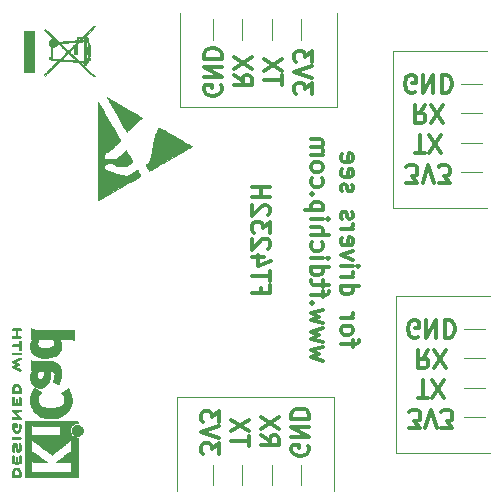
<source format=gbr>
G04 #@! TF.GenerationSoftware,KiCad,Pcbnew,(5.1.0)-1*
G04 #@! TF.CreationDate,2019-04-02T00:44:41+02:00*
G04 #@! TF.ProjectId,USB_UART_Dongle,5553425f-5541-4525-945f-446f6e676c65,rev?*
G04 #@! TF.SameCoordinates,Original*
G04 #@! TF.FileFunction,Legend,Bot*
G04 #@! TF.FilePolarity,Positive*
%FSLAX46Y46*%
G04 Gerber Fmt 4.6, Leading zero omitted, Abs format (unit mm)*
G04 Created by KiCad (PCBNEW (5.1.0)-1) date 2019-04-02 00:44:41*
%MOMM*%
%LPD*%
G04 APERTURE LIST*
%ADD10C,0.300000*%
%ADD11C,0.120000*%
%ADD12C,0.010000*%
G04 APERTURE END LIST*
D10*
X146857142Y-99250000D02*
X146857142Y-99750000D01*
X146071428Y-99750000D02*
X147571428Y-99750000D01*
X147571428Y-99035714D01*
X147571428Y-98678571D02*
X147571428Y-97821428D01*
X146071428Y-98250000D02*
X147571428Y-98250000D01*
X147071428Y-96678571D02*
X146071428Y-96678571D01*
X147642857Y-97035714D02*
X146571428Y-97392857D01*
X146571428Y-96464285D01*
X147428571Y-95964285D02*
X147500000Y-95892857D01*
X147571428Y-95750000D01*
X147571428Y-95392857D01*
X147500000Y-95250000D01*
X147428571Y-95178571D01*
X147285714Y-95107142D01*
X147142857Y-95107142D01*
X146928571Y-95178571D01*
X146071428Y-96035714D01*
X146071428Y-95107142D01*
X147571428Y-94607142D02*
X147571428Y-93678571D01*
X147000000Y-94178571D01*
X147000000Y-93964285D01*
X146928571Y-93821428D01*
X146857142Y-93750000D01*
X146714285Y-93678571D01*
X146357142Y-93678571D01*
X146214285Y-93750000D01*
X146142857Y-93821428D01*
X146071428Y-93964285D01*
X146071428Y-94392857D01*
X146142857Y-94535714D01*
X146214285Y-94607142D01*
X147428571Y-93107142D02*
X147500000Y-93035714D01*
X147571428Y-92892857D01*
X147571428Y-92535714D01*
X147500000Y-92392857D01*
X147428571Y-92321428D01*
X147285714Y-92250000D01*
X147142857Y-92250000D01*
X146928571Y-92321428D01*
X146071428Y-93178571D01*
X146071428Y-92250000D01*
X146071428Y-91607142D02*
X147571428Y-91607142D01*
X146857142Y-91607142D02*
X146857142Y-90750000D01*
X146071428Y-90750000D02*
X147571428Y-90750000D01*
X154596428Y-104250000D02*
X154596428Y-103678571D01*
X153596428Y-104035714D02*
X154882142Y-104035714D01*
X155025000Y-103964285D01*
X155096428Y-103821428D01*
X155096428Y-103678571D01*
X153596428Y-102964285D02*
X153667857Y-103107142D01*
X153739285Y-103178571D01*
X153882142Y-103250000D01*
X154310714Y-103250000D01*
X154453571Y-103178571D01*
X154525000Y-103107142D01*
X154596428Y-102964285D01*
X154596428Y-102750000D01*
X154525000Y-102607142D01*
X154453571Y-102535714D01*
X154310714Y-102464285D01*
X153882142Y-102464285D01*
X153739285Y-102535714D01*
X153667857Y-102607142D01*
X153596428Y-102750000D01*
X153596428Y-102964285D01*
X153596428Y-101821428D02*
X154596428Y-101821428D01*
X154310714Y-101821428D02*
X154453571Y-101750000D01*
X154525000Y-101678571D01*
X154596428Y-101535714D01*
X154596428Y-101392857D01*
X153596428Y-99107142D02*
X155096428Y-99107142D01*
X153667857Y-99107142D02*
X153596428Y-99250000D01*
X153596428Y-99535714D01*
X153667857Y-99678571D01*
X153739285Y-99750000D01*
X153882142Y-99821428D01*
X154310714Y-99821428D01*
X154453571Y-99750000D01*
X154525000Y-99678571D01*
X154596428Y-99535714D01*
X154596428Y-99250000D01*
X154525000Y-99107142D01*
X153596428Y-98392857D02*
X154596428Y-98392857D01*
X154310714Y-98392857D02*
X154453571Y-98321428D01*
X154525000Y-98250000D01*
X154596428Y-98107142D01*
X154596428Y-97964285D01*
X153596428Y-97464285D02*
X154596428Y-97464285D01*
X155096428Y-97464285D02*
X155025000Y-97535714D01*
X154953571Y-97464285D01*
X155025000Y-97392857D01*
X155096428Y-97464285D01*
X154953571Y-97464285D01*
X154596428Y-96892857D02*
X153596428Y-96535714D01*
X154596428Y-96178571D01*
X153667857Y-95035714D02*
X153596428Y-95178571D01*
X153596428Y-95464285D01*
X153667857Y-95607142D01*
X153810714Y-95678571D01*
X154382142Y-95678571D01*
X154525000Y-95607142D01*
X154596428Y-95464285D01*
X154596428Y-95178571D01*
X154525000Y-95035714D01*
X154382142Y-94964285D01*
X154239285Y-94964285D01*
X154096428Y-95678571D01*
X153596428Y-94321428D02*
X154596428Y-94321428D01*
X154310714Y-94321428D02*
X154453571Y-94250000D01*
X154525000Y-94178571D01*
X154596428Y-94035714D01*
X154596428Y-93892857D01*
X153667857Y-93464285D02*
X153596428Y-93321428D01*
X153596428Y-93035714D01*
X153667857Y-92892857D01*
X153810714Y-92821428D01*
X153882142Y-92821428D01*
X154025000Y-92892857D01*
X154096428Y-93035714D01*
X154096428Y-93250000D01*
X154167857Y-93392857D01*
X154310714Y-93464285D01*
X154382142Y-93464285D01*
X154525000Y-93392857D01*
X154596428Y-93250000D01*
X154596428Y-93035714D01*
X154525000Y-92892857D01*
X153667857Y-91107142D02*
X153596428Y-90964285D01*
X153596428Y-90678571D01*
X153667857Y-90535714D01*
X153810714Y-90464285D01*
X153882142Y-90464285D01*
X154025000Y-90535714D01*
X154096428Y-90678571D01*
X154096428Y-90892857D01*
X154167857Y-91035714D01*
X154310714Y-91107142D01*
X154382142Y-91107142D01*
X154525000Y-91035714D01*
X154596428Y-90892857D01*
X154596428Y-90678571D01*
X154525000Y-90535714D01*
X153667857Y-89250000D02*
X153596428Y-89392857D01*
X153596428Y-89678571D01*
X153667857Y-89821428D01*
X153810714Y-89892857D01*
X154382142Y-89892857D01*
X154525000Y-89821428D01*
X154596428Y-89678571D01*
X154596428Y-89392857D01*
X154525000Y-89250000D01*
X154382142Y-89178571D01*
X154239285Y-89178571D01*
X154096428Y-89892857D01*
X153667857Y-87964285D02*
X153596428Y-88107142D01*
X153596428Y-88392857D01*
X153667857Y-88535714D01*
X153810714Y-88607142D01*
X154382142Y-88607142D01*
X154525000Y-88535714D01*
X154596428Y-88392857D01*
X154596428Y-88107142D01*
X154525000Y-87964285D01*
X154382142Y-87892857D01*
X154239285Y-87892857D01*
X154096428Y-88607142D01*
X152046428Y-105428571D02*
X151046428Y-105142857D01*
X151760714Y-104857142D01*
X151046428Y-104571428D01*
X152046428Y-104285714D01*
X152046428Y-103857142D02*
X151046428Y-103571428D01*
X151760714Y-103285714D01*
X151046428Y-103000000D01*
X152046428Y-102714285D01*
X152046428Y-102285714D02*
X151046428Y-102000000D01*
X151760714Y-101714285D01*
X151046428Y-101428571D01*
X152046428Y-101142857D01*
X151189285Y-100571428D02*
X151117857Y-100500000D01*
X151046428Y-100571428D01*
X151117857Y-100642857D01*
X151189285Y-100571428D01*
X151046428Y-100571428D01*
X152046428Y-100071428D02*
X152046428Y-99500000D01*
X151046428Y-99857142D02*
X152332142Y-99857142D01*
X152475000Y-99785714D01*
X152546428Y-99642857D01*
X152546428Y-99500000D01*
X152046428Y-99214285D02*
X152046428Y-98642857D01*
X152546428Y-99000000D02*
X151260714Y-99000000D01*
X151117857Y-98928571D01*
X151046428Y-98785714D01*
X151046428Y-98642857D01*
X151046428Y-97500000D02*
X152546428Y-97500000D01*
X151117857Y-97500000D02*
X151046428Y-97642857D01*
X151046428Y-97928571D01*
X151117857Y-98071428D01*
X151189285Y-98142857D01*
X151332142Y-98214285D01*
X151760714Y-98214285D01*
X151903571Y-98142857D01*
X151975000Y-98071428D01*
X152046428Y-97928571D01*
X152046428Y-97642857D01*
X151975000Y-97500000D01*
X151046428Y-96785714D02*
X152046428Y-96785714D01*
X152546428Y-96785714D02*
X152475000Y-96857142D01*
X152403571Y-96785714D01*
X152475000Y-96714285D01*
X152546428Y-96785714D01*
X152403571Y-96785714D01*
X151117857Y-95428571D02*
X151046428Y-95571428D01*
X151046428Y-95857142D01*
X151117857Y-96000000D01*
X151189285Y-96071428D01*
X151332142Y-96142857D01*
X151760714Y-96142857D01*
X151903571Y-96071428D01*
X151975000Y-96000000D01*
X152046428Y-95857142D01*
X152046428Y-95571428D01*
X151975000Y-95428571D01*
X151046428Y-94785714D02*
X152546428Y-94785714D01*
X151046428Y-94142857D02*
X151832142Y-94142857D01*
X151975000Y-94214285D01*
X152046428Y-94357142D01*
X152046428Y-94571428D01*
X151975000Y-94714285D01*
X151903571Y-94785714D01*
X151046428Y-93428571D02*
X152046428Y-93428571D01*
X152546428Y-93428571D02*
X152475000Y-93500000D01*
X152403571Y-93428571D01*
X152475000Y-93357142D01*
X152546428Y-93428571D01*
X152403571Y-93428571D01*
X152046428Y-92714285D02*
X150546428Y-92714285D01*
X151975000Y-92714285D02*
X152046428Y-92571428D01*
X152046428Y-92285714D01*
X151975000Y-92142857D01*
X151903571Y-92071428D01*
X151760714Y-92000000D01*
X151332142Y-92000000D01*
X151189285Y-92071428D01*
X151117857Y-92142857D01*
X151046428Y-92285714D01*
X151046428Y-92571428D01*
X151117857Y-92714285D01*
X151189285Y-91357142D02*
X151117857Y-91285714D01*
X151046428Y-91357142D01*
X151117857Y-91428571D01*
X151189285Y-91357142D01*
X151046428Y-91357142D01*
X151117857Y-90000000D02*
X151046428Y-90142857D01*
X151046428Y-90428571D01*
X151117857Y-90571428D01*
X151189285Y-90642857D01*
X151332142Y-90714285D01*
X151760714Y-90714285D01*
X151903571Y-90642857D01*
X151975000Y-90571428D01*
X152046428Y-90428571D01*
X152046428Y-90142857D01*
X151975000Y-90000000D01*
X151046428Y-89142857D02*
X151117857Y-89285714D01*
X151189285Y-89357142D01*
X151332142Y-89428571D01*
X151760714Y-89428571D01*
X151903571Y-89357142D01*
X151975000Y-89285714D01*
X152046428Y-89142857D01*
X152046428Y-88928571D01*
X151975000Y-88785714D01*
X151903571Y-88714285D01*
X151760714Y-88642857D01*
X151332142Y-88642857D01*
X151189285Y-88714285D01*
X151117857Y-88785714D01*
X151046428Y-88928571D01*
X151046428Y-89142857D01*
X151046428Y-88000000D02*
X152046428Y-88000000D01*
X151903571Y-88000000D02*
X151975000Y-87928571D01*
X152046428Y-87785714D01*
X152046428Y-87571428D01*
X151975000Y-87428571D01*
X151832142Y-87357142D01*
X151046428Y-87357142D01*
X151832142Y-87357142D02*
X151975000Y-87285714D01*
X152046428Y-87142857D01*
X152046428Y-86928571D01*
X151975000Y-86785714D01*
X151832142Y-86714285D01*
X151046428Y-86714285D01*
D11*
X142750000Y-116000000D02*
X142750000Y-114250000D01*
X145250000Y-116000000D02*
X145250000Y-114250000D01*
X147750000Y-116000000D02*
X147750000Y-114250000D01*
X150250000Y-116000000D02*
X150250000Y-114250000D01*
X139750000Y-108500000D02*
X139750000Y-116500000D01*
X153000000Y-108500000D02*
X139750000Y-108500000D01*
X153000000Y-116500000D02*
X153000000Y-108500000D01*
D10*
X151146428Y-82857142D02*
X151146428Y-81928571D01*
X150575000Y-82428571D01*
X150575000Y-82214285D01*
X150503571Y-82071428D01*
X150432142Y-82000000D01*
X150289285Y-81928571D01*
X149932142Y-81928571D01*
X149789285Y-82000000D01*
X149717857Y-82071428D01*
X149646428Y-82214285D01*
X149646428Y-82642857D01*
X149717857Y-82785714D01*
X149789285Y-82857142D01*
X151146428Y-81500000D02*
X149646428Y-81000000D01*
X151146428Y-80500000D01*
X151146428Y-80142857D02*
X151146428Y-79214285D01*
X150575000Y-79714285D01*
X150575000Y-79500000D01*
X150503571Y-79357142D01*
X150432142Y-79285714D01*
X150289285Y-79214285D01*
X149932142Y-79214285D01*
X149789285Y-79285714D01*
X149717857Y-79357142D01*
X149646428Y-79500000D01*
X149646428Y-79928571D01*
X149717857Y-80071428D01*
X149789285Y-80142857D01*
X148596428Y-82142857D02*
X148596428Y-81285714D01*
X147096428Y-81714285D02*
X148596428Y-81714285D01*
X148596428Y-80928571D02*
X147096428Y-79928571D01*
X148596428Y-79928571D02*
X147096428Y-80928571D01*
X144546428Y-81250000D02*
X145260714Y-81750000D01*
X144546428Y-82107142D02*
X146046428Y-82107142D01*
X146046428Y-81535714D01*
X145975000Y-81392857D01*
X145903571Y-81321428D01*
X145760714Y-81250000D01*
X145546428Y-81250000D01*
X145403571Y-81321428D01*
X145332142Y-81392857D01*
X145260714Y-81535714D01*
X145260714Y-82107142D01*
X146046428Y-80750000D02*
X144546428Y-79750000D01*
X146046428Y-79750000D02*
X144546428Y-80750000D01*
X143425000Y-82142857D02*
X143496428Y-82285714D01*
X143496428Y-82500000D01*
X143425000Y-82714285D01*
X143282142Y-82857142D01*
X143139285Y-82928571D01*
X142853571Y-83000000D01*
X142639285Y-83000000D01*
X142353571Y-82928571D01*
X142210714Y-82857142D01*
X142067857Y-82714285D01*
X141996428Y-82500000D01*
X141996428Y-82357142D01*
X142067857Y-82142857D01*
X142139285Y-82071428D01*
X142639285Y-82071428D01*
X142639285Y-82357142D01*
X141996428Y-81428571D02*
X143496428Y-81428571D01*
X141996428Y-80571428D01*
X143496428Y-80571428D01*
X141996428Y-79857142D02*
X143496428Y-79857142D01*
X143496428Y-79500000D01*
X143425000Y-79285714D01*
X143282142Y-79142857D01*
X143139285Y-79071428D01*
X142853571Y-79000000D01*
X142639285Y-79000000D01*
X142353571Y-79071428D01*
X142210714Y-79142857D01*
X142067857Y-79285714D01*
X141996428Y-79500000D01*
X141996428Y-79857142D01*
D11*
X158250000Y-100000000D02*
X158250000Y-113250000D01*
X166250000Y-100000000D02*
X158250000Y-100000000D01*
X165750000Y-110250000D02*
X164000000Y-110250000D01*
X165750000Y-107750000D02*
X164000000Y-107750000D01*
X165750000Y-105250000D02*
X164000000Y-105250000D01*
X165750000Y-102750000D02*
X164000000Y-102750000D01*
X158250000Y-113250000D02*
X166250000Y-113250000D01*
D10*
X159392857Y-111146428D02*
X160321428Y-111146428D01*
X159821428Y-110575000D01*
X160035714Y-110575000D01*
X160178571Y-110503571D01*
X160250000Y-110432142D01*
X160321428Y-110289285D01*
X160321428Y-109932142D01*
X160250000Y-109789285D01*
X160178571Y-109717857D01*
X160035714Y-109646428D01*
X159607142Y-109646428D01*
X159464285Y-109717857D01*
X159392857Y-109789285D01*
X160750000Y-111146428D02*
X161250000Y-109646428D01*
X161750000Y-111146428D01*
X162107142Y-111146428D02*
X163035714Y-111146428D01*
X162535714Y-110575000D01*
X162750000Y-110575000D01*
X162892857Y-110503571D01*
X162964285Y-110432142D01*
X163035714Y-110289285D01*
X163035714Y-109932142D01*
X162964285Y-109789285D01*
X162892857Y-109717857D01*
X162750000Y-109646428D01*
X162321428Y-109646428D01*
X162178571Y-109717857D01*
X162107142Y-109789285D01*
X160107142Y-108596428D02*
X160964285Y-108596428D01*
X160535714Y-107096428D02*
X160535714Y-108596428D01*
X161321428Y-108596428D02*
X162321428Y-107096428D01*
X162321428Y-108596428D02*
X161321428Y-107096428D01*
X161000000Y-104546428D02*
X160500000Y-105260714D01*
X160142857Y-104546428D02*
X160142857Y-106046428D01*
X160714285Y-106046428D01*
X160857142Y-105975000D01*
X160928571Y-105903571D01*
X161000000Y-105760714D01*
X161000000Y-105546428D01*
X160928571Y-105403571D01*
X160857142Y-105332142D01*
X160714285Y-105260714D01*
X160142857Y-105260714D01*
X161500000Y-106046428D02*
X162500000Y-104546428D01*
X162500000Y-106046428D02*
X161500000Y-104546428D01*
X160107142Y-103425000D02*
X159964285Y-103496428D01*
X159750000Y-103496428D01*
X159535714Y-103425000D01*
X159392857Y-103282142D01*
X159321428Y-103139285D01*
X159250000Y-102853571D01*
X159250000Y-102639285D01*
X159321428Y-102353571D01*
X159392857Y-102210714D01*
X159535714Y-102067857D01*
X159750000Y-101996428D01*
X159892857Y-101996428D01*
X160107142Y-102067857D01*
X160178571Y-102139285D01*
X160178571Y-102639285D01*
X159892857Y-102639285D01*
X160821428Y-101996428D02*
X160821428Y-103496428D01*
X161678571Y-101996428D01*
X161678571Y-103496428D01*
X162392857Y-101996428D02*
X162392857Y-103496428D01*
X162750000Y-103496428D01*
X162964285Y-103425000D01*
X163107142Y-103282142D01*
X163178571Y-103139285D01*
X163250000Y-102853571D01*
X163250000Y-102639285D01*
X163178571Y-102353571D01*
X163107142Y-102210714D01*
X162964285Y-102067857D01*
X162750000Y-101996428D01*
X162392857Y-101996428D01*
D11*
X165500000Y-89500000D02*
X163750000Y-89500000D01*
X165500000Y-87000000D02*
X163750000Y-87000000D01*
X165500000Y-84500000D02*
X163750000Y-84500000D01*
X165500000Y-82000000D02*
X163750000Y-82000000D01*
X158000000Y-92500000D02*
X166000000Y-92500000D01*
D10*
X159142857Y-90396428D02*
X160071428Y-90396428D01*
X159571428Y-89825000D01*
X159785714Y-89825000D01*
X159928571Y-89753571D01*
X160000000Y-89682142D01*
X160071428Y-89539285D01*
X160071428Y-89182142D01*
X160000000Y-89039285D01*
X159928571Y-88967857D01*
X159785714Y-88896428D01*
X159357142Y-88896428D01*
X159214285Y-88967857D01*
X159142857Y-89039285D01*
X160500000Y-90396428D02*
X161000000Y-88896428D01*
X161500000Y-90396428D01*
X161857142Y-90396428D02*
X162785714Y-90396428D01*
X162285714Y-89825000D01*
X162500000Y-89825000D01*
X162642857Y-89753571D01*
X162714285Y-89682142D01*
X162785714Y-89539285D01*
X162785714Y-89182142D01*
X162714285Y-89039285D01*
X162642857Y-88967857D01*
X162500000Y-88896428D01*
X162071428Y-88896428D01*
X161928571Y-88967857D01*
X161857142Y-89039285D01*
X159857142Y-87846428D02*
X160714285Y-87846428D01*
X160285714Y-86346428D02*
X160285714Y-87846428D01*
X161071428Y-87846428D02*
X162071428Y-86346428D01*
X162071428Y-87846428D02*
X161071428Y-86346428D01*
X160750000Y-83796428D02*
X160250000Y-84510714D01*
X159892857Y-83796428D02*
X159892857Y-85296428D01*
X160464285Y-85296428D01*
X160607142Y-85225000D01*
X160678571Y-85153571D01*
X160750000Y-85010714D01*
X160750000Y-84796428D01*
X160678571Y-84653571D01*
X160607142Y-84582142D01*
X160464285Y-84510714D01*
X159892857Y-84510714D01*
X161250000Y-85296428D02*
X162250000Y-83796428D01*
X162250000Y-85296428D02*
X161250000Y-83796428D01*
X159857142Y-82675000D02*
X159714285Y-82746428D01*
X159500000Y-82746428D01*
X159285714Y-82675000D01*
X159142857Y-82532142D01*
X159071428Y-82389285D01*
X159000000Y-82103571D01*
X159000000Y-81889285D01*
X159071428Y-81603571D01*
X159142857Y-81460714D01*
X159285714Y-81317857D01*
X159500000Y-81246428D01*
X159642857Y-81246428D01*
X159857142Y-81317857D01*
X159928571Y-81389285D01*
X159928571Y-81889285D01*
X159642857Y-81889285D01*
X160571428Y-81246428D02*
X160571428Y-82746428D01*
X161428571Y-81246428D01*
X161428571Y-82746428D01*
X162142857Y-81246428D02*
X162142857Y-82746428D01*
X162500000Y-82746428D01*
X162714285Y-82675000D01*
X162857142Y-82532142D01*
X162928571Y-82389285D01*
X163000000Y-82103571D01*
X163000000Y-81889285D01*
X162928571Y-81603571D01*
X162857142Y-81460714D01*
X162714285Y-81317857D01*
X162500000Y-81246428D01*
X162142857Y-81246428D01*
D11*
X158000000Y-79250000D02*
X158000000Y-92500000D01*
X166000000Y-79250000D02*
X158000000Y-79250000D01*
X150250000Y-76500000D02*
X150250000Y-78250000D01*
X147750000Y-76500000D02*
X147750000Y-78250000D01*
X145250000Y-76500000D02*
X145250000Y-78250000D01*
X142750000Y-76500000D02*
X142750000Y-78250000D01*
X153250000Y-84000000D02*
X153250000Y-76000000D01*
X140000000Y-84000000D02*
X153250000Y-84000000D01*
X140000000Y-76000000D02*
X140000000Y-84000000D01*
D10*
X150825000Y-112642857D02*
X150896428Y-112785714D01*
X150896428Y-113000000D01*
X150825000Y-113214285D01*
X150682142Y-113357142D01*
X150539285Y-113428571D01*
X150253571Y-113500000D01*
X150039285Y-113500000D01*
X149753571Y-113428571D01*
X149610714Y-113357142D01*
X149467857Y-113214285D01*
X149396428Y-113000000D01*
X149396428Y-112857142D01*
X149467857Y-112642857D01*
X149539285Y-112571428D01*
X150039285Y-112571428D01*
X150039285Y-112857142D01*
X149396428Y-111928571D02*
X150896428Y-111928571D01*
X149396428Y-111071428D01*
X150896428Y-111071428D01*
X149396428Y-110357142D02*
X150896428Y-110357142D01*
X150896428Y-110000000D01*
X150825000Y-109785714D01*
X150682142Y-109642857D01*
X150539285Y-109571428D01*
X150253571Y-109500000D01*
X150039285Y-109500000D01*
X149753571Y-109571428D01*
X149610714Y-109642857D01*
X149467857Y-109785714D01*
X149396428Y-110000000D01*
X149396428Y-110357142D01*
X146846428Y-111750000D02*
X147560714Y-112250000D01*
X146846428Y-112607142D02*
X148346428Y-112607142D01*
X148346428Y-112035714D01*
X148275000Y-111892857D01*
X148203571Y-111821428D01*
X148060714Y-111750000D01*
X147846428Y-111750000D01*
X147703571Y-111821428D01*
X147632142Y-111892857D01*
X147560714Y-112035714D01*
X147560714Y-112607142D01*
X148346428Y-111250000D02*
X146846428Y-110250000D01*
X148346428Y-110250000D02*
X146846428Y-111250000D01*
X145796428Y-112642857D02*
X145796428Y-111785714D01*
X144296428Y-112214285D02*
X145796428Y-112214285D01*
X145796428Y-111428571D02*
X144296428Y-110428571D01*
X145796428Y-110428571D02*
X144296428Y-111428571D01*
X143246428Y-113357142D02*
X143246428Y-112428571D01*
X142675000Y-112928571D01*
X142675000Y-112714285D01*
X142603571Y-112571428D01*
X142532142Y-112500000D01*
X142389285Y-112428571D01*
X142032142Y-112428571D01*
X141889285Y-112500000D01*
X141817857Y-112571428D01*
X141746428Y-112714285D01*
X141746428Y-113142857D01*
X141817857Y-113285714D01*
X141889285Y-113357142D01*
X143246428Y-112000000D02*
X141746428Y-111500000D01*
X143246428Y-111000000D01*
X143246428Y-110642857D02*
X143246428Y-109714285D01*
X142675000Y-110214285D01*
X142675000Y-110000000D01*
X142603571Y-109857142D01*
X142532142Y-109785714D01*
X142389285Y-109714285D01*
X142032142Y-109714285D01*
X141889285Y-109785714D01*
X141817857Y-109857142D01*
X141746428Y-110000000D01*
X141746428Y-110428571D01*
X141817857Y-110571428D01*
X141889285Y-110642857D01*
D12*
G36*
X126732178Y-77502178D02*
G01*
X126732178Y-81022971D01*
X127599802Y-81022971D01*
X127599802Y-77502178D01*
X126732178Y-77502178D01*
X126732178Y-77502178D01*
G37*
X126732178Y-77502178D02*
X126732178Y-81022971D01*
X127599802Y-81022971D01*
X127599802Y-77502178D01*
X126732178Y-77502178D01*
G36*
X132685152Y-77125570D02*
G01*
X132598069Y-77126189D01*
X132139109Y-77577914D01*
X131680148Y-78029639D01*
X131469529Y-78029968D01*
X131258911Y-78030297D01*
X131258911Y-78305390D01*
X131205470Y-78312478D01*
X131181112Y-78315162D01*
X131135241Y-78319687D01*
X131070595Y-78325809D01*
X130989909Y-78333288D01*
X130895919Y-78341881D01*
X130791363Y-78351346D01*
X130678975Y-78361442D01*
X130561493Y-78371926D01*
X130441652Y-78382556D01*
X130322189Y-78393091D01*
X130205841Y-78403287D01*
X130095343Y-78412905D01*
X129993431Y-78421700D01*
X129902842Y-78429432D01*
X129826313Y-78435858D01*
X129766579Y-78440737D01*
X129726376Y-78443825D01*
X129708441Y-78444883D01*
X129708356Y-78444882D01*
X129693965Y-78437173D01*
X129664252Y-78414019D01*
X129618869Y-78375105D01*
X129557471Y-78320116D01*
X129479712Y-78248736D01*
X129385246Y-78160651D01*
X129273728Y-78055546D01*
X129144812Y-77933105D01*
X129108713Y-77898690D01*
X128536584Y-77352863D01*
X128448564Y-77441119D01*
X128526242Y-77512515D01*
X128554314Y-77538634D01*
X128597726Y-77579434D01*
X128653634Y-77632223D01*
X128719192Y-77694309D01*
X128791559Y-77763000D01*
X128867888Y-77835604D01*
X128913476Y-77879040D01*
X128998881Y-77960584D01*
X129067290Y-78026496D01*
X129119947Y-78078456D01*
X129158095Y-78118145D01*
X129182980Y-78147243D01*
X129195844Y-78167431D01*
X129197932Y-78180390D01*
X129190487Y-78187800D01*
X129174754Y-78191342D01*
X129151977Y-78192697D01*
X129145761Y-78192879D01*
X129102939Y-78202297D01*
X129051181Y-78225503D01*
X128998672Y-78257864D01*
X128953597Y-78294748D01*
X128939672Y-78309507D01*
X128890953Y-78385233D01*
X128863694Y-78473692D01*
X128857227Y-78551900D01*
X128869424Y-78640532D01*
X128905187Y-78722388D01*
X128963278Y-78794836D01*
X128977738Y-78808203D01*
X129033267Y-78857082D01*
X129033267Y-79702674D01*
X128857227Y-79702674D01*
X128857227Y-79929010D01*
X128939469Y-79929010D01*
X128995614Y-79931850D01*
X129034584Y-79941393D01*
X129055781Y-79952991D01*
X129070948Y-79961277D01*
X129092938Y-79968373D01*
X129125013Y-79974748D01*
X129170431Y-79980872D01*
X129232452Y-79987216D01*
X129314338Y-79994250D01*
X129375254Y-79999066D01*
X129660657Y-80021161D01*
X129111195Y-80563565D01*
X129011772Y-80661637D01*
X128916185Y-80755784D01*
X128826190Y-80844285D01*
X128743543Y-80925420D01*
X128669999Y-80997469D01*
X128607316Y-81058712D01*
X128557248Y-81107427D01*
X128521552Y-81141896D01*
X128502005Y-81160379D01*
X128471056Y-81190743D01*
X128449470Y-81216071D01*
X128442277Y-81229695D01*
X128450703Y-81247095D01*
X128471755Y-81272460D01*
X128480329Y-81281058D01*
X128518380Y-81317514D01*
X128722342Y-81116802D01*
X128774301Y-81065596D01*
X128841180Y-80999569D01*
X128920050Y-80921618D01*
X129007986Y-80834638D01*
X129102059Y-80741526D01*
X129199342Y-80645179D01*
X129296907Y-80548492D01*
X129366855Y-80479134D01*
X129473450Y-80373703D01*
X129563693Y-80285129D01*
X129638808Y-80212281D01*
X129700014Y-80154023D01*
X129748534Y-80109225D01*
X129773871Y-80087021D01*
X129773871Y-79908724D01*
X129488445Y-79886401D01*
X129404781Y-79879669D01*
X129328273Y-79873157D01*
X129262919Y-79867234D01*
X129212719Y-79862268D01*
X129181671Y-79858629D01*
X129174727Y-79857458D01*
X129146435Y-79850838D01*
X129146435Y-78901364D01*
X129225394Y-78895026D01*
X129318685Y-78875890D01*
X129401209Y-78835846D01*
X129469962Y-78777418D01*
X129521937Y-78703129D01*
X129553137Y-78619748D01*
X129567772Y-78592698D01*
X129599181Y-78579156D01*
X129600566Y-78578872D01*
X129613826Y-78577247D01*
X129627405Y-78579256D01*
X129643819Y-78586858D01*
X129665589Y-78602016D01*
X129695233Y-78626688D01*
X129735268Y-78662836D01*
X129788215Y-78712420D01*
X129856591Y-78777401D01*
X129860995Y-78781599D01*
X129934389Y-78851493D01*
X130012563Y-78925800D01*
X130090136Y-78999414D01*
X130161725Y-79067229D01*
X130221949Y-79124140D01*
X130235413Y-79136832D01*
X130286180Y-79185487D01*
X130329625Y-79228709D01*
X130362759Y-79263395D01*
X130382595Y-79286444D01*
X130386954Y-79294182D01*
X130377830Y-79305722D01*
X130352800Y-79332710D01*
X130313948Y-79373021D01*
X130263357Y-79424529D01*
X130203112Y-79485109D01*
X130135296Y-79552636D01*
X130079435Y-79607826D01*
X129773871Y-79908724D01*
X129773871Y-80087021D01*
X129785589Y-80076751D01*
X129812401Y-80055471D01*
X129830192Y-80044251D01*
X129838430Y-80041754D01*
X129856410Y-80042700D01*
X129897108Y-80045573D01*
X129958181Y-80050187D01*
X130037287Y-80056358D01*
X130132086Y-80063898D01*
X130240233Y-80072621D01*
X130359388Y-80082343D01*
X130487209Y-80092876D01*
X130589365Y-80101365D01*
X131165326Y-80149396D01*
X131165326Y-80025805D01*
X131152896Y-80025273D01*
X131117890Y-80022769D01*
X131062785Y-80018496D01*
X130990057Y-80012653D01*
X130902186Y-80005443D01*
X130801649Y-79997066D01*
X130690923Y-79987723D01*
X130585795Y-79978758D01*
X130466517Y-79968602D01*
X130353920Y-79959142D01*
X130250695Y-79950596D01*
X130159527Y-79943179D01*
X130083105Y-79937108D01*
X130024117Y-79932601D01*
X129985251Y-79929873D01*
X129970156Y-79929116D01*
X129960762Y-79927935D01*
X129957034Y-79923256D01*
X129960529Y-79913276D01*
X129972801Y-79896190D01*
X129995406Y-79870196D01*
X130029900Y-79833490D01*
X130077838Y-79784267D01*
X130140776Y-79720726D01*
X130208032Y-79653305D01*
X130483523Y-79377601D01*
X130485594Y-79379533D01*
X130485594Y-79197290D01*
X130474220Y-79188984D01*
X130447437Y-79165733D01*
X130407708Y-79129865D01*
X130357493Y-79083713D01*
X130299254Y-79029606D01*
X130235453Y-78969874D01*
X130168551Y-78906848D01*
X130101010Y-78842858D01*
X130035290Y-78780236D01*
X129973854Y-78721310D01*
X129919163Y-78668412D01*
X129873678Y-78623872D01*
X129839862Y-78590020D01*
X129820174Y-78569188D01*
X129816163Y-78563506D01*
X129829109Y-78561634D01*
X129864866Y-78557746D01*
X129921196Y-78552057D01*
X129995860Y-78544781D01*
X130086620Y-78536131D01*
X130191238Y-78526322D01*
X130307474Y-78515566D01*
X130433092Y-78504079D01*
X130534382Y-78494907D01*
X130665721Y-78483174D01*
X130789448Y-78472335D01*
X130903319Y-78462570D01*
X131005089Y-78454063D01*
X131092513Y-78446995D01*
X131163347Y-78441549D01*
X131215347Y-78437908D01*
X131246268Y-78436253D01*
X131254297Y-78436442D01*
X131247146Y-78446334D01*
X131224159Y-78471524D01*
X131187561Y-78509810D01*
X131139578Y-78558989D01*
X131082434Y-78616861D01*
X131018353Y-78681222D01*
X130949562Y-78749871D01*
X130878284Y-78820605D01*
X130806745Y-78891222D01*
X130737170Y-78959520D01*
X130671783Y-79023296D01*
X130612809Y-79080350D01*
X130562473Y-79128478D01*
X130523001Y-79165478D01*
X130496617Y-79189148D01*
X130485594Y-79197290D01*
X130485594Y-79379533D01*
X130593705Y-79480409D01*
X130649623Y-79532768D01*
X130712052Y-79591535D01*
X130778557Y-79654385D01*
X130846702Y-79718995D01*
X130914052Y-79783042D01*
X130978172Y-79844203D01*
X131036628Y-79900153D01*
X131086982Y-79948570D01*
X131126802Y-79987130D01*
X131153650Y-80013509D01*
X131165092Y-80025384D01*
X131165326Y-80025805D01*
X131165326Y-80149396D01*
X131309274Y-80161401D01*
X131940842Y-80761938D01*
X132572411Y-81362475D01*
X132660685Y-81362034D01*
X132748960Y-81361592D01*
X132645334Y-81264583D01*
X132587537Y-81210291D01*
X132519632Y-81146192D01*
X132443428Y-81074016D01*
X132360731Y-80995492D01*
X132273347Y-80912349D01*
X132183085Y-80826319D01*
X132091750Y-80739130D01*
X132001151Y-80652513D01*
X131913093Y-80568197D01*
X131829385Y-80487912D01*
X131751833Y-80413387D01*
X131682243Y-80346354D01*
X131622424Y-80288541D01*
X131574182Y-80241679D01*
X131539324Y-80207496D01*
X131519657Y-80187724D01*
X131515884Y-80183390D01*
X131529008Y-80183092D01*
X131562611Y-80184731D01*
X131612120Y-80188023D01*
X131672963Y-80192682D01*
X131697268Y-80194682D01*
X131875049Y-80209577D01*
X131875049Y-80092955D01*
X131846757Y-80086934D01*
X131824382Y-80083863D01*
X131782283Y-80079548D01*
X131725822Y-80074488D01*
X131660365Y-80069181D01*
X131636138Y-80067344D01*
X131566579Y-80061927D01*
X131501982Y-80056459D01*
X131448452Y-80051488D01*
X131412090Y-80047561D01*
X131405491Y-80046675D01*
X131391944Y-80043334D01*
X131376086Y-80036101D01*
X131356139Y-80023440D01*
X131330327Y-80003811D01*
X131296871Y-79975678D01*
X131253993Y-79937502D01*
X131199917Y-79887746D01*
X131132864Y-79824871D01*
X131051057Y-79747341D01*
X130968050Y-79668251D01*
X130885906Y-79589564D01*
X130809831Y-79516112D01*
X130741675Y-79449724D01*
X130683288Y-79392227D01*
X130636519Y-79345451D01*
X130603218Y-79311224D01*
X130585233Y-79291373D01*
X130582558Y-79287140D01*
X130592259Y-79276003D01*
X130617559Y-79249971D01*
X130655918Y-79211570D01*
X130704800Y-79163328D01*
X130761666Y-79107770D01*
X130803094Y-79067592D01*
X131020000Y-78857831D01*
X131020000Y-79476337D01*
X131258911Y-79476337D01*
X131258911Y-78721881D01*
X131152458Y-78721881D01*
X131290346Y-78583565D01*
X131388160Y-78485447D01*
X131388160Y-78294357D01*
X131372730Y-78292529D01*
X131364133Y-78283277D01*
X131360387Y-78260950D01*
X131359511Y-78219895D01*
X131359505Y-78212624D01*
X131359505Y-78130891D01*
X131578828Y-78130891D01*
X131497821Y-78212624D01*
X131448572Y-78258730D01*
X131410841Y-78286306D01*
X131388160Y-78294357D01*
X131388160Y-78485447D01*
X131428234Y-78445248D01*
X131551048Y-78445248D01*
X131607550Y-78444863D01*
X131643495Y-78443100D01*
X131663470Y-78439050D01*
X131672063Y-78431801D01*
X131673861Y-78420870D01*
X131676502Y-78408712D01*
X131687088Y-78399727D01*
X131709619Y-78392826D01*
X131748091Y-78386924D01*
X131806502Y-78380935D01*
X131827896Y-78379013D01*
X131875049Y-78374852D01*
X131875049Y-80092955D01*
X131875049Y-80209577D01*
X131875049Y-80369109D01*
X131988218Y-80369109D01*
X131988218Y-80301314D01*
X131989304Y-80261662D01*
X131994546Y-80240116D01*
X131997666Y-80237480D01*
X131997666Y-80098616D01*
X131990538Y-80091308D01*
X131988338Y-80065993D01*
X131988218Y-80048908D01*
X131988218Y-79991881D01*
X131988218Y-79779221D01*
X131988218Y-78364698D01*
X132037214Y-78412542D01*
X132097676Y-78486850D01*
X132144309Y-78578816D01*
X132177751Y-78689998D01*
X132196247Y-78800471D01*
X132204878Y-78872773D01*
X132113960Y-78872773D01*
X132113960Y-79451188D01*
X132217107Y-79451188D01*
X132208504Y-79536065D01*
X132201244Y-79595368D01*
X132191621Y-79658551D01*
X132184748Y-79696386D01*
X132169593Y-79771832D01*
X132078905Y-79775526D01*
X131988218Y-79779221D01*
X131988218Y-79991881D01*
X132038515Y-79991881D01*
X132070024Y-79993544D01*
X132087537Y-79997697D01*
X132088812Y-79999371D01*
X132080746Y-80017987D01*
X132061180Y-80045183D01*
X132037056Y-80072448D01*
X132015318Y-80091267D01*
X132012492Y-80092943D01*
X131997666Y-80098616D01*
X131997666Y-80237480D01*
X132006919Y-80229662D01*
X132020396Y-80225442D01*
X132055373Y-80208219D01*
X132097421Y-80175138D01*
X132140644Y-80131893D01*
X132179146Y-80084174D01*
X132199199Y-80052830D01*
X132221149Y-80017123D01*
X132239589Y-79998819D01*
X132261332Y-79992388D01*
X132274282Y-79991894D01*
X132277425Y-79991894D01*
X132277425Y-79350594D01*
X132214554Y-79350594D01*
X132214554Y-78973367D01*
X132277425Y-78973367D01*
X132277425Y-79350594D01*
X132277425Y-79991894D01*
X132315148Y-79991881D01*
X132315148Y-79886048D01*
X132313971Y-79837355D01*
X132310835Y-79799405D01*
X132306329Y-79778308D01*
X132304505Y-79776023D01*
X132301705Y-79762641D01*
X132302852Y-79730074D01*
X132307607Y-79683916D01*
X132311997Y-79652376D01*
X132320622Y-79595188D01*
X132328409Y-79542886D01*
X132334153Y-79503582D01*
X132335785Y-79492055D01*
X132345112Y-79461937D01*
X132359728Y-79451188D01*
X132365680Y-79447920D01*
X132370222Y-79436230D01*
X132373530Y-79413288D01*
X132375785Y-79376265D01*
X132377166Y-79322332D01*
X132377850Y-79248660D01*
X132378020Y-79161980D01*
X132377923Y-79069471D01*
X132377470Y-78999094D01*
X132376410Y-78947836D01*
X132374497Y-78912680D01*
X132371481Y-78890611D01*
X132367115Y-78878615D01*
X132361151Y-78873676D01*
X132354216Y-78872773D01*
X132332205Y-78865079D01*
X132319679Y-78839879D01*
X132315212Y-78793991D01*
X132315148Y-78785736D01*
X132307132Y-78708027D01*
X132285064Y-78619767D01*
X132251916Y-78528915D01*
X132210661Y-78443430D01*
X132164269Y-78371274D01*
X132156918Y-78361928D01*
X132133002Y-78331467D01*
X132123424Y-78313428D01*
X132126520Y-78300831D01*
X132139296Y-78287900D01*
X132164322Y-78249707D01*
X132173929Y-78200002D01*
X132168933Y-78146476D01*
X132150149Y-78096822D01*
X132118394Y-78058733D01*
X132114703Y-78055975D01*
X132055425Y-78027474D01*
X131994066Y-78022172D01*
X131935573Y-78039482D01*
X131884896Y-78078820D01*
X131880711Y-78083630D01*
X131860833Y-78111560D01*
X131852079Y-78139898D01*
X131851447Y-78179737D01*
X131852008Y-78189689D01*
X131853438Y-78228668D01*
X131850161Y-78248746D01*
X131840272Y-78256015D01*
X131831039Y-78256760D01*
X131804256Y-78258284D01*
X131763975Y-78262065D01*
X131739876Y-78264782D01*
X131701599Y-78268723D01*
X131682004Y-78267084D01*
X131674842Y-78257579D01*
X131673861Y-78240649D01*
X131677099Y-78230608D01*
X131687580Y-78214410D01*
X131706452Y-78190855D01*
X131734865Y-78158743D01*
X131773965Y-78116872D01*
X131824903Y-78064043D01*
X131888827Y-77999055D01*
X131966886Y-77920709D01*
X132060228Y-77827803D01*
X132170002Y-77719137D01*
X132223048Y-77666769D01*
X132772233Y-77124951D01*
X132685152Y-77125570D01*
X132685152Y-77125570D01*
G37*
X132685152Y-77125570D02*
X132598069Y-77126189D01*
X132139109Y-77577914D01*
X131680148Y-78029639D01*
X131469529Y-78029968D01*
X131258911Y-78030297D01*
X131258911Y-78305390D01*
X131205470Y-78312478D01*
X131181112Y-78315162D01*
X131135241Y-78319687D01*
X131070595Y-78325809D01*
X130989909Y-78333288D01*
X130895919Y-78341881D01*
X130791363Y-78351346D01*
X130678975Y-78361442D01*
X130561493Y-78371926D01*
X130441652Y-78382556D01*
X130322189Y-78393091D01*
X130205841Y-78403287D01*
X130095343Y-78412905D01*
X129993431Y-78421700D01*
X129902842Y-78429432D01*
X129826313Y-78435858D01*
X129766579Y-78440737D01*
X129726376Y-78443825D01*
X129708441Y-78444883D01*
X129708356Y-78444882D01*
X129693965Y-78437173D01*
X129664252Y-78414019D01*
X129618869Y-78375105D01*
X129557471Y-78320116D01*
X129479712Y-78248736D01*
X129385246Y-78160651D01*
X129273728Y-78055546D01*
X129144812Y-77933105D01*
X129108713Y-77898690D01*
X128536584Y-77352863D01*
X128448564Y-77441119D01*
X128526242Y-77512515D01*
X128554314Y-77538634D01*
X128597726Y-77579434D01*
X128653634Y-77632223D01*
X128719192Y-77694309D01*
X128791559Y-77763000D01*
X128867888Y-77835604D01*
X128913476Y-77879040D01*
X128998881Y-77960584D01*
X129067290Y-78026496D01*
X129119947Y-78078456D01*
X129158095Y-78118145D01*
X129182980Y-78147243D01*
X129195844Y-78167431D01*
X129197932Y-78180390D01*
X129190487Y-78187800D01*
X129174754Y-78191342D01*
X129151977Y-78192697D01*
X129145761Y-78192879D01*
X129102939Y-78202297D01*
X129051181Y-78225503D01*
X128998672Y-78257864D01*
X128953597Y-78294748D01*
X128939672Y-78309507D01*
X128890953Y-78385233D01*
X128863694Y-78473692D01*
X128857227Y-78551900D01*
X128869424Y-78640532D01*
X128905187Y-78722388D01*
X128963278Y-78794836D01*
X128977738Y-78808203D01*
X129033267Y-78857082D01*
X129033267Y-79702674D01*
X128857227Y-79702674D01*
X128857227Y-79929010D01*
X128939469Y-79929010D01*
X128995614Y-79931850D01*
X129034584Y-79941393D01*
X129055781Y-79952991D01*
X129070948Y-79961277D01*
X129092938Y-79968373D01*
X129125013Y-79974748D01*
X129170431Y-79980872D01*
X129232452Y-79987216D01*
X129314338Y-79994250D01*
X129375254Y-79999066D01*
X129660657Y-80021161D01*
X129111195Y-80563565D01*
X129011772Y-80661637D01*
X128916185Y-80755784D01*
X128826190Y-80844285D01*
X128743543Y-80925420D01*
X128669999Y-80997469D01*
X128607316Y-81058712D01*
X128557248Y-81107427D01*
X128521552Y-81141896D01*
X128502005Y-81160379D01*
X128471056Y-81190743D01*
X128449470Y-81216071D01*
X128442277Y-81229695D01*
X128450703Y-81247095D01*
X128471755Y-81272460D01*
X128480329Y-81281058D01*
X128518380Y-81317514D01*
X128722342Y-81116802D01*
X128774301Y-81065596D01*
X128841180Y-80999569D01*
X128920050Y-80921618D01*
X129007986Y-80834638D01*
X129102059Y-80741526D01*
X129199342Y-80645179D01*
X129296907Y-80548492D01*
X129366855Y-80479134D01*
X129473450Y-80373703D01*
X129563693Y-80285129D01*
X129638808Y-80212281D01*
X129700014Y-80154023D01*
X129748534Y-80109225D01*
X129773871Y-80087021D01*
X129773871Y-79908724D01*
X129488445Y-79886401D01*
X129404781Y-79879669D01*
X129328273Y-79873157D01*
X129262919Y-79867234D01*
X129212719Y-79862268D01*
X129181671Y-79858629D01*
X129174727Y-79857458D01*
X129146435Y-79850838D01*
X129146435Y-78901364D01*
X129225394Y-78895026D01*
X129318685Y-78875890D01*
X129401209Y-78835846D01*
X129469962Y-78777418D01*
X129521937Y-78703129D01*
X129553137Y-78619748D01*
X129567772Y-78592698D01*
X129599181Y-78579156D01*
X129600566Y-78578872D01*
X129613826Y-78577247D01*
X129627405Y-78579256D01*
X129643819Y-78586858D01*
X129665589Y-78602016D01*
X129695233Y-78626688D01*
X129735268Y-78662836D01*
X129788215Y-78712420D01*
X129856591Y-78777401D01*
X129860995Y-78781599D01*
X129934389Y-78851493D01*
X130012563Y-78925800D01*
X130090136Y-78999414D01*
X130161725Y-79067229D01*
X130221949Y-79124140D01*
X130235413Y-79136832D01*
X130286180Y-79185487D01*
X130329625Y-79228709D01*
X130362759Y-79263395D01*
X130382595Y-79286444D01*
X130386954Y-79294182D01*
X130377830Y-79305722D01*
X130352800Y-79332710D01*
X130313948Y-79373021D01*
X130263357Y-79424529D01*
X130203112Y-79485109D01*
X130135296Y-79552636D01*
X130079435Y-79607826D01*
X129773871Y-79908724D01*
X129773871Y-80087021D01*
X129785589Y-80076751D01*
X129812401Y-80055471D01*
X129830192Y-80044251D01*
X129838430Y-80041754D01*
X129856410Y-80042700D01*
X129897108Y-80045573D01*
X129958181Y-80050187D01*
X130037287Y-80056358D01*
X130132086Y-80063898D01*
X130240233Y-80072621D01*
X130359388Y-80082343D01*
X130487209Y-80092876D01*
X130589365Y-80101365D01*
X131165326Y-80149396D01*
X131165326Y-80025805D01*
X131152896Y-80025273D01*
X131117890Y-80022769D01*
X131062785Y-80018496D01*
X130990057Y-80012653D01*
X130902186Y-80005443D01*
X130801649Y-79997066D01*
X130690923Y-79987723D01*
X130585795Y-79978758D01*
X130466517Y-79968602D01*
X130353920Y-79959142D01*
X130250695Y-79950596D01*
X130159527Y-79943179D01*
X130083105Y-79937108D01*
X130024117Y-79932601D01*
X129985251Y-79929873D01*
X129970156Y-79929116D01*
X129960762Y-79927935D01*
X129957034Y-79923256D01*
X129960529Y-79913276D01*
X129972801Y-79896190D01*
X129995406Y-79870196D01*
X130029900Y-79833490D01*
X130077838Y-79784267D01*
X130140776Y-79720726D01*
X130208032Y-79653305D01*
X130483523Y-79377601D01*
X130485594Y-79379533D01*
X130485594Y-79197290D01*
X130474220Y-79188984D01*
X130447437Y-79165733D01*
X130407708Y-79129865D01*
X130357493Y-79083713D01*
X130299254Y-79029606D01*
X130235453Y-78969874D01*
X130168551Y-78906848D01*
X130101010Y-78842858D01*
X130035290Y-78780236D01*
X129973854Y-78721310D01*
X129919163Y-78668412D01*
X129873678Y-78623872D01*
X129839862Y-78590020D01*
X129820174Y-78569188D01*
X129816163Y-78563506D01*
X129829109Y-78561634D01*
X129864866Y-78557746D01*
X129921196Y-78552057D01*
X129995860Y-78544781D01*
X130086620Y-78536131D01*
X130191238Y-78526322D01*
X130307474Y-78515566D01*
X130433092Y-78504079D01*
X130534382Y-78494907D01*
X130665721Y-78483174D01*
X130789448Y-78472335D01*
X130903319Y-78462570D01*
X131005089Y-78454063D01*
X131092513Y-78446995D01*
X131163347Y-78441549D01*
X131215347Y-78437908D01*
X131246268Y-78436253D01*
X131254297Y-78436442D01*
X131247146Y-78446334D01*
X131224159Y-78471524D01*
X131187561Y-78509810D01*
X131139578Y-78558989D01*
X131082434Y-78616861D01*
X131018353Y-78681222D01*
X130949562Y-78749871D01*
X130878284Y-78820605D01*
X130806745Y-78891222D01*
X130737170Y-78959520D01*
X130671783Y-79023296D01*
X130612809Y-79080350D01*
X130562473Y-79128478D01*
X130523001Y-79165478D01*
X130496617Y-79189148D01*
X130485594Y-79197290D01*
X130485594Y-79379533D01*
X130593705Y-79480409D01*
X130649623Y-79532768D01*
X130712052Y-79591535D01*
X130778557Y-79654385D01*
X130846702Y-79718995D01*
X130914052Y-79783042D01*
X130978172Y-79844203D01*
X131036628Y-79900153D01*
X131086982Y-79948570D01*
X131126802Y-79987130D01*
X131153650Y-80013509D01*
X131165092Y-80025384D01*
X131165326Y-80025805D01*
X131165326Y-80149396D01*
X131309274Y-80161401D01*
X131940842Y-80761938D01*
X132572411Y-81362475D01*
X132660685Y-81362034D01*
X132748960Y-81361592D01*
X132645334Y-81264583D01*
X132587537Y-81210291D01*
X132519632Y-81146192D01*
X132443428Y-81074016D01*
X132360731Y-80995492D01*
X132273347Y-80912349D01*
X132183085Y-80826319D01*
X132091750Y-80739130D01*
X132001151Y-80652513D01*
X131913093Y-80568197D01*
X131829385Y-80487912D01*
X131751833Y-80413387D01*
X131682243Y-80346354D01*
X131622424Y-80288541D01*
X131574182Y-80241679D01*
X131539324Y-80207496D01*
X131519657Y-80187724D01*
X131515884Y-80183390D01*
X131529008Y-80183092D01*
X131562611Y-80184731D01*
X131612120Y-80188023D01*
X131672963Y-80192682D01*
X131697268Y-80194682D01*
X131875049Y-80209577D01*
X131875049Y-80092955D01*
X131846757Y-80086934D01*
X131824382Y-80083863D01*
X131782283Y-80079548D01*
X131725822Y-80074488D01*
X131660365Y-80069181D01*
X131636138Y-80067344D01*
X131566579Y-80061927D01*
X131501982Y-80056459D01*
X131448452Y-80051488D01*
X131412090Y-80047561D01*
X131405491Y-80046675D01*
X131391944Y-80043334D01*
X131376086Y-80036101D01*
X131356139Y-80023440D01*
X131330327Y-80003811D01*
X131296871Y-79975678D01*
X131253993Y-79937502D01*
X131199917Y-79887746D01*
X131132864Y-79824871D01*
X131051057Y-79747341D01*
X130968050Y-79668251D01*
X130885906Y-79589564D01*
X130809831Y-79516112D01*
X130741675Y-79449724D01*
X130683288Y-79392227D01*
X130636519Y-79345451D01*
X130603218Y-79311224D01*
X130585233Y-79291373D01*
X130582558Y-79287140D01*
X130592259Y-79276003D01*
X130617559Y-79249971D01*
X130655918Y-79211570D01*
X130704800Y-79163328D01*
X130761666Y-79107770D01*
X130803094Y-79067592D01*
X131020000Y-78857831D01*
X131020000Y-79476337D01*
X131258911Y-79476337D01*
X131258911Y-78721881D01*
X131152458Y-78721881D01*
X131290346Y-78583565D01*
X131388160Y-78485447D01*
X131388160Y-78294357D01*
X131372730Y-78292529D01*
X131364133Y-78283277D01*
X131360387Y-78260950D01*
X131359511Y-78219895D01*
X131359505Y-78212624D01*
X131359505Y-78130891D01*
X131578828Y-78130891D01*
X131497821Y-78212624D01*
X131448572Y-78258730D01*
X131410841Y-78286306D01*
X131388160Y-78294357D01*
X131388160Y-78485447D01*
X131428234Y-78445248D01*
X131551048Y-78445248D01*
X131607550Y-78444863D01*
X131643495Y-78443100D01*
X131663470Y-78439050D01*
X131672063Y-78431801D01*
X131673861Y-78420870D01*
X131676502Y-78408712D01*
X131687088Y-78399727D01*
X131709619Y-78392826D01*
X131748091Y-78386924D01*
X131806502Y-78380935D01*
X131827896Y-78379013D01*
X131875049Y-78374852D01*
X131875049Y-80092955D01*
X131875049Y-80209577D01*
X131875049Y-80369109D01*
X131988218Y-80369109D01*
X131988218Y-80301314D01*
X131989304Y-80261662D01*
X131994546Y-80240116D01*
X131997666Y-80237480D01*
X131997666Y-80098616D01*
X131990538Y-80091308D01*
X131988338Y-80065993D01*
X131988218Y-80048908D01*
X131988218Y-79991881D01*
X131988218Y-79779221D01*
X131988218Y-78364698D01*
X132037214Y-78412542D01*
X132097676Y-78486850D01*
X132144309Y-78578816D01*
X132177751Y-78689998D01*
X132196247Y-78800471D01*
X132204878Y-78872773D01*
X132113960Y-78872773D01*
X132113960Y-79451188D01*
X132217107Y-79451188D01*
X132208504Y-79536065D01*
X132201244Y-79595368D01*
X132191621Y-79658551D01*
X132184748Y-79696386D01*
X132169593Y-79771832D01*
X132078905Y-79775526D01*
X131988218Y-79779221D01*
X131988218Y-79991881D01*
X132038515Y-79991881D01*
X132070024Y-79993544D01*
X132087537Y-79997697D01*
X132088812Y-79999371D01*
X132080746Y-80017987D01*
X132061180Y-80045183D01*
X132037056Y-80072448D01*
X132015318Y-80091267D01*
X132012492Y-80092943D01*
X131997666Y-80098616D01*
X131997666Y-80237480D01*
X132006919Y-80229662D01*
X132020396Y-80225442D01*
X132055373Y-80208219D01*
X132097421Y-80175138D01*
X132140644Y-80131893D01*
X132179146Y-80084174D01*
X132199199Y-80052830D01*
X132221149Y-80017123D01*
X132239589Y-79998819D01*
X132261332Y-79992388D01*
X132274282Y-79991894D01*
X132277425Y-79991894D01*
X132277425Y-79350594D01*
X132214554Y-79350594D01*
X132214554Y-78973367D01*
X132277425Y-78973367D01*
X132277425Y-79350594D01*
X132277425Y-79991894D01*
X132315148Y-79991881D01*
X132315148Y-79886048D01*
X132313971Y-79837355D01*
X132310835Y-79799405D01*
X132306329Y-79778308D01*
X132304505Y-79776023D01*
X132301705Y-79762641D01*
X132302852Y-79730074D01*
X132307607Y-79683916D01*
X132311997Y-79652376D01*
X132320622Y-79595188D01*
X132328409Y-79542886D01*
X132334153Y-79503582D01*
X132335785Y-79492055D01*
X132345112Y-79461937D01*
X132359728Y-79451188D01*
X132365680Y-79447920D01*
X132370222Y-79436230D01*
X132373530Y-79413288D01*
X132375785Y-79376265D01*
X132377166Y-79322332D01*
X132377850Y-79248660D01*
X132378020Y-79161980D01*
X132377923Y-79069471D01*
X132377470Y-78999094D01*
X132376410Y-78947836D01*
X132374497Y-78912680D01*
X132371481Y-78890611D01*
X132367115Y-78878615D01*
X132361151Y-78873676D01*
X132354216Y-78872773D01*
X132332205Y-78865079D01*
X132319679Y-78839879D01*
X132315212Y-78793991D01*
X132315148Y-78785736D01*
X132307132Y-78708027D01*
X132285064Y-78619767D01*
X132251916Y-78528915D01*
X132210661Y-78443430D01*
X132164269Y-78371274D01*
X132156918Y-78361928D01*
X132133002Y-78331467D01*
X132123424Y-78313428D01*
X132126520Y-78300831D01*
X132139296Y-78287900D01*
X132164322Y-78249707D01*
X132173929Y-78200002D01*
X132168933Y-78146476D01*
X132150149Y-78096822D01*
X132118394Y-78058733D01*
X132114703Y-78055975D01*
X132055425Y-78027474D01*
X131994066Y-78022172D01*
X131935573Y-78039482D01*
X131884896Y-78078820D01*
X131880711Y-78083630D01*
X131860833Y-78111560D01*
X131852079Y-78139898D01*
X131851447Y-78179737D01*
X131852008Y-78189689D01*
X131853438Y-78228668D01*
X131850161Y-78248746D01*
X131840272Y-78256015D01*
X131831039Y-78256760D01*
X131804256Y-78258284D01*
X131763975Y-78262065D01*
X131739876Y-78264782D01*
X131701599Y-78268723D01*
X131682004Y-78267084D01*
X131674842Y-78257579D01*
X131673861Y-78240649D01*
X131677099Y-78230608D01*
X131687580Y-78214410D01*
X131706452Y-78190855D01*
X131734865Y-78158743D01*
X131773965Y-78116872D01*
X131824903Y-78064043D01*
X131888827Y-77999055D01*
X131966886Y-77920709D01*
X132060228Y-77827803D01*
X132170002Y-77719137D01*
X132223048Y-77666769D01*
X132772233Y-77124951D01*
X132685152Y-77125570D01*
G36*
X136607964Y-89759251D02*
G01*
X136591028Y-89715456D01*
X136557399Y-89648707D01*
X136504666Y-89552863D01*
X136500475Y-89545401D01*
X136449999Y-89457129D01*
X136405777Y-89382637D01*
X136372269Y-89329240D01*
X136353936Y-89304254D01*
X136353038Y-89303555D01*
X136327586Y-89309591D01*
X136270745Y-89337277D01*
X136185611Y-89384812D01*
X136075283Y-89450389D01*
X135942856Y-89532203D01*
X135791429Y-89628452D01*
X135754293Y-89652406D01*
X135651243Y-89714817D01*
X135562568Y-89760263D01*
X135496286Y-89784754D01*
X135483193Y-89787267D01*
X135425557Y-89786152D01*
X135334135Y-89773657D01*
X135214792Y-89751340D01*
X135073391Y-89720760D01*
X134915797Y-89683472D01*
X134747874Y-89641035D01*
X134575486Y-89595006D01*
X134404499Y-89546943D01*
X134240776Y-89498403D01*
X134090182Y-89450943D01*
X133958580Y-89406122D01*
X133851837Y-89365497D01*
X133788506Y-89337177D01*
X133721043Y-89303817D01*
X133656489Y-89272318D01*
X133652955Y-89270613D01*
X133587750Y-89218502D01*
X133543844Y-89142446D01*
X133522803Y-89053908D01*
X133526193Y-88964352D01*
X133555577Y-88885242D01*
X133594264Y-88840736D01*
X133700364Y-88776644D01*
X133832595Y-88729678D01*
X133977473Y-88703910D01*
X134059606Y-88700259D01*
X134212895Y-88714961D01*
X134339834Y-88758110D01*
X134446582Y-88832028D01*
X134470343Y-88855079D01*
X134536991Y-88923675D01*
X135008084Y-88928386D01*
X135479178Y-88933097D01*
X135660894Y-88813054D01*
X135743144Y-88756723D01*
X135817135Y-88702472D01*
X135872552Y-88658041D01*
X135892944Y-88638944D01*
X135943277Y-88584876D01*
X135903842Y-88511650D01*
X135875585Y-88465367D01*
X135853646Y-88440043D01*
X135849701Y-88438424D01*
X135832977Y-88421116D01*
X135820524Y-88391503D01*
X135809300Y-88362886D01*
X135787976Y-88319066D01*
X135754471Y-88256282D01*
X135706704Y-88170772D01*
X135642593Y-88058774D01*
X135560056Y-87916527D01*
X135514935Y-87839227D01*
X135460889Y-87748298D01*
X135422396Y-87688661D01*
X135394956Y-87655039D01*
X135374066Y-87642156D01*
X135355225Y-87644735D01*
X135350848Y-87646885D01*
X135323286Y-87667803D01*
X135271584Y-87712560D01*
X135201525Y-87775943D01*
X135118893Y-87852738D01*
X135048844Y-87919156D01*
X134882586Y-88072210D01*
X134738481Y-88191944D01*
X134615079Y-88279427D01*
X134510932Y-88335726D01*
X134458046Y-88354716D01*
X134411750Y-88362560D01*
X134332779Y-88370662D01*
X134230154Y-88378309D01*
X134112897Y-88384788D01*
X134038752Y-88387837D01*
X133910573Y-88392092D01*
X133816862Y-88393964D01*
X133750417Y-88392901D01*
X133704039Y-88388354D01*
X133670526Y-88379773D01*
X133642679Y-88366606D01*
X133625676Y-88356265D01*
X133560138Y-88296544D01*
X133514468Y-88219589D01*
X133494550Y-88138620D01*
X133501756Y-88077942D01*
X133532934Y-88023001D01*
X133588770Y-87954133D01*
X133659526Y-87880995D01*
X133735463Y-87813248D01*
X133806841Y-87760550D01*
X133841332Y-87741147D01*
X133888559Y-87712081D01*
X133960494Y-87659217D01*
X134051515Y-87587384D01*
X134156000Y-87501412D01*
X134268325Y-87406132D01*
X134382870Y-87306373D01*
X134494010Y-87206966D01*
X134596125Y-87112741D01*
X134683592Y-87028527D01*
X134747802Y-86962409D01*
X134811943Y-86889001D01*
X134859237Y-86827247D01*
X134884765Y-86783934D01*
X134887571Y-86769555D01*
X134876248Y-86747521D01*
X134845856Y-86692562D01*
X134798220Y-86607848D01*
X134735165Y-86496552D01*
X134658515Y-86361844D01*
X134570095Y-86206897D01*
X134471730Y-86034881D01*
X134365244Y-85848968D01*
X134252463Y-85652330D01*
X134135211Y-85448137D01*
X134015313Y-85239561D01*
X133894593Y-85029775D01*
X133774877Y-84821948D01*
X133657989Y-84619253D01*
X133545754Y-84424860D01*
X133439996Y-84241942D01*
X133342540Y-84073670D01*
X133255212Y-83923215D01*
X133179835Y-83793749D01*
X133118235Y-83688443D01*
X133072236Y-83610468D01*
X133043663Y-83562996D01*
X133034696Y-83549237D01*
X133032924Y-83567769D01*
X133031201Y-83626067D01*
X133029536Y-83722191D01*
X133027937Y-83854201D01*
X133026413Y-84020154D01*
X133024971Y-84218111D01*
X133023620Y-84446130D01*
X133022368Y-84702271D01*
X133021224Y-84984592D01*
X133020196Y-85291153D01*
X133019292Y-85620013D01*
X133018521Y-85969231D01*
X133017891Y-86336865D01*
X133017410Y-86720976D01*
X133017086Y-87119623D01*
X133016928Y-87530863D01*
X133016913Y-87703420D01*
X133016913Y-91877414D01*
X133533046Y-91579732D01*
X133642335Y-91516714D01*
X133783060Y-91435594D01*
X133950514Y-91339084D01*
X134139988Y-91229897D01*
X134346777Y-91110745D01*
X134566172Y-90984340D01*
X134793467Y-90853395D01*
X135023954Y-90720621D01*
X135252927Y-90588731D01*
X135310837Y-90555376D01*
X135521768Y-90433753D01*
X135722465Y-90317772D01*
X135909941Y-90209175D01*
X136081208Y-90109706D01*
X136233277Y-90021108D01*
X136363162Y-89945122D01*
X136467875Y-89883493D01*
X136544427Y-89837963D01*
X136589831Y-89810275D01*
X136601391Y-89802528D01*
X136610615Y-89786228D01*
X136607964Y-89759251D01*
X136607964Y-89759251D01*
G37*
X136607964Y-89759251D02*
X136591028Y-89715456D01*
X136557399Y-89648707D01*
X136504666Y-89552863D01*
X136500475Y-89545401D01*
X136449999Y-89457129D01*
X136405777Y-89382637D01*
X136372269Y-89329240D01*
X136353936Y-89304254D01*
X136353038Y-89303555D01*
X136327586Y-89309591D01*
X136270745Y-89337277D01*
X136185611Y-89384812D01*
X136075283Y-89450389D01*
X135942856Y-89532203D01*
X135791429Y-89628452D01*
X135754293Y-89652406D01*
X135651243Y-89714817D01*
X135562568Y-89760263D01*
X135496286Y-89784754D01*
X135483193Y-89787267D01*
X135425557Y-89786152D01*
X135334135Y-89773657D01*
X135214792Y-89751340D01*
X135073391Y-89720760D01*
X134915797Y-89683472D01*
X134747874Y-89641035D01*
X134575486Y-89595006D01*
X134404499Y-89546943D01*
X134240776Y-89498403D01*
X134090182Y-89450943D01*
X133958580Y-89406122D01*
X133851837Y-89365497D01*
X133788506Y-89337177D01*
X133721043Y-89303817D01*
X133656489Y-89272318D01*
X133652955Y-89270613D01*
X133587750Y-89218502D01*
X133543844Y-89142446D01*
X133522803Y-89053908D01*
X133526193Y-88964352D01*
X133555577Y-88885242D01*
X133594264Y-88840736D01*
X133700364Y-88776644D01*
X133832595Y-88729678D01*
X133977473Y-88703910D01*
X134059606Y-88700259D01*
X134212895Y-88714961D01*
X134339834Y-88758110D01*
X134446582Y-88832028D01*
X134470343Y-88855079D01*
X134536991Y-88923675D01*
X135008084Y-88928386D01*
X135479178Y-88933097D01*
X135660894Y-88813054D01*
X135743144Y-88756723D01*
X135817135Y-88702472D01*
X135872552Y-88658041D01*
X135892944Y-88638944D01*
X135943277Y-88584876D01*
X135903842Y-88511650D01*
X135875585Y-88465367D01*
X135853646Y-88440043D01*
X135849701Y-88438424D01*
X135832977Y-88421116D01*
X135820524Y-88391503D01*
X135809300Y-88362886D01*
X135787976Y-88319066D01*
X135754471Y-88256282D01*
X135706704Y-88170772D01*
X135642593Y-88058774D01*
X135560056Y-87916527D01*
X135514935Y-87839227D01*
X135460889Y-87748298D01*
X135422396Y-87688661D01*
X135394956Y-87655039D01*
X135374066Y-87642156D01*
X135355225Y-87644735D01*
X135350848Y-87646885D01*
X135323286Y-87667803D01*
X135271584Y-87712560D01*
X135201525Y-87775943D01*
X135118893Y-87852738D01*
X135048844Y-87919156D01*
X134882586Y-88072210D01*
X134738481Y-88191944D01*
X134615079Y-88279427D01*
X134510932Y-88335726D01*
X134458046Y-88354716D01*
X134411750Y-88362560D01*
X134332779Y-88370662D01*
X134230154Y-88378309D01*
X134112897Y-88384788D01*
X134038752Y-88387837D01*
X133910573Y-88392092D01*
X133816862Y-88393964D01*
X133750417Y-88392901D01*
X133704039Y-88388354D01*
X133670526Y-88379773D01*
X133642679Y-88366606D01*
X133625676Y-88356265D01*
X133560138Y-88296544D01*
X133514468Y-88219589D01*
X133494550Y-88138620D01*
X133501756Y-88077942D01*
X133532934Y-88023001D01*
X133588770Y-87954133D01*
X133659526Y-87880995D01*
X133735463Y-87813248D01*
X133806841Y-87760550D01*
X133841332Y-87741147D01*
X133888559Y-87712081D01*
X133960494Y-87659217D01*
X134051515Y-87587384D01*
X134156000Y-87501412D01*
X134268325Y-87406132D01*
X134382870Y-87306373D01*
X134494010Y-87206966D01*
X134596125Y-87112741D01*
X134683592Y-87028527D01*
X134747802Y-86962409D01*
X134811943Y-86889001D01*
X134859237Y-86827247D01*
X134884765Y-86783934D01*
X134887571Y-86769555D01*
X134876248Y-86747521D01*
X134845856Y-86692562D01*
X134798220Y-86607848D01*
X134735165Y-86496552D01*
X134658515Y-86361844D01*
X134570095Y-86206897D01*
X134471730Y-86034881D01*
X134365244Y-85848968D01*
X134252463Y-85652330D01*
X134135211Y-85448137D01*
X134015313Y-85239561D01*
X133894593Y-85029775D01*
X133774877Y-84821948D01*
X133657989Y-84619253D01*
X133545754Y-84424860D01*
X133439996Y-84241942D01*
X133342540Y-84073670D01*
X133255212Y-83923215D01*
X133179835Y-83793749D01*
X133118235Y-83688443D01*
X133072236Y-83610468D01*
X133043663Y-83562996D01*
X133034696Y-83549237D01*
X133032924Y-83567769D01*
X133031201Y-83626067D01*
X133029536Y-83722191D01*
X133027937Y-83854201D01*
X133026413Y-84020154D01*
X133024971Y-84218111D01*
X133023620Y-84446130D01*
X133022368Y-84702271D01*
X133021224Y-84984592D01*
X133020196Y-85291153D01*
X133019292Y-85620013D01*
X133018521Y-85969231D01*
X133017891Y-86336865D01*
X133017410Y-86720976D01*
X133017086Y-87119623D01*
X133016928Y-87530863D01*
X133016913Y-87703420D01*
X133016913Y-91877414D01*
X133533046Y-91579732D01*
X133642335Y-91516714D01*
X133783060Y-91435594D01*
X133950514Y-91339084D01*
X134139988Y-91229897D01*
X134346777Y-91110745D01*
X134566172Y-90984340D01*
X134793467Y-90853395D01*
X135023954Y-90720621D01*
X135252927Y-90588731D01*
X135310837Y-90555376D01*
X135521768Y-90433753D01*
X135722465Y-90317772D01*
X135909941Y-90209175D01*
X136081208Y-90109706D01*
X136233277Y-90021108D01*
X136363162Y-89945122D01*
X136467875Y-89883493D01*
X136544427Y-89837963D01*
X136589831Y-89810275D01*
X136601391Y-89802528D01*
X136610615Y-89786228D01*
X136607964Y-89759251D01*
G36*
X136684092Y-84823854D02*
G01*
X136658410Y-84808531D01*
X136599531Y-84774089D01*
X136510398Y-84722231D01*
X136393951Y-84654660D01*
X136253133Y-84573079D01*
X136090886Y-84479191D01*
X135910151Y-84374701D01*
X135713870Y-84261310D01*
X135504984Y-84140722D01*
X135289983Y-84016687D01*
X135070351Y-83890013D01*
X134859505Y-83768392D01*
X134660501Y-83653588D01*
X134476393Y-83547362D01*
X134310235Y-83451477D01*
X134165083Y-83367698D01*
X134043991Y-83297786D01*
X133950012Y-83243504D01*
X133886203Y-83206615D01*
X133856281Y-83189269D01*
X133805729Y-83160993D01*
X133774086Y-83145618D01*
X133768580Y-83144776D01*
X133778918Y-83163512D01*
X133808593Y-83215614D01*
X133856032Y-83298360D01*
X133919667Y-83409025D01*
X133997926Y-83544886D01*
X134089241Y-83703219D01*
X134192040Y-83881302D01*
X134304753Y-84076410D01*
X134425811Y-84285820D01*
X134553643Y-84506809D01*
X134602298Y-84590887D01*
X134732433Y-84815830D01*
X134856503Y-85030476D01*
X134972923Y-85232068D01*
X135080107Y-85417852D01*
X135176469Y-85585072D01*
X135260422Y-85730973D01*
X135330380Y-85852799D01*
X135384757Y-85947796D01*
X135421966Y-86013208D01*
X135440422Y-86046280D01*
X135442170Y-86049738D01*
X135457995Y-86039661D01*
X135500308Y-86004593D01*
X135565210Y-85948115D01*
X135648804Y-85873807D01*
X135747191Y-85785248D01*
X135856475Y-85686020D01*
X135972756Y-85579702D01*
X136092138Y-85469875D01*
X136210723Y-85360118D01*
X136324612Y-85254012D01*
X136429908Y-85155138D01*
X136522713Y-85067074D01*
X136599130Y-84993401D01*
X136655260Y-84937700D01*
X136673665Y-84918597D01*
X136733128Y-84855292D01*
X136684092Y-84823854D01*
X136684092Y-84823854D01*
G37*
X136684092Y-84823854D02*
X136658410Y-84808531D01*
X136599531Y-84774089D01*
X136510398Y-84722231D01*
X136393951Y-84654660D01*
X136253133Y-84573079D01*
X136090886Y-84479191D01*
X135910151Y-84374701D01*
X135713870Y-84261310D01*
X135504984Y-84140722D01*
X135289983Y-84016687D01*
X135070351Y-83890013D01*
X134859505Y-83768392D01*
X134660501Y-83653588D01*
X134476393Y-83547362D01*
X134310235Y-83451477D01*
X134165083Y-83367698D01*
X134043991Y-83297786D01*
X133950012Y-83243504D01*
X133886203Y-83206615D01*
X133856281Y-83189269D01*
X133805729Y-83160993D01*
X133774086Y-83145618D01*
X133768580Y-83144776D01*
X133778918Y-83163512D01*
X133808593Y-83215614D01*
X133856032Y-83298360D01*
X133919667Y-83409025D01*
X133997926Y-83544886D01*
X134089241Y-83703219D01*
X134192040Y-83881302D01*
X134304753Y-84076410D01*
X134425811Y-84285820D01*
X134553643Y-84506809D01*
X134602298Y-84590887D01*
X134732433Y-84815830D01*
X134856503Y-85030476D01*
X134972923Y-85232068D01*
X135080107Y-85417852D01*
X135176469Y-85585072D01*
X135260422Y-85730973D01*
X135330380Y-85852799D01*
X135384757Y-85947796D01*
X135421966Y-86013208D01*
X135440422Y-86046280D01*
X135442170Y-86049738D01*
X135457995Y-86039661D01*
X135500308Y-86004593D01*
X135565210Y-85948115D01*
X135648804Y-85873807D01*
X135747191Y-85785248D01*
X135856475Y-85686020D01*
X135972756Y-85579702D01*
X136092138Y-85469875D01*
X136210723Y-85360118D01*
X136324612Y-85254012D01*
X136429908Y-85155138D01*
X136522713Y-85067074D01*
X136599130Y-84993401D01*
X136655260Y-84937700D01*
X136673665Y-84918597D01*
X136733128Y-84855292D01*
X136684092Y-84823854D01*
G36*
X140923834Y-87279122D02*
G01*
X140873462Y-87248124D01*
X140793659Y-87200366D01*
X140687820Y-87137806D01*
X140559341Y-87062403D01*
X140411616Y-86976115D01*
X140248042Y-86880899D01*
X140072013Y-86778715D01*
X139886925Y-86671519D01*
X139696173Y-86561271D01*
X139503153Y-86449929D01*
X139311259Y-86339450D01*
X139123889Y-86231793D01*
X138944435Y-86128916D01*
X138776295Y-86032777D01*
X138622863Y-85945335D01*
X138487535Y-85868547D01*
X138373706Y-85804372D01*
X138284771Y-85754767D01*
X138224126Y-85721691D01*
X138195167Y-85707103D01*
X138193356Y-85706569D01*
X138168783Y-85724679D01*
X138131193Y-85775020D01*
X138084278Y-85851605D01*
X138031726Y-85948448D01*
X137981787Y-86049833D01*
X137921231Y-86187785D01*
X137866821Y-86332858D01*
X137817349Y-86490050D01*
X137771605Y-86664357D01*
X137728380Y-86860778D01*
X137686466Y-87084311D01*
X137644653Y-87339952D01*
X137605716Y-87604394D01*
X137571172Y-87834148D01*
X137536974Y-88027083D01*
X137501423Y-88188036D01*
X137462818Y-88321845D01*
X137419461Y-88433350D01*
X137369652Y-88527386D01*
X137311691Y-88608794D01*
X137243880Y-88682410D01*
X137218688Y-88706149D01*
X137160042Y-88757603D01*
X137112185Y-88795666D01*
X137084042Y-88813323D01*
X137081735Y-88813794D01*
X137067584Y-88819972D01*
X137067425Y-88841410D01*
X137083139Y-88882467D01*
X137116609Y-88947499D01*
X137169719Y-89040863D01*
X137207912Y-89105748D01*
X137267615Y-89202499D01*
X137318737Y-89277688D01*
X137357601Y-89326261D01*
X137380528Y-89343165D01*
X137380695Y-89343155D01*
X137402544Y-89332672D01*
X137457261Y-89303069D01*
X137541864Y-89256062D01*
X137653371Y-89193371D01*
X137788799Y-89116714D01*
X137945167Y-89027809D01*
X138119493Y-88928374D01*
X138308794Y-88820128D01*
X138510089Y-88704789D01*
X138720395Y-88584076D01*
X138936729Y-88459706D01*
X139156111Y-88333399D01*
X139375558Y-88206873D01*
X139592088Y-88081845D01*
X139802719Y-87960035D01*
X140004468Y-87843161D01*
X140194353Y-87732940D01*
X140369394Y-87631092D01*
X140526606Y-87539335D01*
X140663009Y-87459387D01*
X140775620Y-87392966D01*
X140861457Y-87341791D01*
X140917538Y-87307580D01*
X140940881Y-87292052D01*
X140941379Y-87291402D01*
X140923834Y-87279122D01*
X140923834Y-87279122D01*
G37*
X140923834Y-87279122D02*
X140873462Y-87248124D01*
X140793659Y-87200366D01*
X140687820Y-87137806D01*
X140559341Y-87062403D01*
X140411616Y-86976115D01*
X140248042Y-86880899D01*
X140072013Y-86778715D01*
X139886925Y-86671519D01*
X139696173Y-86561271D01*
X139503153Y-86449929D01*
X139311259Y-86339450D01*
X139123889Y-86231793D01*
X138944435Y-86128916D01*
X138776295Y-86032777D01*
X138622863Y-85945335D01*
X138487535Y-85868547D01*
X138373706Y-85804372D01*
X138284771Y-85754767D01*
X138224126Y-85721691D01*
X138195167Y-85707103D01*
X138193356Y-85706569D01*
X138168783Y-85724679D01*
X138131193Y-85775020D01*
X138084278Y-85851605D01*
X138031726Y-85948448D01*
X137981787Y-86049833D01*
X137921231Y-86187785D01*
X137866821Y-86332858D01*
X137817349Y-86490050D01*
X137771605Y-86664357D01*
X137728380Y-86860778D01*
X137686466Y-87084311D01*
X137644653Y-87339952D01*
X137605716Y-87604394D01*
X137571172Y-87834148D01*
X137536974Y-88027083D01*
X137501423Y-88188036D01*
X137462818Y-88321845D01*
X137419461Y-88433350D01*
X137369652Y-88527386D01*
X137311691Y-88608794D01*
X137243880Y-88682410D01*
X137218688Y-88706149D01*
X137160042Y-88757603D01*
X137112185Y-88795666D01*
X137084042Y-88813323D01*
X137081735Y-88813794D01*
X137067584Y-88819972D01*
X137067425Y-88841410D01*
X137083139Y-88882467D01*
X137116609Y-88947499D01*
X137169719Y-89040863D01*
X137207912Y-89105748D01*
X137267615Y-89202499D01*
X137318737Y-89277688D01*
X137357601Y-89326261D01*
X137380528Y-89343165D01*
X137380695Y-89343155D01*
X137402544Y-89332672D01*
X137457261Y-89303069D01*
X137541864Y-89256062D01*
X137653371Y-89193371D01*
X137788799Y-89116714D01*
X137945167Y-89027809D01*
X138119493Y-88928374D01*
X138308794Y-88820128D01*
X138510089Y-88704789D01*
X138720395Y-88584076D01*
X138936729Y-88459706D01*
X139156111Y-88333399D01*
X139375558Y-88206873D01*
X139592088Y-88081845D01*
X139802719Y-87960035D01*
X140004468Y-87843161D01*
X140194353Y-87732940D01*
X140369394Y-87631092D01*
X140526606Y-87539335D01*
X140663009Y-87459387D01*
X140775620Y-87392966D01*
X140861457Y-87341791D01*
X140917538Y-87307580D01*
X140940881Y-87292052D01*
X140941379Y-87291402D01*
X140923834Y-87279122D01*
G36*
X126480934Y-115121371D02*
G01*
X126480533Y-115081889D01*
X126477741Y-114966200D01*
X126469450Y-114869311D01*
X126454768Y-114787919D01*
X126432807Y-114718723D01*
X126402678Y-114658420D01*
X126363490Y-114603708D01*
X126346468Y-114584167D01*
X126306637Y-114551750D01*
X126252587Y-114522520D01*
X126192677Y-114499991D01*
X126135261Y-114487679D01*
X126114044Y-114486400D01*
X126055231Y-114494417D01*
X125990987Y-114515899D01*
X125930179Y-114546999D01*
X125881670Y-114583866D01*
X125875818Y-114589854D01*
X125834679Y-114640579D01*
X125802565Y-114696125D01*
X125778635Y-114759696D01*
X125762047Y-114834494D01*
X125751959Y-114923722D01*
X125747531Y-115030582D01*
X125747155Y-115079528D01*
X125747455Y-115141762D01*
X125748708Y-115185528D01*
X125751446Y-115214931D01*
X125756199Y-115234079D01*
X125763499Y-115247077D01*
X125769733Y-115254045D01*
X125777306Y-115260626D01*
X125787076Y-115265788D01*
X125801660Y-115269703D01*
X125823674Y-115272543D01*
X125855736Y-115274480D01*
X125900464Y-115275684D01*
X125960474Y-115276328D01*
X126038383Y-115276583D01*
X126114044Y-115276622D01*
X126214959Y-115276870D01*
X126295573Y-115276817D01*
X126334178Y-115275857D01*
X126334178Y-115129867D01*
X125893911Y-115129867D01*
X125893996Y-115036734D01*
X125895604Y-114980693D01*
X125899744Y-114921999D01*
X125905536Y-114873028D01*
X125905774Y-114871538D01*
X125924910Y-114792392D01*
X125954713Y-114731002D01*
X125997122Y-114684305D01*
X126043039Y-114654635D01*
X126093974Y-114636353D01*
X126141800Y-114637771D01*
X126193067Y-114658988D01*
X126246101Y-114700489D01*
X126285400Y-114757998D01*
X126311669Y-114832750D01*
X126320965Y-114882708D01*
X126327493Y-114939416D01*
X126332218Y-114999519D01*
X126334183Y-115050639D01*
X126334192Y-115053667D01*
X126334178Y-115129867D01*
X126334178Y-115275857D01*
X126358149Y-115275260D01*
X126404945Y-115270998D01*
X126438222Y-115262830D01*
X126460241Y-115249556D01*
X126473261Y-115229974D01*
X126479543Y-115202883D01*
X126481347Y-115167082D01*
X126480934Y-115121371D01*
X126480934Y-115121371D01*
G37*
X126480934Y-115121371D02*
X126480533Y-115081889D01*
X126477741Y-114966200D01*
X126469450Y-114869311D01*
X126454768Y-114787919D01*
X126432807Y-114718723D01*
X126402678Y-114658420D01*
X126363490Y-114603708D01*
X126346468Y-114584167D01*
X126306637Y-114551750D01*
X126252587Y-114522520D01*
X126192677Y-114499991D01*
X126135261Y-114487679D01*
X126114044Y-114486400D01*
X126055231Y-114494417D01*
X125990987Y-114515899D01*
X125930179Y-114546999D01*
X125881670Y-114583866D01*
X125875818Y-114589854D01*
X125834679Y-114640579D01*
X125802565Y-114696125D01*
X125778635Y-114759696D01*
X125762047Y-114834494D01*
X125751959Y-114923722D01*
X125747531Y-115030582D01*
X125747155Y-115079528D01*
X125747455Y-115141762D01*
X125748708Y-115185528D01*
X125751446Y-115214931D01*
X125756199Y-115234079D01*
X125763499Y-115247077D01*
X125769733Y-115254045D01*
X125777306Y-115260626D01*
X125787076Y-115265788D01*
X125801660Y-115269703D01*
X125823674Y-115272543D01*
X125855736Y-115274480D01*
X125900464Y-115275684D01*
X125960474Y-115276328D01*
X126038383Y-115276583D01*
X126114044Y-115276622D01*
X126214959Y-115276870D01*
X126295573Y-115276817D01*
X126334178Y-115275857D01*
X126334178Y-115129867D01*
X125893911Y-115129867D01*
X125893996Y-115036734D01*
X125895604Y-114980693D01*
X125899744Y-114921999D01*
X125905536Y-114873028D01*
X125905774Y-114871538D01*
X125924910Y-114792392D01*
X125954713Y-114731002D01*
X125997122Y-114684305D01*
X126043039Y-114654635D01*
X126093974Y-114636353D01*
X126141800Y-114637771D01*
X126193067Y-114658988D01*
X126246101Y-114700489D01*
X126285400Y-114757998D01*
X126311669Y-114832750D01*
X126320965Y-114882708D01*
X126327493Y-114939416D01*
X126332218Y-114999519D01*
X126334183Y-115050639D01*
X126334192Y-115053667D01*
X126334178Y-115129867D01*
X126334178Y-115275857D01*
X126358149Y-115275260D01*
X126404945Y-115270998D01*
X126438222Y-115262830D01*
X126460241Y-115249556D01*
X126473261Y-115229974D01*
X126479543Y-115202883D01*
X126481347Y-115167082D01*
X126480934Y-115121371D01*
G36*
X126480854Y-113712794D02*
G01*
X126480482Y-113643386D01*
X126479615Y-113590997D01*
X126478054Y-113552847D01*
X126475597Y-113526159D01*
X126472043Y-113508153D01*
X126467190Y-113496049D01*
X126460839Y-113487069D01*
X126457916Y-113483818D01*
X126426858Y-113464043D01*
X126391172Y-113460482D01*
X126359490Y-113473491D01*
X126353087Y-113479506D01*
X126346879Y-113489235D01*
X126342090Y-113504901D01*
X126338486Y-113529408D01*
X126335836Y-113565661D01*
X126333905Y-113616565D01*
X126332461Y-113685026D01*
X126331582Y-113747617D01*
X126328533Y-113995334D01*
X126263622Y-113998719D01*
X126198711Y-114002105D01*
X126198711Y-113833958D01*
X126198081Y-113760959D01*
X126195447Y-113707517D01*
X126189691Y-113670628D01*
X126179696Y-113647288D01*
X126164344Y-113634494D01*
X126142518Y-113629242D01*
X126122262Y-113628445D01*
X126097408Y-113630923D01*
X126079094Y-113640277D01*
X126066363Y-113659383D01*
X126058259Y-113691118D01*
X126053824Y-113738359D01*
X126052101Y-113803983D01*
X126051955Y-113839801D01*
X126051955Y-114000978D01*
X125893911Y-114000978D01*
X125893911Y-113752622D01*
X125893798Y-113671213D01*
X125893288Y-113609342D01*
X125892130Y-113563968D01*
X125890070Y-113532054D01*
X125886854Y-113510559D01*
X125882228Y-113496443D01*
X125875941Y-113486668D01*
X125871333Y-113481689D01*
X125844440Y-113464610D01*
X125820533Y-113459111D01*
X125791333Y-113466963D01*
X125769733Y-113481689D01*
X125762934Y-113489546D01*
X125757654Y-113499688D01*
X125753702Y-113514844D01*
X125750887Y-113537741D01*
X125749018Y-113571109D01*
X125747902Y-113617675D01*
X125747349Y-113680167D01*
X125747167Y-113761314D01*
X125747155Y-113803422D01*
X125747235Y-113893598D01*
X125747602Y-113963924D01*
X125748448Y-114017129D01*
X125749964Y-114055940D01*
X125752341Y-114083087D01*
X125755771Y-114101298D01*
X125760446Y-114113300D01*
X125766556Y-114121822D01*
X125769733Y-114125156D01*
X125777330Y-114131755D01*
X125787130Y-114136927D01*
X125801761Y-114140846D01*
X125823848Y-114143684D01*
X125856018Y-114145615D01*
X125900897Y-114146812D01*
X125961111Y-114147448D01*
X126039287Y-114147697D01*
X126112077Y-114147734D01*
X126205293Y-114147700D01*
X126278569Y-114147465D01*
X126334542Y-114146830D01*
X126375849Y-114145594D01*
X126405128Y-114143556D01*
X126425016Y-114140517D01*
X126438150Y-114136277D01*
X126447168Y-114130635D01*
X126454707Y-114123391D01*
X126456388Y-114121606D01*
X126463828Y-114112945D01*
X126469591Y-114102882D01*
X126473888Y-114088625D01*
X126476936Y-114067383D01*
X126478949Y-114036364D01*
X126480140Y-113992777D01*
X126480725Y-113933831D01*
X126480917Y-113856734D01*
X126480933Y-113802001D01*
X126480854Y-113712794D01*
X126480854Y-113712794D01*
G37*
X126480854Y-113712794D02*
X126480482Y-113643386D01*
X126479615Y-113590997D01*
X126478054Y-113552847D01*
X126475597Y-113526159D01*
X126472043Y-113508153D01*
X126467190Y-113496049D01*
X126460839Y-113487069D01*
X126457916Y-113483818D01*
X126426858Y-113464043D01*
X126391172Y-113460482D01*
X126359490Y-113473491D01*
X126353087Y-113479506D01*
X126346879Y-113489235D01*
X126342090Y-113504901D01*
X126338486Y-113529408D01*
X126335836Y-113565661D01*
X126333905Y-113616565D01*
X126332461Y-113685026D01*
X126331582Y-113747617D01*
X126328533Y-113995334D01*
X126263622Y-113998719D01*
X126198711Y-114002105D01*
X126198711Y-113833958D01*
X126198081Y-113760959D01*
X126195447Y-113707517D01*
X126189691Y-113670628D01*
X126179696Y-113647288D01*
X126164344Y-113634494D01*
X126142518Y-113629242D01*
X126122262Y-113628445D01*
X126097408Y-113630923D01*
X126079094Y-113640277D01*
X126066363Y-113659383D01*
X126058259Y-113691118D01*
X126053824Y-113738359D01*
X126052101Y-113803983D01*
X126051955Y-113839801D01*
X126051955Y-114000978D01*
X125893911Y-114000978D01*
X125893911Y-113752622D01*
X125893798Y-113671213D01*
X125893288Y-113609342D01*
X125892130Y-113563968D01*
X125890070Y-113532054D01*
X125886854Y-113510559D01*
X125882228Y-113496443D01*
X125875941Y-113486668D01*
X125871333Y-113481689D01*
X125844440Y-113464610D01*
X125820533Y-113459111D01*
X125791333Y-113466963D01*
X125769733Y-113481689D01*
X125762934Y-113489546D01*
X125757654Y-113499688D01*
X125753702Y-113514844D01*
X125750887Y-113537741D01*
X125749018Y-113571109D01*
X125747902Y-113617675D01*
X125747349Y-113680167D01*
X125747167Y-113761314D01*
X125747155Y-113803422D01*
X125747235Y-113893598D01*
X125747602Y-113963924D01*
X125748448Y-114017129D01*
X125749964Y-114055940D01*
X125752341Y-114083087D01*
X125755771Y-114101298D01*
X125760446Y-114113300D01*
X125766556Y-114121822D01*
X125769733Y-114125156D01*
X125777330Y-114131755D01*
X125787130Y-114136927D01*
X125801761Y-114140846D01*
X125823848Y-114143684D01*
X125856018Y-114145615D01*
X125900897Y-114146812D01*
X125961111Y-114147448D01*
X126039287Y-114147697D01*
X126112077Y-114147734D01*
X126205293Y-114147700D01*
X126278569Y-114147465D01*
X126334542Y-114146830D01*
X126375849Y-114145594D01*
X126405128Y-114143556D01*
X126425016Y-114140517D01*
X126438150Y-114136277D01*
X126447168Y-114130635D01*
X126454707Y-114123391D01*
X126456388Y-114121606D01*
X126463828Y-114112945D01*
X126469591Y-114102882D01*
X126473888Y-114088625D01*
X126476936Y-114067383D01*
X126478949Y-114036364D01*
X126480140Y-113992777D01*
X126480725Y-113933831D01*
X126480917Y-113856734D01*
X126480933Y-113802001D01*
X126480854Y-113712794D01*
G36*
X126479649Y-112691703D02*
G01*
X126474419Y-112616888D01*
X126466250Y-112547306D01*
X126455450Y-112487002D01*
X126442327Y-112440020D01*
X126427187Y-112410406D01*
X126422731Y-112405860D01*
X126388150Y-112390054D01*
X126352649Y-112394847D01*
X126322275Y-112419364D01*
X126321404Y-112420534D01*
X126312046Y-112434954D01*
X126307124Y-112450008D01*
X126306527Y-112471005D01*
X126310139Y-112503257D01*
X126317846Y-112552073D01*
X126318495Y-112556000D01*
X126327431Y-112628739D01*
X126331839Y-112707217D01*
X126331881Y-112785927D01*
X126327721Y-112859361D01*
X126319521Y-112922011D01*
X126307443Y-112968370D01*
X126306229Y-112971416D01*
X126287385Y-113005048D01*
X126268315Y-113016864D01*
X126249561Y-113007614D01*
X126231663Y-112978047D01*
X126215163Y-112928911D01*
X126200604Y-112860957D01*
X126193594Y-112815645D01*
X126180111Y-112721456D01*
X126167786Y-112646544D01*
X126155551Y-112587717D01*
X126142339Y-112541785D01*
X126127083Y-112505555D01*
X126108715Y-112475838D01*
X126086169Y-112449442D01*
X126064029Y-112428230D01*
X126033181Y-112403065D01*
X126006655Y-112390681D01*
X125973974Y-112386808D01*
X125962005Y-112386667D01*
X125922288Y-112389576D01*
X125892741Y-112401202D01*
X125866514Y-112421323D01*
X125826424Y-112462216D01*
X125795851Y-112507817D01*
X125773797Y-112561513D01*
X125759265Y-112626692D01*
X125751259Y-112706744D01*
X125748782Y-112805057D01*
X125748823Y-112821289D01*
X125750182Y-112886849D01*
X125753270Y-112951866D01*
X125757644Y-113009252D01*
X125762860Y-113051922D01*
X125763459Y-113055372D01*
X125773509Y-113097796D01*
X125786204Y-113133780D01*
X125797810Y-113154150D01*
X125828428Y-113173107D01*
X125864082Y-113174427D01*
X125895856Y-113158085D01*
X125899449Y-113154429D01*
X125910124Y-113139315D01*
X125914724Y-113120415D01*
X125913941Y-113091162D01*
X125909873Y-113055651D01*
X125906238Y-113015970D01*
X125903172Y-112960345D01*
X125900947Y-112895406D01*
X125899836Y-112827785D01*
X125899763Y-112810000D01*
X125900036Y-112742128D01*
X125901354Y-112692454D01*
X125904173Y-112656610D01*
X125908950Y-112630224D01*
X125916143Y-112608926D01*
X125922133Y-112596126D01*
X125938767Y-112568000D01*
X125953832Y-112550068D01*
X125958103Y-112547447D01*
X125975737Y-112552976D01*
X125992808Y-112579260D01*
X126008542Y-112624478D01*
X126022162Y-112686808D01*
X126025196Y-112705171D01*
X126040262Y-112801090D01*
X126052854Y-112877641D01*
X126063889Y-112937780D01*
X126074280Y-112984460D01*
X126084944Y-113020637D01*
X126096795Y-113049265D01*
X126110749Y-113073298D01*
X126127719Y-113095692D01*
X126148622Y-113119402D01*
X126155951Y-113127380D01*
X126183301Y-113155353D01*
X126204971Y-113170160D01*
X126229768Y-113175952D01*
X126261017Y-113176889D01*
X126322295Y-113166575D01*
X126374360Y-113135752D01*
X126417042Y-113084595D01*
X126450175Y-113013283D01*
X126465036Y-112962400D01*
X126474634Y-112907100D01*
X126480064Y-112840853D01*
X126481633Y-112767706D01*
X126479649Y-112691703D01*
X126479649Y-112691703D01*
G37*
X126479649Y-112691703D02*
X126474419Y-112616888D01*
X126466250Y-112547306D01*
X126455450Y-112487002D01*
X126442327Y-112440020D01*
X126427187Y-112410406D01*
X126422731Y-112405860D01*
X126388150Y-112390054D01*
X126352649Y-112394847D01*
X126322275Y-112419364D01*
X126321404Y-112420534D01*
X126312046Y-112434954D01*
X126307124Y-112450008D01*
X126306527Y-112471005D01*
X126310139Y-112503257D01*
X126317846Y-112552073D01*
X126318495Y-112556000D01*
X126327431Y-112628739D01*
X126331839Y-112707217D01*
X126331881Y-112785927D01*
X126327721Y-112859361D01*
X126319521Y-112922011D01*
X126307443Y-112968370D01*
X126306229Y-112971416D01*
X126287385Y-113005048D01*
X126268315Y-113016864D01*
X126249561Y-113007614D01*
X126231663Y-112978047D01*
X126215163Y-112928911D01*
X126200604Y-112860957D01*
X126193594Y-112815645D01*
X126180111Y-112721456D01*
X126167786Y-112646544D01*
X126155551Y-112587717D01*
X126142339Y-112541785D01*
X126127083Y-112505555D01*
X126108715Y-112475838D01*
X126086169Y-112449442D01*
X126064029Y-112428230D01*
X126033181Y-112403065D01*
X126006655Y-112390681D01*
X125973974Y-112386808D01*
X125962005Y-112386667D01*
X125922288Y-112389576D01*
X125892741Y-112401202D01*
X125866514Y-112421323D01*
X125826424Y-112462216D01*
X125795851Y-112507817D01*
X125773797Y-112561513D01*
X125759265Y-112626692D01*
X125751259Y-112706744D01*
X125748782Y-112805057D01*
X125748823Y-112821289D01*
X125750182Y-112886849D01*
X125753270Y-112951866D01*
X125757644Y-113009252D01*
X125762860Y-113051922D01*
X125763459Y-113055372D01*
X125773509Y-113097796D01*
X125786204Y-113133780D01*
X125797810Y-113154150D01*
X125828428Y-113173107D01*
X125864082Y-113174427D01*
X125895856Y-113158085D01*
X125899449Y-113154429D01*
X125910124Y-113139315D01*
X125914724Y-113120415D01*
X125913941Y-113091162D01*
X125909873Y-113055651D01*
X125906238Y-113015970D01*
X125903172Y-112960345D01*
X125900947Y-112895406D01*
X125899836Y-112827785D01*
X125899763Y-112810000D01*
X125900036Y-112742128D01*
X125901354Y-112692454D01*
X125904173Y-112656610D01*
X125908950Y-112630224D01*
X125916143Y-112608926D01*
X125922133Y-112596126D01*
X125938767Y-112568000D01*
X125953832Y-112550068D01*
X125958103Y-112547447D01*
X125975737Y-112552976D01*
X125992808Y-112579260D01*
X126008542Y-112624478D01*
X126022162Y-112686808D01*
X126025196Y-112705171D01*
X126040262Y-112801090D01*
X126052854Y-112877641D01*
X126063889Y-112937780D01*
X126074280Y-112984460D01*
X126084944Y-113020637D01*
X126096795Y-113049265D01*
X126110749Y-113073298D01*
X126127719Y-113095692D01*
X126148622Y-113119402D01*
X126155951Y-113127380D01*
X126183301Y-113155353D01*
X126204971Y-113170160D01*
X126229768Y-113175952D01*
X126261017Y-113176889D01*
X126322295Y-113166575D01*
X126374360Y-113135752D01*
X126417042Y-113084595D01*
X126450175Y-113013283D01*
X126465036Y-112962400D01*
X126474634Y-112907100D01*
X126480064Y-112840853D01*
X126481633Y-112767706D01*
X126479649Y-112691703D01*
G36*
X126458355Y-111923822D02*
G01*
X126450782Y-111917242D01*
X126441013Y-111912079D01*
X126426429Y-111908164D01*
X126404415Y-111905324D01*
X126372352Y-111903387D01*
X126327625Y-111902183D01*
X126267615Y-111901539D01*
X126189706Y-111901284D01*
X126114044Y-111901245D01*
X126020198Y-111901314D01*
X125946311Y-111901638D01*
X125889768Y-111902386D01*
X125847951Y-111903732D01*
X125818243Y-111905846D01*
X125798027Y-111908900D01*
X125784686Y-111913066D01*
X125775602Y-111918516D01*
X125769733Y-111923822D01*
X125750053Y-111956826D01*
X125751819Y-111991991D01*
X125773283Y-112023455D01*
X125781663Y-112030684D01*
X125791386Y-112036334D01*
X125805139Y-112040599D01*
X125825611Y-112043673D01*
X125855488Y-112045752D01*
X125897459Y-112047030D01*
X125954211Y-112047701D01*
X126028433Y-112047959D01*
X126112463Y-112048000D01*
X126425515Y-112048000D01*
X126453224Y-112020291D01*
X126476537Y-111986137D01*
X126477377Y-111953006D01*
X126458355Y-111923822D01*
X126458355Y-111923822D01*
G37*
X126458355Y-111923822D02*
X126450782Y-111917242D01*
X126441013Y-111912079D01*
X126426429Y-111908164D01*
X126404415Y-111905324D01*
X126372352Y-111903387D01*
X126327625Y-111902183D01*
X126267615Y-111901539D01*
X126189706Y-111901284D01*
X126114044Y-111901245D01*
X126020198Y-111901314D01*
X125946311Y-111901638D01*
X125889768Y-111902386D01*
X125847951Y-111903732D01*
X125818243Y-111905846D01*
X125798027Y-111908900D01*
X125784686Y-111913066D01*
X125775602Y-111918516D01*
X125769733Y-111923822D01*
X125750053Y-111956826D01*
X125751819Y-111991991D01*
X125773283Y-112023455D01*
X125781663Y-112030684D01*
X125791386Y-112036334D01*
X125805139Y-112040599D01*
X125825611Y-112043673D01*
X125855488Y-112045752D01*
X125897459Y-112047030D01*
X125954211Y-112047701D01*
X126028433Y-112047959D01*
X126112463Y-112048000D01*
X126425515Y-112048000D01*
X126453224Y-112020291D01*
X126476537Y-111986137D01*
X126477377Y-111953006D01*
X126458355Y-111923822D01*
G36*
X126475401Y-110950081D02*
G01*
X126463905Y-110881565D01*
X126446033Y-110828943D01*
X126422501Y-110794708D01*
X126409076Y-110785379D01*
X126377852Y-110775893D01*
X126349605Y-110782277D01*
X126322818Y-110802430D01*
X126310287Y-110833745D01*
X126311304Y-110879183D01*
X126318094Y-110914326D01*
X126331029Y-110992419D01*
X126332258Y-111072226D01*
X126321759Y-111161555D01*
X126317310Y-111186229D01*
X126293892Y-111269291D01*
X126259055Y-111334273D01*
X126213396Y-111380461D01*
X126157506Y-111407145D01*
X126128612Y-111412663D01*
X126069988Y-111409051D01*
X126018121Y-111385729D01*
X125974022Y-111344824D01*
X125938701Y-111288459D01*
X125913171Y-111218760D01*
X125898441Y-111137852D01*
X125895522Y-111047860D01*
X125905425Y-110950910D01*
X125906359Y-110945436D01*
X125913541Y-110906875D01*
X125920479Y-110885494D01*
X125930773Y-110876227D01*
X125948024Y-110874006D01*
X125957159Y-110873956D01*
X125995511Y-110873956D01*
X125995511Y-110942431D01*
X125999653Y-111002900D01*
X126012853Y-111044165D01*
X126036270Y-111068175D01*
X126071064Y-111076877D01*
X126075606Y-111076983D01*
X126105346Y-111071892D01*
X126126581Y-111054433D01*
X126140634Y-111021939D01*
X126148827Y-110971743D01*
X126151839Y-110923123D01*
X126153567Y-110852456D01*
X126150930Y-110801198D01*
X126141200Y-110766239D01*
X126121647Y-110744470D01*
X126089544Y-110732780D01*
X126042162Y-110728060D01*
X125979929Y-110727200D01*
X125910465Y-110728609D01*
X125863214Y-110732848D01*
X125837988Y-110739936D01*
X125836012Y-110741311D01*
X125804492Y-110780228D01*
X125779530Y-110837286D01*
X125761660Y-110908869D01*
X125751414Y-110991358D01*
X125749327Y-111081139D01*
X125755932Y-111174592D01*
X125764044Y-111229556D01*
X125788446Y-111315766D01*
X125828338Y-111395892D01*
X125880113Y-111462977D01*
X125890461Y-111473173D01*
X125933965Y-111506302D01*
X125987882Y-111536194D01*
X126044408Y-111559357D01*
X126095741Y-111572298D01*
X126115456Y-111573858D01*
X126156581Y-111567218D01*
X126207748Y-111549568D01*
X126261606Y-111524297D01*
X126310805Y-111494789D01*
X126343666Y-111468719D01*
X126392548Y-111407765D01*
X126431455Y-111328969D01*
X126459506Y-111235157D01*
X126475821Y-111129150D01*
X126479808Y-111032000D01*
X126475401Y-110950081D01*
X126475401Y-110950081D01*
G37*
X126475401Y-110950081D02*
X126463905Y-110881565D01*
X126446033Y-110828943D01*
X126422501Y-110794708D01*
X126409076Y-110785379D01*
X126377852Y-110775893D01*
X126349605Y-110782277D01*
X126322818Y-110802430D01*
X126310287Y-110833745D01*
X126311304Y-110879183D01*
X126318094Y-110914326D01*
X126331029Y-110992419D01*
X126332258Y-111072226D01*
X126321759Y-111161555D01*
X126317310Y-111186229D01*
X126293892Y-111269291D01*
X126259055Y-111334273D01*
X126213396Y-111380461D01*
X126157506Y-111407145D01*
X126128612Y-111412663D01*
X126069988Y-111409051D01*
X126018121Y-111385729D01*
X125974022Y-111344824D01*
X125938701Y-111288459D01*
X125913171Y-111218760D01*
X125898441Y-111137852D01*
X125895522Y-111047860D01*
X125905425Y-110950910D01*
X125906359Y-110945436D01*
X125913541Y-110906875D01*
X125920479Y-110885494D01*
X125930773Y-110876227D01*
X125948024Y-110874006D01*
X125957159Y-110873956D01*
X125995511Y-110873956D01*
X125995511Y-110942431D01*
X125999653Y-111002900D01*
X126012853Y-111044165D01*
X126036270Y-111068175D01*
X126071064Y-111076877D01*
X126075606Y-111076983D01*
X126105346Y-111071892D01*
X126126581Y-111054433D01*
X126140634Y-111021939D01*
X126148827Y-110971743D01*
X126151839Y-110923123D01*
X126153567Y-110852456D01*
X126150930Y-110801198D01*
X126141200Y-110766239D01*
X126121647Y-110744470D01*
X126089544Y-110732780D01*
X126042162Y-110728060D01*
X125979929Y-110727200D01*
X125910465Y-110728609D01*
X125863214Y-110732848D01*
X125837988Y-110739936D01*
X125836012Y-110741311D01*
X125804492Y-110780228D01*
X125779530Y-110837286D01*
X125761660Y-110908869D01*
X125751414Y-110991358D01*
X125749327Y-111081139D01*
X125755932Y-111174592D01*
X125764044Y-111229556D01*
X125788446Y-111315766D01*
X125828338Y-111395892D01*
X125880113Y-111462977D01*
X125890461Y-111473173D01*
X125933965Y-111506302D01*
X125987882Y-111536194D01*
X126044408Y-111559357D01*
X126095741Y-111572298D01*
X126115456Y-111573858D01*
X126156581Y-111567218D01*
X126207748Y-111549568D01*
X126261606Y-111524297D01*
X126310805Y-111494789D01*
X126343666Y-111468719D01*
X126392548Y-111407765D01*
X126431455Y-111328969D01*
X126459506Y-111235157D01*
X126475821Y-111129150D01*
X126479808Y-111032000D01*
X126475401Y-110950081D01*
G36*
X126476552Y-110300114D02*
G01*
X126462727Y-110276548D01*
X126440119Y-110245735D01*
X126407662Y-110206078D01*
X126364292Y-110155980D01*
X126308942Y-110093843D01*
X126240549Y-110018072D01*
X126161916Y-109931334D01*
X125998122Y-109750711D01*
X126217971Y-109745067D01*
X126293649Y-109743029D01*
X126350006Y-109741063D01*
X126390294Y-109738734D01*
X126417765Y-109735606D01*
X126435671Y-109731245D01*
X126447263Y-109725216D01*
X126455792Y-109717084D01*
X126459377Y-109712772D01*
X126478330Y-109678241D01*
X126475559Y-109645383D01*
X126459367Y-109619318D01*
X126437801Y-109592667D01*
X126122849Y-109589352D01*
X126030221Y-109588435D01*
X125957456Y-109587968D01*
X125901839Y-109588113D01*
X125860658Y-109589032D01*
X125831197Y-109590887D01*
X125810745Y-109593839D01*
X125796587Y-109598050D01*
X125786009Y-109603682D01*
X125777526Y-109609927D01*
X125761793Y-109623439D01*
X125751364Y-109636883D01*
X125747361Y-109652124D01*
X125750906Y-109671026D01*
X125763121Y-109695455D01*
X125785129Y-109727273D01*
X125818051Y-109768348D01*
X125863009Y-109820542D01*
X125921125Y-109885722D01*
X125987901Y-109959556D01*
X126228542Y-110224845D01*
X126009411Y-110230489D01*
X125933872Y-110232531D01*
X125877646Y-110234502D01*
X125837476Y-110236839D01*
X125810104Y-110239981D01*
X125792272Y-110244364D01*
X125780721Y-110250424D01*
X125772193Y-110258600D01*
X125768718Y-110262784D01*
X125749628Y-110299765D01*
X125752507Y-110334708D01*
X125776900Y-110365136D01*
X125786714Y-110372097D01*
X125798174Y-110377523D01*
X125814032Y-110381603D01*
X125837037Y-110384529D01*
X125869938Y-110386492D01*
X125915484Y-110387683D01*
X125976427Y-110388292D01*
X126055514Y-110388511D01*
X126114044Y-110388534D01*
X126205593Y-110388460D01*
X126277313Y-110388113D01*
X126331955Y-110387301D01*
X126372268Y-110385833D01*
X126401002Y-110383519D01*
X126420907Y-110380167D01*
X126434732Y-110375588D01*
X126445228Y-110369589D01*
X126451189Y-110365136D01*
X126465309Y-110353850D01*
X126475971Y-110343301D01*
X126482108Y-110331893D01*
X126482657Y-110318030D01*
X126476552Y-110300114D01*
X126476552Y-110300114D01*
G37*
X126476552Y-110300114D02*
X126462727Y-110276548D01*
X126440119Y-110245735D01*
X126407662Y-110206078D01*
X126364292Y-110155980D01*
X126308942Y-110093843D01*
X126240549Y-110018072D01*
X126161916Y-109931334D01*
X125998122Y-109750711D01*
X126217971Y-109745067D01*
X126293649Y-109743029D01*
X126350006Y-109741063D01*
X126390294Y-109738734D01*
X126417765Y-109735606D01*
X126435671Y-109731245D01*
X126447263Y-109725216D01*
X126455792Y-109717084D01*
X126459377Y-109712772D01*
X126478330Y-109678241D01*
X126475559Y-109645383D01*
X126459367Y-109619318D01*
X126437801Y-109592667D01*
X126122849Y-109589352D01*
X126030221Y-109588435D01*
X125957456Y-109587968D01*
X125901839Y-109588113D01*
X125860658Y-109589032D01*
X125831197Y-109590887D01*
X125810745Y-109593839D01*
X125796587Y-109598050D01*
X125786009Y-109603682D01*
X125777526Y-109609927D01*
X125761793Y-109623439D01*
X125751364Y-109636883D01*
X125747361Y-109652124D01*
X125750906Y-109671026D01*
X125763121Y-109695455D01*
X125785129Y-109727273D01*
X125818051Y-109768348D01*
X125863009Y-109820542D01*
X125921125Y-109885722D01*
X125987901Y-109959556D01*
X126228542Y-110224845D01*
X126009411Y-110230489D01*
X125933872Y-110232531D01*
X125877646Y-110234502D01*
X125837476Y-110236839D01*
X125810104Y-110239981D01*
X125792272Y-110244364D01*
X125780721Y-110250424D01*
X125772193Y-110258600D01*
X125768718Y-110262784D01*
X125749628Y-110299765D01*
X125752507Y-110334708D01*
X125776900Y-110365136D01*
X125786714Y-110372097D01*
X125798174Y-110377523D01*
X125814032Y-110381603D01*
X125837037Y-110384529D01*
X125869938Y-110386492D01*
X125915484Y-110387683D01*
X125976427Y-110388292D01*
X126055514Y-110388511D01*
X126114044Y-110388534D01*
X126205593Y-110388460D01*
X126277313Y-110388113D01*
X126331955Y-110387301D01*
X126372268Y-110385833D01*
X126401002Y-110383519D01*
X126420907Y-110380167D01*
X126434732Y-110375588D01*
X126445228Y-110369589D01*
X126451189Y-110365136D01*
X126465309Y-110353850D01*
X126475971Y-110343301D01*
X126482108Y-110331893D01*
X126482657Y-110318030D01*
X126476552Y-110300114D01*
G36*
X126480740Y-108769657D02*
G01*
X126479826Y-108693299D01*
X126477689Y-108634783D01*
X126473825Y-108591745D01*
X126467733Y-108561817D01*
X126458910Y-108542632D01*
X126446854Y-108531824D01*
X126431061Y-108527027D01*
X126411030Y-108525873D01*
X126408665Y-108525867D01*
X126386008Y-108526869D01*
X126368497Y-108531604D01*
X126355426Y-108542667D01*
X126346087Y-108562652D01*
X126339773Y-108594154D01*
X126335778Y-108639768D01*
X126333394Y-108702087D01*
X126331914Y-108783707D01*
X126331586Y-108808723D01*
X126328533Y-109050800D01*
X126263622Y-109054186D01*
X126198711Y-109057571D01*
X126198711Y-108889424D01*
X126198469Y-108823734D01*
X126197444Y-108776828D01*
X126195189Y-108744917D01*
X126191258Y-108724209D01*
X126185202Y-108710916D01*
X126176576Y-108701245D01*
X126176507Y-108701183D01*
X126142888Y-108683644D01*
X126106552Y-108684278D01*
X126075577Y-108702686D01*
X126072393Y-108706329D01*
X126064188Y-108719259D01*
X126058479Y-108736976D01*
X126054838Y-108763430D01*
X126052833Y-108802568D01*
X126052036Y-108858338D01*
X126051955Y-108894006D01*
X126051955Y-109056445D01*
X125893911Y-109056445D01*
X125893911Y-108809839D01*
X125893769Y-108728420D01*
X125893186Y-108666590D01*
X125891932Y-108621363D01*
X125889773Y-108589752D01*
X125886477Y-108568769D01*
X125881811Y-108555427D01*
X125875543Y-108546739D01*
X125873267Y-108544550D01*
X125841720Y-108528386D01*
X125805832Y-108527203D01*
X125774715Y-108540464D01*
X125764729Y-108550957D01*
X125759231Y-108561871D01*
X125754978Y-108578783D01*
X125751820Y-108604367D01*
X125749608Y-108641299D01*
X125748194Y-108692254D01*
X125747428Y-108759906D01*
X125747162Y-108846931D01*
X125747155Y-108866606D01*
X125747213Y-108955089D01*
X125747533Y-109023773D01*
X125748333Y-109075436D01*
X125749833Y-109112855D01*
X125752251Y-109138810D01*
X125755806Y-109156078D01*
X125760718Y-109167438D01*
X125767205Y-109175668D01*
X125771862Y-109180183D01*
X125780111Y-109186979D01*
X125790331Y-109192288D01*
X125805200Y-109196294D01*
X125827398Y-109199179D01*
X125859607Y-109201126D01*
X125904504Y-109202319D01*
X125964772Y-109202939D01*
X126043089Y-109203171D01*
X126109006Y-109203200D01*
X126201372Y-109203129D01*
X126273883Y-109202792D01*
X126329263Y-109202002D01*
X126370235Y-109200574D01*
X126399522Y-109198321D01*
X126419847Y-109195057D01*
X126433934Y-109190596D01*
X126444505Y-109184752D01*
X126451189Y-109179803D01*
X126480933Y-109156406D01*
X126480933Y-108866226D01*
X126480740Y-108769657D01*
X126480740Y-108769657D01*
G37*
X126480740Y-108769657D02*
X126479826Y-108693299D01*
X126477689Y-108634783D01*
X126473825Y-108591745D01*
X126467733Y-108561817D01*
X126458910Y-108542632D01*
X126446854Y-108531824D01*
X126431061Y-108527027D01*
X126411030Y-108525873D01*
X126408665Y-108525867D01*
X126386008Y-108526869D01*
X126368497Y-108531604D01*
X126355426Y-108542667D01*
X126346087Y-108562652D01*
X126339773Y-108594154D01*
X126335778Y-108639768D01*
X126333394Y-108702087D01*
X126331914Y-108783707D01*
X126331586Y-108808723D01*
X126328533Y-109050800D01*
X126263622Y-109054186D01*
X126198711Y-109057571D01*
X126198711Y-108889424D01*
X126198469Y-108823734D01*
X126197444Y-108776828D01*
X126195189Y-108744917D01*
X126191258Y-108724209D01*
X126185202Y-108710916D01*
X126176576Y-108701245D01*
X126176507Y-108701183D01*
X126142888Y-108683644D01*
X126106552Y-108684278D01*
X126075577Y-108702686D01*
X126072393Y-108706329D01*
X126064188Y-108719259D01*
X126058479Y-108736976D01*
X126054838Y-108763430D01*
X126052833Y-108802568D01*
X126052036Y-108858338D01*
X126051955Y-108894006D01*
X126051955Y-109056445D01*
X125893911Y-109056445D01*
X125893911Y-108809839D01*
X125893769Y-108728420D01*
X125893186Y-108666590D01*
X125891932Y-108621363D01*
X125889773Y-108589752D01*
X125886477Y-108568769D01*
X125881811Y-108555427D01*
X125875543Y-108546739D01*
X125873267Y-108544550D01*
X125841720Y-108528386D01*
X125805832Y-108527203D01*
X125774715Y-108540464D01*
X125764729Y-108550957D01*
X125759231Y-108561871D01*
X125754978Y-108578783D01*
X125751820Y-108604367D01*
X125749608Y-108641299D01*
X125748194Y-108692254D01*
X125747428Y-108759906D01*
X125747162Y-108846931D01*
X125747155Y-108866606D01*
X125747213Y-108955089D01*
X125747533Y-109023773D01*
X125748333Y-109075436D01*
X125749833Y-109112855D01*
X125752251Y-109138810D01*
X125755806Y-109156078D01*
X125760718Y-109167438D01*
X125767205Y-109175668D01*
X125771862Y-109180183D01*
X125780111Y-109186979D01*
X125790331Y-109192288D01*
X125805200Y-109196294D01*
X125827398Y-109199179D01*
X125859607Y-109201126D01*
X125904504Y-109202319D01*
X125964772Y-109202939D01*
X126043089Y-109203171D01*
X126109006Y-109203200D01*
X126201372Y-109203129D01*
X126273883Y-109202792D01*
X126329263Y-109202002D01*
X126370235Y-109200574D01*
X126399522Y-109198321D01*
X126419847Y-109195057D01*
X126433934Y-109190596D01*
X126444505Y-109184752D01*
X126451189Y-109179803D01*
X126480933Y-109156406D01*
X126480933Y-108866226D01*
X126480740Y-108769657D01*
G36*
X126480725Y-107981691D02*
G01*
X126476364Y-107852712D01*
X126463139Y-107743009D01*
X126440259Y-107650774D01*
X126406930Y-107574198D01*
X126362362Y-107511473D01*
X126305764Y-107460788D01*
X126236342Y-107420337D01*
X126234649Y-107419541D01*
X126172517Y-107395399D01*
X126117491Y-107386797D01*
X126062113Y-107393769D01*
X125998927Y-107416346D01*
X125989311Y-107420628D01*
X125933034Y-107449828D01*
X125889549Y-107482644D01*
X125852583Y-107524998D01*
X125815865Y-107582810D01*
X125813948Y-107586169D01*
X125789773Y-107636496D01*
X125771718Y-107693379D01*
X125759161Y-107760473D01*
X125751478Y-107841435D01*
X125748047Y-107939918D01*
X125747749Y-107974714D01*
X125747155Y-108140406D01*
X125776900Y-108163803D01*
X125786681Y-108170743D01*
X125798103Y-108176158D01*
X125813905Y-108180235D01*
X125836825Y-108183163D01*
X125869604Y-108185133D01*
X125893911Y-108185775D01*
X125893911Y-108029156D01*
X125893911Y-107935274D01*
X125895517Y-107880336D01*
X125899745Y-107823940D01*
X125905708Y-107777655D01*
X125906210Y-107774861D01*
X125928264Y-107692652D01*
X125961400Y-107628886D01*
X126007153Y-107581548D01*
X126067061Y-107548618D01*
X126082939Y-107542892D01*
X126107667Y-107537279D01*
X126132098Y-107539709D01*
X126164600Y-107551533D01*
X126180566Y-107558660D01*
X126222994Y-107582000D01*
X126252760Y-107610120D01*
X126273489Y-107641060D01*
X126300463Y-107703034D01*
X126320002Y-107782349D01*
X126331254Y-107874747D01*
X126333730Y-107941667D01*
X126334178Y-108029156D01*
X125893911Y-108029156D01*
X125893911Y-108185775D01*
X125914979Y-108186332D01*
X125975689Y-108186950D01*
X126054474Y-108187175D01*
X126116080Y-108187200D01*
X126425515Y-108187200D01*
X126453224Y-108159491D01*
X126464456Y-108147194D01*
X126472147Y-108133897D01*
X126476960Y-108115328D01*
X126479554Y-108087214D01*
X126480590Y-108045283D01*
X126480730Y-107985263D01*
X126480725Y-107981691D01*
X126480725Y-107981691D01*
G37*
X126480725Y-107981691D02*
X126476364Y-107852712D01*
X126463139Y-107743009D01*
X126440259Y-107650774D01*
X126406930Y-107574198D01*
X126362362Y-107511473D01*
X126305764Y-107460788D01*
X126236342Y-107420337D01*
X126234649Y-107419541D01*
X126172517Y-107395399D01*
X126117491Y-107386797D01*
X126062113Y-107393769D01*
X125998927Y-107416346D01*
X125989311Y-107420628D01*
X125933034Y-107449828D01*
X125889549Y-107482644D01*
X125852583Y-107524998D01*
X125815865Y-107582810D01*
X125813948Y-107586169D01*
X125789773Y-107636496D01*
X125771718Y-107693379D01*
X125759161Y-107760473D01*
X125751478Y-107841435D01*
X125748047Y-107939918D01*
X125747749Y-107974714D01*
X125747155Y-108140406D01*
X125776900Y-108163803D01*
X125786681Y-108170743D01*
X125798103Y-108176158D01*
X125813905Y-108180235D01*
X125836825Y-108183163D01*
X125869604Y-108185133D01*
X125893911Y-108185775D01*
X125893911Y-108029156D01*
X125893911Y-107935274D01*
X125895517Y-107880336D01*
X125899745Y-107823940D01*
X125905708Y-107777655D01*
X125906210Y-107774861D01*
X125928264Y-107692652D01*
X125961400Y-107628886D01*
X126007153Y-107581548D01*
X126067061Y-107548618D01*
X126082939Y-107542892D01*
X126107667Y-107537279D01*
X126132098Y-107539709D01*
X126164600Y-107551533D01*
X126180566Y-107558660D01*
X126222994Y-107582000D01*
X126252760Y-107610120D01*
X126273489Y-107641060D01*
X126300463Y-107703034D01*
X126320002Y-107782349D01*
X126331254Y-107874747D01*
X126333730Y-107941667D01*
X126334178Y-108029156D01*
X125893911Y-108029156D01*
X125893911Y-108185775D01*
X125914979Y-108186332D01*
X125975689Y-108186950D01*
X126054474Y-108187175D01*
X126116080Y-108187200D01*
X126425515Y-108187200D01*
X126453224Y-108159491D01*
X126464456Y-108147194D01*
X126472147Y-108133897D01*
X126476960Y-108115328D01*
X126479554Y-108087214D01*
X126480590Y-108045283D01*
X126480730Y-107985263D01*
X126480725Y-107981691D01*
G36*
X126478966Y-105255335D02*
G01*
X126471965Y-105235745D01*
X126471623Y-105234990D01*
X126451322Y-105208387D01*
X126430439Y-105193730D01*
X126420648Y-105190862D01*
X126407639Y-105191004D01*
X126389105Y-105195039D01*
X126362743Y-105203854D01*
X126326248Y-105218331D01*
X126277313Y-105239355D01*
X126213635Y-105267812D01*
X126132907Y-105304585D01*
X126088784Y-105324825D01*
X126010015Y-105361375D01*
X125937577Y-105395685D01*
X125874120Y-105426448D01*
X125822292Y-105452352D01*
X125784741Y-105472090D01*
X125764116Y-105484350D01*
X125761267Y-105486776D01*
X125748698Y-105517817D01*
X125750381Y-105552879D01*
X125765668Y-105581000D01*
X125766911Y-105582146D01*
X125783846Y-105593332D01*
X125816830Y-105612096D01*
X125861620Y-105636125D01*
X125913968Y-105663103D01*
X125933258Y-105672799D01*
X126079850Y-105745986D01*
X125920607Y-105825760D01*
X125865585Y-105854233D01*
X125817868Y-105880650D01*
X125781107Y-105902852D01*
X125758956Y-105918681D01*
X125754259Y-105924046D01*
X125747898Y-105965743D01*
X125761267Y-106000151D01*
X125775554Y-106010272D01*
X125807308Y-106027786D01*
X125853403Y-106051265D01*
X125910715Y-106079280D01*
X125976120Y-106110401D01*
X126046493Y-106143201D01*
X126118709Y-106176250D01*
X126189645Y-106208119D01*
X126256175Y-106237381D01*
X126315174Y-106262605D01*
X126363519Y-106282364D01*
X126398085Y-106295228D01*
X126415747Y-106299769D01*
X126416387Y-106299723D01*
X126438612Y-106288674D01*
X126461247Y-106266590D01*
X126462232Y-106265290D01*
X126477575Y-106238147D01*
X126477426Y-106213042D01*
X126474534Y-106203632D01*
X126468282Y-106192166D01*
X126455986Y-106179990D01*
X126435092Y-106165643D01*
X126403051Y-106147664D01*
X126357312Y-106124593D01*
X126295323Y-106094970D01*
X126238102Y-106068255D01*
X126171774Y-106037520D01*
X126112126Y-106009979D01*
X126062275Y-105987062D01*
X126025336Y-105970202D01*
X126004427Y-105960827D01*
X126001155Y-105959460D01*
X126006503Y-105953311D01*
X126028891Y-105939178D01*
X126065054Y-105918943D01*
X126111723Y-105894485D01*
X126130978Y-105884752D01*
X126195996Y-105851783D01*
X126243346Y-105826357D01*
X126275781Y-105806388D01*
X126296054Y-105789790D01*
X126306918Y-105774476D01*
X126311125Y-105758360D01*
X126311600Y-105747857D01*
X126309958Y-105729330D01*
X126303169Y-105713096D01*
X126288434Y-105696965D01*
X126262956Y-105678749D01*
X126223939Y-105656261D01*
X126168586Y-105627311D01*
X126137097Y-105611338D01*
X126086913Y-105585430D01*
X126045296Y-105562833D01*
X126015758Y-105545542D01*
X126001811Y-105535550D01*
X126001230Y-105534191D01*
X126012207Y-105527739D01*
X126040710Y-105513292D01*
X126083756Y-105492297D01*
X126138362Y-105466203D01*
X126201546Y-105436454D01*
X126232929Y-105421820D01*
X126313922Y-105383750D01*
X126376244Y-105353095D01*
X126421929Y-105328263D01*
X126453011Y-105307663D01*
X126471522Y-105289702D01*
X126479496Y-105272790D01*
X126478966Y-105255335D01*
X126478966Y-105255335D01*
G37*
X126478966Y-105255335D02*
X126471965Y-105235745D01*
X126471623Y-105234990D01*
X126451322Y-105208387D01*
X126430439Y-105193730D01*
X126420648Y-105190862D01*
X126407639Y-105191004D01*
X126389105Y-105195039D01*
X126362743Y-105203854D01*
X126326248Y-105218331D01*
X126277313Y-105239355D01*
X126213635Y-105267812D01*
X126132907Y-105304585D01*
X126088784Y-105324825D01*
X126010015Y-105361375D01*
X125937577Y-105395685D01*
X125874120Y-105426448D01*
X125822292Y-105452352D01*
X125784741Y-105472090D01*
X125764116Y-105484350D01*
X125761267Y-105486776D01*
X125748698Y-105517817D01*
X125750381Y-105552879D01*
X125765668Y-105581000D01*
X125766911Y-105582146D01*
X125783846Y-105593332D01*
X125816830Y-105612096D01*
X125861620Y-105636125D01*
X125913968Y-105663103D01*
X125933258Y-105672799D01*
X126079850Y-105745986D01*
X125920607Y-105825760D01*
X125865585Y-105854233D01*
X125817868Y-105880650D01*
X125781107Y-105902852D01*
X125758956Y-105918681D01*
X125754259Y-105924046D01*
X125747898Y-105965743D01*
X125761267Y-106000151D01*
X125775554Y-106010272D01*
X125807308Y-106027786D01*
X125853403Y-106051265D01*
X125910715Y-106079280D01*
X125976120Y-106110401D01*
X126046493Y-106143201D01*
X126118709Y-106176250D01*
X126189645Y-106208119D01*
X126256175Y-106237381D01*
X126315174Y-106262605D01*
X126363519Y-106282364D01*
X126398085Y-106295228D01*
X126415747Y-106299769D01*
X126416387Y-106299723D01*
X126438612Y-106288674D01*
X126461247Y-106266590D01*
X126462232Y-106265290D01*
X126477575Y-106238147D01*
X126477426Y-106213042D01*
X126474534Y-106203632D01*
X126468282Y-106192166D01*
X126455986Y-106179990D01*
X126435092Y-106165643D01*
X126403051Y-106147664D01*
X126357312Y-106124593D01*
X126295323Y-106094970D01*
X126238102Y-106068255D01*
X126171774Y-106037520D01*
X126112126Y-106009979D01*
X126062275Y-105987062D01*
X126025336Y-105970202D01*
X126004427Y-105960827D01*
X126001155Y-105959460D01*
X126006503Y-105953311D01*
X126028891Y-105939178D01*
X126065054Y-105918943D01*
X126111723Y-105894485D01*
X126130978Y-105884752D01*
X126195996Y-105851783D01*
X126243346Y-105826357D01*
X126275781Y-105806388D01*
X126296054Y-105789790D01*
X126306918Y-105774476D01*
X126311125Y-105758360D01*
X126311600Y-105747857D01*
X126309958Y-105729330D01*
X126303169Y-105713096D01*
X126288434Y-105696965D01*
X126262956Y-105678749D01*
X126223939Y-105656261D01*
X126168586Y-105627311D01*
X126137097Y-105611338D01*
X126086913Y-105585430D01*
X126045296Y-105562833D01*
X126015758Y-105545542D01*
X126001811Y-105535550D01*
X126001230Y-105534191D01*
X126012207Y-105527739D01*
X126040710Y-105513292D01*
X126083756Y-105492297D01*
X126138362Y-105466203D01*
X126201546Y-105436454D01*
X126232929Y-105421820D01*
X126313922Y-105383750D01*
X126376244Y-105353095D01*
X126421929Y-105328263D01*
X126453011Y-105307663D01*
X126471522Y-105289702D01*
X126479496Y-105272790D01*
X126478966Y-105255335D01*
G36*
X126474123Y-104811386D02*
G01*
X126459353Y-104787673D01*
X126437773Y-104761022D01*
X126116227Y-104761022D01*
X126022170Y-104761107D01*
X125948068Y-104761471D01*
X125891296Y-104762276D01*
X125849232Y-104763687D01*
X125819252Y-104765867D01*
X125798733Y-104768979D01*
X125785051Y-104773186D01*
X125775584Y-104778652D01*
X125770918Y-104782528D01*
X125750425Y-104813966D01*
X125751261Y-104849767D01*
X125768736Y-104881127D01*
X125790316Y-104907778D01*
X126437773Y-104907778D01*
X126459353Y-104881127D01*
X126475051Y-104855406D01*
X126480933Y-104834400D01*
X126474123Y-104811386D01*
X126474123Y-104811386D01*
G37*
X126474123Y-104811386D02*
X126459353Y-104787673D01*
X126437773Y-104761022D01*
X126116227Y-104761022D01*
X126022170Y-104761107D01*
X125948068Y-104761471D01*
X125891296Y-104762276D01*
X125849232Y-104763687D01*
X125819252Y-104765867D01*
X125798733Y-104768979D01*
X125785051Y-104773186D01*
X125775584Y-104778652D01*
X125770918Y-104782528D01*
X125750425Y-104813966D01*
X125751261Y-104849767D01*
X125768736Y-104881127D01*
X125790316Y-104907778D01*
X126437773Y-104907778D01*
X126459353Y-104881127D01*
X126475051Y-104855406D01*
X126480933Y-104834400D01*
X126474123Y-104811386D01*
G36*
X126480837Y-104036935D02*
G01*
X126480458Y-103958228D01*
X126479667Y-103897137D01*
X126478330Y-103851183D01*
X126476317Y-103817886D01*
X126473494Y-103794764D01*
X126469731Y-103779338D01*
X126464895Y-103769129D01*
X126461178Y-103764187D01*
X126428642Y-103738543D01*
X126394862Y-103735441D01*
X126364174Y-103751289D01*
X126351911Y-103761652D01*
X126343550Y-103772804D01*
X126338343Y-103788965D01*
X126335543Y-103814358D01*
X126334404Y-103853202D01*
X126334179Y-103909720D01*
X126334178Y-103920820D01*
X126334178Y-104066756D01*
X126063244Y-104066756D01*
X125977846Y-104066852D01*
X125912136Y-104067289D01*
X125863226Y-104068288D01*
X125828227Y-104070072D01*
X125804251Y-104072863D01*
X125788407Y-104076883D01*
X125777809Y-104082355D01*
X125769733Y-104089334D01*
X125749888Y-104122266D01*
X125751452Y-104156646D01*
X125774094Y-104187824D01*
X125776900Y-104190114D01*
X125787508Y-104197571D01*
X125799919Y-104203253D01*
X125817150Y-104207399D01*
X125842216Y-104210250D01*
X125878133Y-104212046D01*
X125927917Y-104213028D01*
X125994583Y-104213436D01*
X126070411Y-104213511D01*
X126334178Y-104213511D01*
X126334178Y-104352873D01*
X126334582Y-104412678D01*
X126336160Y-104454082D01*
X126339453Y-104481252D01*
X126345008Y-104498354D01*
X126353369Y-104509557D01*
X126354822Y-104510917D01*
X126388061Y-104527275D01*
X126425638Y-104525828D01*
X126458355Y-104507022D01*
X126464702Y-104499750D01*
X126469734Y-104490373D01*
X126473604Y-104476391D01*
X126476463Y-104455304D01*
X126478465Y-104424611D01*
X126479761Y-104381811D01*
X126480502Y-104324405D01*
X126480842Y-104249890D01*
X126480932Y-104155767D01*
X126480933Y-104135740D01*
X126480837Y-104036935D01*
X126480837Y-104036935D01*
G37*
X126480837Y-104036935D02*
X126480458Y-103958228D01*
X126479667Y-103897137D01*
X126478330Y-103851183D01*
X126476317Y-103817886D01*
X126473494Y-103794764D01*
X126469731Y-103779338D01*
X126464895Y-103769129D01*
X126461178Y-103764187D01*
X126428642Y-103738543D01*
X126394862Y-103735441D01*
X126364174Y-103751289D01*
X126351911Y-103761652D01*
X126343550Y-103772804D01*
X126338343Y-103788965D01*
X126335543Y-103814358D01*
X126334404Y-103853202D01*
X126334179Y-103909720D01*
X126334178Y-103920820D01*
X126334178Y-104066756D01*
X126063244Y-104066756D01*
X125977846Y-104066852D01*
X125912136Y-104067289D01*
X125863226Y-104068288D01*
X125828227Y-104070072D01*
X125804251Y-104072863D01*
X125788407Y-104076883D01*
X125777809Y-104082355D01*
X125769733Y-104089334D01*
X125749888Y-104122266D01*
X125751452Y-104156646D01*
X125774094Y-104187824D01*
X125776900Y-104190114D01*
X125787508Y-104197571D01*
X125799919Y-104203253D01*
X125817150Y-104207399D01*
X125842216Y-104210250D01*
X125878133Y-104212046D01*
X125927917Y-104213028D01*
X125994583Y-104213436D01*
X126070411Y-104213511D01*
X126334178Y-104213511D01*
X126334178Y-104352873D01*
X126334582Y-104412678D01*
X126336160Y-104454082D01*
X126339453Y-104481252D01*
X126345008Y-104498354D01*
X126353369Y-104509557D01*
X126354822Y-104510917D01*
X126388061Y-104527275D01*
X126425638Y-104525828D01*
X126458355Y-104507022D01*
X126464702Y-104499750D01*
X126469734Y-104490373D01*
X126473604Y-104476391D01*
X126476463Y-104455304D01*
X126478465Y-104424611D01*
X126479761Y-104381811D01*
X126480502Y-104324405D01*
X126480842Y-104249890D01*
X126480932Y-104155767D01*
X126480933Y-104135740D01*
X126480837Y-104036935D01*
G36*
X126475467Y-102771177D02*
G01*
X126453224Y-102739798D01*
X126425515Y-102712089D01*
X126116080Y-102712089D01*
X126024201Y-102712162D01*
X125952160Y-102712505D01*
X125897220Y-102713308D01*
X125856640Y-102714759D01*
X125827683Y-102717048D01*
X125807609Y-102720364D01*
X125793679Y-102724895D01*
X125783155Y-102730831D01*
X125776900Y-102735486D01*
X125752327Y-102766217D01*
X125749659Y-102801504D01*
X125764729Y-102833755D01*
X125773626Y-102844412D01*
X125785443Y-102851536D01*
X125804474Y-102855833D01*
X125835008Y-102858009D01*
X125881338Y-102858772D01*
X125917129Y-102858845D01*
X126051955Y-102858845D01*
X126051955Y-103355556D01*
X125929300Y-103355556D01*
X125873213Y-103356069D01*
X125834667Y-103358124D01*
X125808639Y-103362492D01*
X125790103Y-103369944D01*
X125776900Y-103378953D01*
X125752396Y-103409856D01*
X125749494Y-103444804D01*
X125766911Y-103478262D01*
X125776041Y-103487396D01*
X125788145Y-103493848D01*
X125806999Y-103498103D01*
X125836380Y-103500648D01*
X125880063Y-103501971D01*
X125941825Y-103502557D01*
X125956000Y-103502625D01*
X126072369Y-103503109D01*
X126168273Y-103503359D01*
X126245823Y-103503277D01*
X126307131Y-103502769D01*
X126354310Y-103501738D01*
X126389470Y-103500087D01*
X126414724Y-103497721D01*
X126432183Y-103494543D01*
X126443959Y-103490456D01*
X126452165Y-103485366D01*
X126458355Y-103479734D01*
X126478156Y-103447872D01*
X126475467Y-103414643D01*
X126453224Y-103383265D01*
X126438874Y-103370567D01*
X126423022Y-103362474D01*
X126400446Y-103357958D01*
X126365922Y-103355994D01*
X126314224Y-103355556D01*
X126198711Y-103355556D01*
X126198711Y-102858845D01*
X126317244Y-102858845D01*
X126371852Y-102858338D01*
X126408725Y-102856302D01*
X126432693Y-102851965D01*
X126448585Y-102844553D01*
X126458355Y-102836267D01*
X126478156Y-102804406D01*
X126475467Y-102771177D01*
X126475467Y-102771177D01*
G37*
X126475467Y-102771177D02*
X126453224Y-102739798D01*
X126425515Y-102712089D01*
X126116080Y-102712089D01*
X126024201Y-102712162D01*
X125952160Y-102712505D01*
X125897220Y-102713308D01*
X125856640Y-102714759D01*
X125827683Y-102717048D01*
X125807609Y-102720364D01*
X125793679Y-102724895D01*
X125783155Y-102730831D01*
X125776900Y-102735486D01*
X125752327Y-102766217D01*
X125749659Y-102801504D01*
X125764729Y-102833755D01*
X125773626Y-102844412D01*
X125785443Y-102851536D01*
X125804474Y-102855833D01*
X125835008Y-102858009D01*
X125881338Y-102858772D01*
X125917129Y-102858845D01*
X126051955Y-102858845D01*
X126051955Y-103355556D01*
X125929300Y-103355556D01*
X125873213Y-103356069D01*
X125834667Y-103358124D01*
X125808639Y-103362492D01*
X125790103Y-103369944D01*
X125776900Y-103378953D01*
X125752396Y-103409856D01*
X125749494Y-103444804D01*
X125766911Y-103478262D01*
X125776041Y-103487396D01*
X125788145Y-103493848D01*
X125806999Y-103498103D01*
X125836380Y-103500648D01*
X125880063Y-103501971D01*
X125941825Y-103502557D01*
X125956000Y-103502625D01*
X126072369Y-103503109D01*
X126168273Y-103503359D01*
X126245823Y-103503277D01*
X126307131Y-103502769D01*
X126354310Y-103501738D01*
X126389470Y-103500087D01*
X126414724Y-103497721D01*
X126432183Y-103494543D01*
X126443959Y-103490456D01*
X126452165Y-103485366D01*
X126458355Y-103479734D01*
X126478156Y-103447872D01*
X126475467Y-103414643D01*
X126453224Y-103383265D01*
X126438874Y-103370567D01*
X126423022Y-103362474D01*
X126400446Y-103357958D01*
X126365922Y-103355994D01*
X126314224Y-103355556D01*
X126198711Y-103355556D01*
X126198711Y-102858845D01*
X126317244Y-102858845D01*
X126371852Y-102858338D01*
X126408725Y-102856302D01*
X126432693Y-102851965D01*
X126448585Y-102844553D01*
X126458355Y-102836267D01*
X126478156Y-102804406D01*
X126475467Y-102771177D01*
G36*
X131260946Y-111946400D02*
G01*
X131147007Y-111935535D01*
X131039384Y-111903918D01*
X130940385Y-111853015D01*
X130852316Y-111784293D01*
X130777484Y-111699219D01*
X130719616Y-111602232D01*
X130679995Y-111495964D01*
X130661427Y-111388950D01*
X130662566Y-111283300D01*
X130682070Y-111181125D01*
X130718594Y-111084534D01*
X130770795Y-110995638D01*
X130837327Y-110916546D01*
X130916848Y-110849369D01*
X131008013Y-110796217D01*
X131109477Y-110759199D01*
X131219898Y-110740427D01*
X131269794Y-110738489D01*
X131357733Y-110738489D01*
X131357733Y-110686560D01*
X131354889Y-110650253D01*
X131343089Y-110623355D01*
X131319351Y-110596249D01*
X131280969Y-110557867D01*
X129089398Y-110557867D01*
X128827261Y-110557876D01*
X128586759Y-110557908D01*
X128366952Y-110557972D01*
X128166899Y-110558076D01*
X127985656Y-110558227D01*
X127822284Y-110558434D01*
X127675840Y-110558706D01*
X127545383Y-110559050D01*
X127429971Y-110559474D01*
X127328662Y-110559987D01*
X127240516Y-110560597D01*
X127164590Y-110561312D01*
X127099943Y-110562140D01*
X127045633Y-110563089D01*
X127000720Y-110564167D01*
X126964260Y-110565383D01*
X126935313Y-110566745D01*
X126912937Y-110568261D01*
X126896191Y-110569938D01*
X126884132Y-110571786D01*
X126875820Y-110573813D01*
X126870313Y-110576025D01*
X126868463Y-110577108D01*
X126861451Y-110581271D01*
X126855004Y-110584805D01*
X126849100Y-110588635D01*
X126843714Y-110593682D01*
X126838822Y-110600871D01*
X126834402Y-110611123D01*
X126830428Y-110625364D01*
X126826879Y-110644514D01*
X126823730Y-110669499D01*
X126820958Y-110701240D01*
X126818539Y-110740662D01*
X126816449Y-110788686D01*
X126814665Y-110846237D01*
X126813163Y-110914237D01*
X126811920Y-110993610D01*
X126810911Y-111085279D01*
X126810115Y-111190166D01*
X126809506Y-111309196D01*
X126809061Y-111443290D01*
X126808757Y-111593373D01*
X126808570Y-111760367D01*
X126808476Y-111945196D01*
X126808452Y-112148783D01*
X126808475Y-112372050D01*
X126808520Y-112615922D01*
X126808563Y-112881321D01*
X126808568Y-112919704D01*
X126808611Y-113186682D01*
X126808682Y-113432002D01*
X126808787Y-113656583D01*
X126808934Y-113861345D01*
X126809131Y-114047206D01*
X126809384Y-114215088D01*
X126809700Y-114365908D01*
X126810087Y-114500587D01*
X126810553Y-114620044D01*
X126811103Y-114725199D01*
X126811747Y-114816971D01*
X126812489Y-114896279D01*
X126813339Y-114964043D01*
X126814303Y-115021182D01*
X126815389Y-115068617D01*
X126816603Y-115107266D01*
X126817953Y-115138049D01*
X126819445Y-115161885D01*
X126821089Y-115179694D01*
X126822889Y-115192395D01*
X126824855Y-115200908D01*
X126826523Y-115205266D01*
X126830094Y-115213728D01*
X126832730Y-115221497D01*
X126835366Y-115228602D01*
X126838938Y-115235073D01*
X126844379Y-115240939D01*
X126852625Y-115246229D01*
X126864610Y-115250974D01*
X126881269Y-115255202D01*
X126903537Y-115258943D01*
X126932348Y-115262227D01*
X126968637Y-115265083D01*
X127013339Y-115267540D01*
X127067389Y-115269629D01*
X127131721Y-115271378D01*
X127207270Y-115272817D01*
X127294970Y-115273976D01*
X127395757Y-115274883D01*
X127510566Y-115275569D01*
X127640330Y-115276063D01*
X127785985Y-115276395D01*
X127948465Y-115276593D01*
X128128705Y-115276687D01*
X128327640Y-115276708D01*
X128546204Y-115276685D01*
X128785332Y-115276646D01*
X129045960Y-115276622D01*
X129088111Y-115276622D01*
X129351008Y-115276636D01*
X129592268Y-115276661D01*
X129812835Y-115276671D01*
X130013648Y-115276642D01*
X130195651Y-115276548D01*
X130359784Y-115276362D01*
X130506989Y-115276059D01*
X130638208Y-115275614D01*
X130748133Y-115275034D01*
X130748133Y-114972197D01*
X130690289Y-114932407D01*
X130674521Y-114921236D01*
X130660559Y-114911166D01*
X130647216Y-114902138D01*
X130633307Y-114894097D01*
X130617644Y-114886986D01*
X130599042Y-114880747D01*
X130576314Y-114875325D01*
X130548273Y-114870662D01*
X130513733Y-114866701D01*
X130471508Y-114863385D01*
X130420411Y-114860659D01*
X130359256Y-114858464D01*
X130286856Y-114856745D01*
X130202025Y-114855444D01*
X130103578Y-114854505D01*
X129990326Y-114853870D01*
X129861084Y-114853484D01*
X129714666Y-114853288D01*
X129549884Y-114853227D01*
X129365553Y-114853243D01*
X129160487Y-114853280D01*
X129037867Y-114853289D01*
X128820918Y-114853265D01*
X128625358Y-114853231D01*
X128450001Y-114853243D01*
X128293659Y-114853358D01*
X128155143Y-114853630D01*
X128033266Y-114854118D01*
X127926840Y-114854876D01*
X127834678Y-114855962D01*
X127755591Y-114857431D01*
X127688392Y-114859340D01*
X127631893Y-114861744D01*
X127584907Y-114864701D01*
X127546245Y-114868266D01*
X127514720Y-114872495D01*
X127489145Y-114877446D01*
X127468330Y-114883173D01*
X127451089Y-114889733D01*
X127436235Y-114897183D01*
X127422578Y-114905579D01*
X127408931Y-114914976D01*
X127394107Y-114925432D01*
X127385217Y-114931523D01*
X127327600Y-114970296D01*
X127327600Y-114438732D01*
X127327635Y-114315483D01*
X127327785Y-114212987D01*
X127328122Y-114129420D01*
X127328714Y-114062956D01*
X127329633Y-114011771D01*
X127330949Y-113974041D01*
X127332731Y-113947940D01*
X127335049Y-113931644D01*
X127337974Y-113923328D01*
X127341576Y-113921168D01*
X127345925Y-113923339D01*
X127347355Y-113924535D01*
X127384427Y-113949685D01*
X127437228Y-113975583D01*
X127499230Y-113999192D01*
X127525643Y-114007461D01*
X127543584Y-114012078D01*
X127564645Y-114015979D01*
X127590911Y-114019248D01*
X127624468Y-114021966D01*
X127667401Y-114024215D01*
X127721796Y-114026077D01*
X127789738Y-114027636D01*
X127873312Y-114028972D01*
X127974605Y-114030169D01*
X128095700Y-114031308D01*
X128140400Y-114031685D01*
X128265551Y-114032702D01*
X128369918Y-114033460D01*
X128455293Y-114033903D01*
X128523467Y-114033970D01*
X128576235Y-114033605D01*
X128615386Y-114032748D01*
X128642715Y-114031341D01*
X128660014Y-114029325D01*
X128669074Y-114026643D01*
X128671688Y-114023236D01*
X128669649Y-114019044D01*
X128665333Y-114014571D01*
X128652398Y-114004216D01*
X128623324Y-113982158D01*
X128580241Y-113949957D01*
X128525282Y-113909174D01*
X128460577Y-113861370D01*
X128388258Y-113808105D01*
X128310456Y-113750940D01*
X128229302Y-113691437D01*
X128146928Y-113631155D01*
X128065464Y-113571655D01*
X127987043Y-113514498D01*
X127913796Y-113461245D01*
X127847853Y-113413457D01*
X127791346Y-113372693D01*
X127746407Y-113340516D01*
X127715166Y-113318485D01*
X127708534Y-113313917D01*
X127671631Y-113290996D01*
X127623641Y-113264188D01*
X127574103Y-113238789D01*
X127567423Y-113235568D01*
X127519228Y-113213890D01*
X127481666Y-113201304D01*
X127445840Y-113195574D01*
X127403800Y-113194456D01*
X127327600Y-113195090D01*
X127327600Y-112040651D01*
X127421331Y-112131815D01*
X127471225Y-112178612D01*
X127527705Y-112228899D01*
X127581974Y-112274944D01*
X127607327Y-112295369D01*
X127646872Y-112325807D01*
X127700084Y-112365862D01*
X127765333Y-112414361D01*
X127840989Y-112470135D01*
X127925423Y-112532011D01*
X128017006Y-112598819D01*
X128114108Y-112669387D01*
X128215099Y-112742545D01*
X128318350Y-112817121D01*
X128422232Y-112891944D01*
X128525115Y-112965843D01*
X128625369Y-113037646D01*
X128721364Y-113106184D01*
X128811473Y-113170284D01*
X128894064Y-113228775D01*
X128967508Y-113280486D01*
X129030176Y-113324247D01*
X129080439Y-113358885D01*
X129116666Y-113383230D01*
X129137229Y-113396111D01*
X129141332Y-113397869D01*
X129152658Y-113389910D01*
X129179838Y-113369115D01*
X129221171Y-113336847D01*
X129274956Y-113294470D01*
X129339494Y-113243347D01*
X129413082Y-113184841D01*
X129494022Y-113120314D01*
X129580612Y-113051131D01*
X129671152Y-112978653D01*
X129763940Y-112904246D01*
X129838298Y-112844517D01*
X129838298Y-111833511D01*
X129825341Y-111827602D01*
X129803092Y-111813272D01*
X129801609Y-111812225D01*
X129771456Y-111793438D01*
X129734625Y-111773791D01*
X129726489Y-111769892D01*
X129718060Y-111766356D01*
X129707941Y-111763230D01*
X129694740Y-111760486D01*
X129677062Y-111758092D01*
X129653516Y-111756019D01*
X129622707Y-111754235D01*
X129583243Y-111752712D01*
X129533731Y-111751419D01*
X129472777Y-111750326D01*
X129398989Y-111749403D01*
X129310972Y-111748619D01*
X129207335Y-111747945D01*
X129086684Y-111747350D01*
X128947626Y-111746805D01*
X128788768Y-111746279D01*
X128609911Y-111745745D01*
X128424793Y-111745206D01*
X128260855Y-111744772D01*
X128116697Y-111744509D01*
X127990921Y-111744484D01*
X127882129Y-111744765D01*
X127788923Y-111745419D01*
X127709903Y-111746514D01*
X127643672Y-111748118D01*
X127588830Y-111750297D01*
X127543979Y-111753119D01*
X127507722Y-111756651D01*
X127478659Y-111760961D01*
X127455391Y-111766117D01*
X127436521Y-111772185D01*
X127420649Y-111779233D01*
X127406378Y-111787329D01*
X127392309Y-111796540D01*
X127379842Y-111805040D01*
X127353548Y-111822176D01*
X127335963Y-111832322D01*
X127332743Y-111833511D01*
X127331666Y-111822604D01*
X127330665Y-111791411D01*
X127329765Y-111742223D01*
X127328990Y-111677333D01*
X127328363Y-111599030D01*
X127327909Y-111509607D01*
X127327651Y-111411356D01*
X127327600Y-111342445D01*
X127327820Y-111237452D01*
X127328452Y-111140610D01*
X127329451Y-111054107D01*
X127330773Y-110980132D01*
X127332374Y-110920874D01*
X127334209Y-110878520D01*
X127336235Y-110855260D01*
X127337507Y-110851378D01*
X127352409Y-110859076D01*
X127360440Y-110867074D01*
X127377566Y-110880246D01*
X127407817Y-110897485D01*
X127432378Y-110909407D01*
X127491289Y-110936045D01*
X128668155Y-110939120D01*
X129845022Y-110942195D01*
X129845022Y-111387853D01*
X129844858Y-111485670D01*
X129844389Y-111576064D01*
X129843653Y-111656630D01*
X129842684Y-111724962D01*
X129841520Y-111778656D01*
X129840197Y-111815305D01*
X129838751Y-111832504D01*
X129838298Y-111833511D01*
X129838298Y-112844517D01*
X129857278Y-112829270D01*
X129949463Y-112755090D01*
X130038796Y-112683069D01*
X130123576Y-112614569D01*
X130202102Y-112550955D01*
X130272674Y-112493588D01*
X130333591Y-112443833D01*
X130383153Y-112403052D01*
X130403822Y-112385888D01*
X130504484Y-112299596D01*
X130587741Y-112222997D01*
X130655562Y-112154183D01*
X130709911Y-112091248D01*
X130717278Y-112081867D01*
X130747883Y-112042356D01*
X130748133Y-113174116D01*
X130700156Y-113168827D01*
X130642812Y-113172130D01*
X130574537Y-113193661D01*
X130494788Y-113233635D01*
X130422505Y-113278943D01*
X130399860Y-113295161D01*
X130362304Y-113323214D01*
X130311979Y-113361430D01*
X130251027Y-113408137D01*
X130181589Y-113461661D01*
X130105806Y-113520331D01*
X130025820Y-113582475D01*
X129943772Y-113646421D01*
X129861804Y-113710495D01*
X129782057Y-113773027D01*
X129706673Y-113832343D01*
X129637793Y-113886771D01*
X129577558Y-113934639D01*
X129528111Y-113974275D01*
X129491592Y-114004006D01*
X129470142Y-114022161D01*
X129466844Y-114025220D01*
X129474851Y-114028079D01*
X129505145Y-114030293D01*
X129557444Y-114031857D01*
X129631469Y-114032767D01*
X129726937Y-114033020D01*
X129843566Y-114032613D01*
X129963555Y-114031704D01*
X130095667Y-114030382D01*
X130207406Y-114028857D01*
X130300975Y-114026881D01*
X130378581Y-114024206D01*
X130442426Y-114020582D01*
X130494717Y-114015761D01*
X130537656Y-114009494D01*
X130573449Y-114001532D01*
X130604300Y-113991627D01*
X130632414Y-113979531D01*
X130659995Y-113964993D01*
X130685034Y-113950311D01*
X130748133Y-113912314D01*
X130748133Y-114972197D01*
X130748133Y-115275034D01*
X130754383Y-115275001D01*
X130856456Y-115274195D01*
X130945367Y-115273170D01*
X131022059Y-115271900D01*
X131087473Y-115270360D01*
X131142551Y-115268524D01*
X131188235Y-115266367D01*
X131225466Y-115263863D01*
X131255187Y-115260987D01*
X131278338Y-115257713D01*
X131295861Y-115254015D01*
X131308699Y-115249869D01*
X131317792Y-115245247D01*
X131324082Y-115240126D01*
X131328512Y-115234478D01*
X131332022Y-115228279D01*
X131335555Y-115221504D01*
X131339124Y-115215508D01*
X131341700Y-115210275D01*
X131344028Y-115202099D01*
X131346122Y-115189886D01*
X131347993Y-115172541D01*
X131349653Y-115148969D01*
X131351116Y-115118077D01*
X131352392Y-115078768D01*
X131353496Y-115029950D01*
X131354439Y-114970527D01*
X131355233Y-114899404D01*
X131355891Y-114815488D01*
X131356425Y-114717683D01*
X131356847Y-114604894D01*
X131357171Y-114476029D01*
X131357408Y-114329991D01*
X131357570Y-114165686D01*
X131357670Y-113982020D01*
X131357720Y-113777897D01*
X131357733Y-113566753D01*
X131357733Y-111946400D01*
X131260946Y-111946400D01*
X131260946Y-111946400D01*
G37*
X131260946Y-111946400D02*
X131147007Y-111935535D01*
X131039384Y-111903918D01*
X130940385Y-111853015D01*
X130852316Y-111784293D01*
X130777484Y-111699219D01*
X130719616Y-111602232D01*
X130679995Y-111495964D01*
X130661427Y-111388950D01*
X130662566Y-111283300D01*
X130682070Y-111181125D01*
X130718594Y-111084534D01*
X130770795Y-110995638D01*
X130837327Y-110916546D01*
X130916848Y-110849369D01*
X131008013Y-110796217D01*
X131109477Y-110759199D01*
X131219898Y-110740427D01*
X131269794Y-110738489D01*
X131357733Y-110738489D01*
X131357733Y-110686560D01*
X131354889Y-110650253D01*
X131343089Y-110623355D01*
X131319351Y-110596249D01*
X131280969Y-110557867D01*
X129089398Y-110557867D01*
X128827261Y-110557876D01*
X128586759Y-110557908D01*
X128366952Y-110557972D01*
X128166899Y-110558076D01*
X127985656Y-110558227D01*
X127822284Y-110558434D01*
X127675840Y-110558706D01*
X127545383Y-110559050D01*
X127429971Y-110559474D01*
X127328662Y-110559987D01*
X127240516Y-110560597D01*
X127164590Y-110561312D01*
X127099943Y-110562140D01*
X127045633Y-110563089D01*
X127000720Y-110564167D01*
X126964260Y-110565383D01*
X126935313Y-110566745D01*
X126912937Y-110568261D01*
X126896191Y-110569938D01*
X126884132Y-110571786D01*
X126875820Y-110573813D01*
X126870313Y-110576025D01*
X126868463Y-110577108D01*
X126861451Y-110581271D01*
X126855004Y-110584805D01*
X126849100Y-110588635D01*
X126843714Y-110593682D01*
X126838822Y-110600871D01*
X126834402Y-110611123D01*
X126830428Y-110625364D01*
X126826879Y-110644514D01*
X126823730Y-110669499D01*
X126820958Y-110701240D01*
X126818539Y-110740662D01*
X126816449Y-110788686D01*
X126814665Y-110846237D01*
X126813163Y-110914237D01*
X126811920Y-110993610D01*
X126810911Y-111085279D01*
X126810115Y-111190166D01*
X126809506Y-111309196D01*
X126809061Y-111443290D01*
X126808757Y-111593373D01*
X126808570Y-111760367D01*
X126808476Y-111945196D01*
X126808452Y-112148783D01*
X126808475Y-112372050D01*
X126808520Y-112615922D01*
X126808563Y-112881321D01*
X126808568Y-112919704D01*
X126808611Y-113186682D01*
X126808682Y-113432002D01*
X126808787Y-113656583D01*
X126808934Y-113861345D01*
X126809131Y-114047206D01*
X126809384Y-114215088D01*
X126809700Y-114365908D01*
X126810087Y-114500587D01*
X126810553Y-114620044D01*
X126811103Y-114725199D01*
X126811747Y-114816971D01*
X126812489Y-114896279D01*
X126813339Y-114964043D01*
X126814303Y-115021182D01*
X126815389Y-115068617D01*
X126816603Y-115107266D01*
X126817953Y-115138049D01*
X126819445Y-115161885D01*
X126821089Y-115179694D01*
X126822889Y-115192395D01*
X126824855Y-115200908D01*
X126826523Y-115205266D01*
X126830094Y-115213728D01*
X126832730Y-115221497D01*
X126835366Y-115228602D01*
X126838938Y-115235073D01*
X126844379Y-115240939D01*
X126852625Y-115246229D01*
X126864610Y-115250974D01*
X126881269Y-115255202D01*
X126903537Y-115258943D01*
X126932348Y-115262227D01*
X126968637Y-115265083D01*
X127013339Y-115267540D01*
X127067389Y-115269629D01*
X127131721Y-115271378D01*
X127207270Y-115272817D01*
X127294970Y-115273976D01*
X127395757Y-115274883D01*
X127510566Y-115275569D01*
X127640330Y-115276063D01*
X127785985Y-115276395D01*
X127948465Y-115276593D01*
X128128705Y-115276687D01*
X128327640Y-115276708D01*
X128546204Y-115276685D01*
X128785332Y-115276646D01*
X129045960Y-115276622D01*
X129088111Y-115276622D01*
X129351008Y-115276636D01*
X129592268Y-115276661D01*
X129812835Y-115276671D01*
X130013648Y-115276642D01*
X130195651Y-115276548D01*
X130359784Y-115276362D01*
X130506989Y-115276059D01*
X130638208Y-115275614D01*
X130748133Y-115275034D01*
X130748133Y-114972197D01*
X130690289Y-114932407D01*
X130674521Y-114921236D01*
X130660559Y-114911166D01*
X130647216Y-114902138D01*
X130633307Y-114894097D01*
X130617644Y-114886986D01*
X130599042Y-114880747D01*
X130576314Y-114875325D01*
X130548273Y-114870662D01*
X130513733Y-114866701D01*
X130471508Y-114863385D01*
X130420411Y-114860659D01*
X130359256Y-114858464D01*
X130286856Y-114856745D01*
X130202025Y-114855444D01*
X130103578Y-114854505D01*
X129990326Y-114853870D01*
X129861084Y-114853484D01*
X129714666Y-114853288D01*
X129549884Y-114853227D01*
X129365553Y-114853243D01*
X129160487Y-114853280D01*
X129037867Y-114853289D01*
X128820918Y-114853265D01*
X128625358Y-114853231D01*
X128450001Y-114853243D01*
X128293659Y-114853358D01*
X128155143Y-114853630D01*
X128033266Y-114854118D01*
X127926840Y-114854876D01*
X127834678Y-114855962D01*
X127755591Y-114857431D01*
X127688392Y-114859340D01*
X127631893Y-114861744D01*
X127584907Y-114864701D01*
X127546245Y-114868266D01*
X127514720Y-114872495D01*
X127489145Y-114877446D01*
X127468330Y-114883173D01*
X127451089Y-114889733D01*
X127436235Y-114897183D01*
X127422578Y-114905579D01*
X127408931Y-114914976D01*
X127394107Y-114925432D01*
X127385217Y-114931523D01*
X127327600Y-114970296D01*
X127327600Y-114438732D01*
X127327635Y-114315483D01*
X127327785Y-114212987D01*
X127328122Y-114129420D01*
X127328714Y-114062956D01*
X127329633Y-114011771D01*
X127330949Y-113974041D01*
X127332731Y-113947940D01*
X127335049Y-113931644D01*
X127337974Y-113923328D01*
X127341576Y-113921168D01*
X127345925Y-113923339D01*
X127347355Y-113924535D01*
X127384427Y-113949685D01*
X127437228Y-113975583D01*
X127499230Y-113999192D01*
X127525643Y-114007461D01*
X127543584Y-114012078D01*
X127564645Y-114015979D01*
X127590911Y-114019248D01*
X127624468Y-114021966D01*
X127667401Y-114024215D01*
X127721796Y-114026077D01*
X127789738Y-114027636D01*
X127873312Y-114028972D01*
X127974605Y-114030169D01*
X128095700Y-114031308D01*
X128140400Y-114031685D01*
X128265551Y-114032702D01*
X128369918Y-114033460D01*
X128455293Y-114033903D01*
X128523467Y-114033970D01*
X128576235Y-114033605D01*
X128615386Y-114032748D01*
X128642715Y-114031341D01*
X128660014Y-114029325D01*
X128669074Y-114026643D01*
X128671688Y-114023236D01*
X128669649Y-114019044D01*
X128665333Y-114014571D01*
X128652398Y-114004216D01*
X128623324Y-113982158D01*
X128580241Y-113949957D01*
X128525282Y-113909174D01*
X128460577Y-113861370D01*
X128388258Y-113808105D01*
X128310456Y-113750940D01*
X128229302Y-113691437D01*
X128146928Y-113631155D01*
X128065464Y-113571655D01*
X127987043Y-113514498D01*
X127913796Y-113461245D01*
X127847853Y-113413457D01*
X127791346Y-113372693D01*
X127746407Y-113340516D01*
X127715166Y-113318485D01*
X127708534Y-113313917D01*
X127671631Y-113290996D01*
X127623641Y-113264188D01*
X127574103Y-113238789D01*
X127567423Y-113235568D01*
X127519228Y-113213890D01*
X127481666Y-113201304D01*
X127445840Y-113195574D01*
X127403800Y-113194456D01*
X127327600Y-113195090D01*
X127327600Y-112040651D01*
X127421331Y-112131815D01*
X127471225Y-112178612D01*
X127527705Y-112228899D01*
X127581974Y-112274944D01*
X127607327Y-112295369D01*
X127646872Y-112325807D01*
X127700084Y-112365862D01*
X127765333Y-112414361D01*
X127840989Y-112470135D01*
X127925423Y-112532011D01*
X128017006Y-112598819D01*
X128114108Y-112669387D01*
X128215099Y-112742545D01*
X128318350Y-112817121D01*
X128422232Y-112891944D01*
X128525115Y-112965843D01*
X128625369Y-113037646D01*
X128721364Y-113106184D01*
X128811473Y-113170284D01*
X128894064Y-113228775D01*
X128967508Y-113280486D01*
X129030176Y-113324247D01*
X129080439Y-113358885D01*
X129116666Y-113383230D01*
X129137229Y-113396111D01*
X129141332Y-113397869D01*
X129152658Y-113389910D01*
X129179838Y-113369115D01*
X129221171Y-113336847D01*
X129274956Y-113294470D01*
X129339494Y-113243347D01*
X129413082Y-113184841D01*
X129494022Y-113120314D01*
X129580612Y-113051131D01*
X129671152Y-112978653D01*
X129763940Y-112904246D01*
X129838298Y-112844517D01*
X129838298Y-111833511D01*
X129825341Y-111827602D01*
X129803092Y-111813272D01*
X129801609Y-111812225D01*
X129771456Y-111793438D01*
X129734625Y-111773791D01*
X129726489Y-111769892D01*
X129718060Y-111766356D01*
X129707941Y-111763230D01*
X129694740Y-111760486D01*
X129677062Y-111758092D01*
X129653516Y-111756019D01*
X129622707Y-111754235D01*
X129583243Y-111752712D01*
X129533731Y-111751419D01*
X129472777Y-111750326D01*
X129398989Y-111749403D01*
X129310972Y-111748619D01*
X129207335Y-111747945D01*
X129086684Y-111747350D01*
X128947626Y-111746805D01*
X128788768Y-111746279D01*
X128609911Y-111745745D01*
X128424793Y-111745206D01*
X128260855Y-111744772D01*
X128116697Y-111744509D01*
X127990921Y-111744484D01*
X127882129Y-111744765D01*
X127788923Y-111745419D01*
X127709903Y-111746514D01*
X127643672Y-111748118D01*
X127588830Y-111750297D01*
X127543979Y-111753119D01*
X127507722Y-111756651D01*
X127478659Y-111760961D01*
X127455391Y-111766117D01*
X127436521Y-111772185D01*
X127420649Y-111779233D01*
X127406378Y-111787329D01*
X127392309Y-111796540D01*
X127379842Y-111805040D01*
X127353548Y-111822176D01*
X127335963Y-111832322D01*
X127332743Y-111833511D01*
X127331666Y-111822604D01*
X127330665Y-111791411D01*
X127329765Y-111742223D01*
X127328990Y-111677333D01*
X127328363Y-111599030D01*
X127327909Y-111509607D01*
X127327651Y-111411356D01*
X127327600Y-111342445D01*
X127327820Y-111237452D01*
X127328452Y-111140610D01*
X127329451Y-111054107D01*
X127330773Y-110980132D01*
X127332374Y-110920874D01*
X127334209Y-110878520D01*
X127336235Y-110855260D01*
X127337507Y-110851378D01*
X127352409Y-110859076D01*
X127360440Y-110867074D01*
X127377566Y-110880246D01*
X127407817Y-110897485D01*
X127432378Y-110909407D01*
X127491289Y-110936045D01*
X128668155Y-110939120D01*
X129845022Y-110942195D01*
X129845022Y-111387853D01*
X129844858Y-111485670D01*
X129844389Y-111576064D01*
X129843653Y-111656630D01*
X129842684Y-111724962D01*
X129841520Y-111778656D01*
X129840197Y-111815305D01*
X129838751Y-111832504D01*
X129838298Y-111833511D01*
X129838298Y-112844517D01*
X129857278Y-112829270D01*
X129949463Y-112755090D01*
X130038796Y-112683069D01*
X130123576Y-112614569D01*
X130202102Y-112550955D01*
X130272674Y-112493588D01*
X130333591Y-112443833D01*
X130383153Y-112403052D01*
X130403822Y-112385888D01*
X130504484Y-112299596D01*
X130587741Y-112222997D01*
X130655562Y-112154183D01*
X130709911Y-112091248D01*
X130717278Y-112081867D01*
X130747883Y-112042356D01*
X130748133Y-113174116D01*
X130700156Y-113168827D01*
X130642812Y-113172130D01*
X130574537Y-113193661D01*
X130494788Y-113233635D01*
X130422505Y-113278943D01*
X130399860Y-113295161D01*
X130362304Y-113323214D01*
X130311979Y-113361430D01*
X130251027Y-113408137D01*
X130181589Y-113461661D01*
X130105806Y-113520331D01*
X130025820Y-113582475D01*
X129943772Y-113646421D01*
X129861804Y-113710495D01*
X129782057Y-113773027D01*
X129706673Y-113832343D01*
X129637793Y-113886771D01*
X129577558Y-113934639D01*
X129528111Y-113974275D01*
X129491592Y-114004006D01*
X129470142Y-114022161D01*
X129466844Y-114025220D01*
X129474851Y-114028079D01*
X129505145Y-114030293D01*
X129557444Y-114031857D01*
X129631469Y-114032767D01*
X129726937Y-114033020D01*
X129843566Y-114032613D01*
X129963555Y-114031704D01*
X130095667Y-114030382D01*
X130207406Y-114028857D01*
X130300975Y-114026881D01*
X130378581Y-114024206D01*
X130442426Y-114020582D01*
X130494717Y-114015761D01*
X130537656Y-114009494D01*
X130573449Y-114001532D01*
X130604300Y-113991627D01*
X130632414Y-113979531D01*
X130659995Y-113964993D01*
X130685034Y-113950311D01*
X130748133Y-113912314D01*
X130748133Y-114972197D01*
X130748133Y-115275034D01*
X130754383Y-115275001D01*
X130856456Y-115274195D01*
X130945367Y-115273170D01*
X131022059Y-115271900D01*
X131087473Y-115270360D01*
X131142551Y-115268524D01*
X131188235Y-115266367D01*
X131225466Y-115263863D01*
X131255187Y-115260987D01*
X131278338Y-115257713D01*
X131295861Y-115254015D01*
X131308699Y-115249869D01*
X131317792Y-115245247D01*
X131324082Y-115240126D01*
X131328512Y-115234478D01*
X131332022Y-115228279D01*
X131335555Y-115221504D01*
X131339124Y-115215508D01*
X131341700Y-115210275D01*
X131344028Y-115202099D01*
X131346122Y-115189886D01*
X131347993Y-115172541D01*
X131349653Y-115148969D01*
X131351116Y-115118077D01*
X131352392Y-115078768D01*
X131353496Y-115029950D01*
X131354439Y-114970527D01*
X131355233Y-114899404D01*
X131355891Y-114815488D01*
X131356425Y-114717683D01*
X131356847Y-114604894D01*
X131357171Y-114476029D01*
X131357408Y-114329991D01*
X131357570Y-114165686D01*
X131357670Y-113982020D01*
X131357720Y-113777897D01*
X131357733Y-113566753D01*
X131357733Y-111946400D01*
X131260946Y-111946400D01*
G36*
X130800929Y-108671571D02*
G01*
X130779755Y-108511430D01*
X130739615Y-108347490D01*
X130680111Y-108177687D01*
X130600846Y-107999957D01*
X130595301Y-107988690D01*
X130567275Y-107930995D01*
X130543198Y-107879448D01*
X130524751Y-107837809D01*
X130513614Y-107809838D01*
X130511067Y-107800267D01*
X130506059Y-107781050D01*
X130501853Y-107776439D01*
X130491420Y-107781542D01*
X130465132Y-107797582D01*
X130425743Y-107822712D01*
X130376009Y-107855086D01*
X130318685Y-107892857D01*
X130256524Y-107934178D01*
X130192282Y-107977202D01*
X130128715Y-108020083D01*
X130068575Y-108060974D01*
X130014620Y-108098029D01*
X129969603Y-108129400D01*
X129936279Y-108153241D01*
X129917403Y-108167706D01*
X129915213Y-108169691D01*
X129919862Y-108179809D01*
X129937038Y-108202150D01*
X129963560Y-108232720D01*
X129978036Y-108248464D01*
X130053318Y-108344953D01*
X130108759Y-108451664D01*
X130143859Y-108567168D01*
X130158120Y-108690038D01*
X130156949Y-108759439D01*
X130139788Y-108880577D01*
X130103906Y-108989795D01*
X130049041Y-109087418D01*
X129974930Y-109173772D01*
X129881312Y-109249185D01*
X129767924Y-109313982D01*
X129681333Y-109351399D01*
X129545634Y-109395252D01*
X129398150Y-109427572D01*
X129242686Y-109448443D01*
X129083044Y-109457949D01*
X128923027Y-109456173D01*
X128766439Y-109443197D01*
X128617082Y-109419106D01*
X128478760Y-109383982D01*
X128355276Y-109337908D01*
X128321022Y-109321627D01*
X128206936Y-109253380D01*
X128110443Y-109172921D01*
X128032330Y-109081430D01*
X127973383Y-108980089D01*
X127934388Y-108870080D01*
X127916132Y-108752585D01*
X127914789Y-108711117D01*
X127925710Y-108589559D01*
X127958526Y-108469122D01*
X128012561Y-108351334D01*
X128087135Y-108237723D01*
X128165461Y-108146315D01*
X128209992Y-108099785D01*
X127912729Y-107918517D01*
X127838567Y-107873420D01*
X127770354Y-107832181D01*
X127710541Y-107796265D01*
X127661580Y-107767134D01*
X127625921Y-107746250D01*
X127606016Y-107735076D01*
X127602921Y-107733625D01*
X127593282Y-107741854D01*
X127576001Y-107767433D01*
X127552717Y-107807127D01*
X127525066Y-107857703D01*
X127494685Y-107915926D01*
X127463210Y-107978563D01*
X127432278Y-108042379D01*
X127403527Y-108104140D01*
X127378592Y-108160612D01*
X127359111Y-108208562D01*
X127350682Y-108232014D01*
X127312867Y-108365779D01*
X127287864Y-108503673D01*
X127274860Y-108651378D01*
X127272532Y-108778167D01*
X127273627Y-108846122D01*
X127275725Y-108911723D01*
X127278566Y-108969153D01*
X127281894Y-109012597D01*
X127283578Y-109026702D01*
X127312413Y-109165716D01*
X127357532Y-109307243D01*
X127416250Y-109444725D01*
X127485880Y-109571606D01*
X127538559Y-109649111D01*
X127646761Y-109776519D01*
X127773329Y-109894822D01*
X127915134Y-110001828D01*
X128069049Y-110095348D01*
X128231947Y-110173190D01*
X128349244Y-110217044D01*
X128532872Y-110267292D01*
X128727419Y-110300791D01*
X128928675Y-110317551D01*
X129132432Y-110317584D01*
X129334479Y-110300899D01*
X129530608Y-110267507D01*
X129716609Y-110217420D01*
X129728197Y-110213603D01*
X129890250Y-110150719D01*
X130038168Y-110073972D01*
X130176135Y-109980758D01*
X130308339Y-109868473D01*
X130353601Y-109824608D01*
X130477543Y-109688466D01*
X130580085Y-109548509D01*
X130662344Y-109402589D01*
X130725436Y-109248558D01*
X130770477Y-109084268D01*
X130787967Y-108988711D01*
X130803534Y-108829977D01*
X130800929Y-108671571D01*
X130800929Y-108671571D01*
G37*
X130800929Y-108671571D02*
X130779755Y-108511430D01*
X130739615Y-108347490D01*
X130680111Y-108177687D01*
X130600846Y-107999957D01*
X130595301Y-107988690D01*
X130567275Y-107930995D01*
X130543198Y-107879448D01*
X130524751Y-107837809D01*
X130513614Y-107809838D01*
X130511067Y-107800267D01*
X130506059Y-107781050D01*
X130501853Y-107776439D01*
X130491420Y-107781542D01*
X130465132Y-107797582D01*
X130425743Y-107822712D01*
X130376009Y-107855086D01*
X130318685Y-107892857D01*
X130256524Y-107934178D01*
X130192282Y-107977202D01*
X130128715Y-108020083D01*
X130068575Y-108060974D01*
X130014620Y-108098029D01*
X129969603Y-108129400D01*
X129936279Y-108153241D01*
X129917403Y-108167706D01*
X129915213Y-108169691D01*
X129919862Y-108179809D01*
X129937038Y-108202150D01*
X129963560Y-108232720D01*
X129978036Y-108248464D01*
X130053318Y-108344953D01*
X130108759Y-108451664D01*
X130143859Y-108567168D01*
X130158120Y-108690038D01*
X130156949Y-108759439D01*
X130139788Y-108880577D01*
X130103906Y-108989795D01*
X130049041Y-109087418D01*
X129974930Y-109173772D01*
X129881312Y-109249185D01*
X129767924Y-109313982D01*
X129681333Y-109351399D01*
X129545634Y-109395252D01*
X129398150Y-109427572D01*
X129242686Y-109448443D01*
X129083044Y-109457949D01*
X128923027Y-109456173D01*
X128766439Y-109443197D01*
X128617082Y-109419106D01*
X128478760Y-109383982D01*
X128355276Y-109337908D01*
X128321022Y-109321627D01*
X128206936Y-109253380D01*
X128110443Y-109172921D01*
X128032330Y-109081430D01*
X127973383Y-108980089D01*
X127934388Y-108870080D01*
X127916132Y-108752585D01*
X127914789Y-108711117D01*
X127925710Y-108589559D01*
X127958526Y-108469122D01*
X128012561Y-108351334D01*
X128087135Y-108237723D01*
X128165461Y-108146315D01*
X128209992Y-108099785D01*
X127912729Y-107918517D01*
X127838567Y-107873420D01*
X127770354Y-107832181D01*
X127710541Y-107796265D01*
X127661580Y-107767134D01*
X127625921Y-107746250D01*
X127606016Y-107735076D01*
X127602921Y-107733625D01*
X127593282Y-107741854D01*
X127576001Y-107767433D01*
X127552717Y-107807127D01*
X127525066Y-107857703D01*
X127494685Y-107915926D01*
X127463210Y-107978563D01*
X127432278Y-108042379D01*
X127403527Y-108104140D01*
X127378592Y-108160612D01*
X127359111Y-108208562D01*
X127350682Y-108232014D01*
X127312867Y-108365779D01*
X127287864Y-108503673D01*
X127274860Y-108651378D01*
X127272532Y-108778167D01*
X127273627Y-108846122D01*
X127275725Y-108911723D01*
X127278566Y-108969153D01*
X127281894Y-109012597D01*
X127283578Y-109026702D01*
X127312413Y-109165716D01*
X127357532Y-109307243D01*
X127416250Y-109444725D01*
X127485880Y-109571606D01*
X127538559Y-109649111D01*
X127646761Y-109776519D01*
X127773329Y-109894822D01*
X127915134Y-110001828D01*
X128069049Y-110095348D01*
X128231947Y-110173190D01*
X128349244Y-110217044D01*
X128532872Y-110267292D01*
X128727419Y-110300791D01*
X128928675Y-110317551D01*
X129132432Y-110317584D01*
X129334479Y-110300899D01*
X129530608Y-110267507D01*
X129716609Y-110217420D01*
X129728197Y-110213603D01*
X129890250Y-110150719D01*
X130038168Y-110073972D01*
X130176135Y-109980758D01*
X130308339Y-109868473D01*
X130353601Y-109824608D01*
X130477543Y-109688466D01*
X130580085Y-109548509D01*
X130662344Y-109402589D01*
X130725436Y-109248558D01*
X130770477Y-109084268D01*
X130787967Y-108988711D01*
X130803534Y-108829977D01*
X130800929Y-108671571D01*
G36*
X129883448Y-106326426D02*
G01*
X129863433Y-106174508D01*
X129829798Y-106039244D01*
X129782275Y-105919761D01*
X129720595Y-105815185D01*
X129657035Y-105737576D01*
X129582901Y-105668735D01*
X129503129Y-105614994D01*
X129410909Y-105572090D01*
X129367839Y-105556616D01*
X129328858Y-105543756D01*
X129292711Y-105532554D01*
X129257566Y-105522880D01*
X129221590Y-105514604D01*
X129182950Y-105507597D01*
X129139815Y-105501728D01*
X129090351Y-105496869D01*
X129032727Y-105492890D01*
X128965109Y-105489660D01*
X128885666Y-105487051D01*
X128792564Y-105484933D01*
X128683973Y-105483176D01*
X128558058Y-105481651D01*
X128412988Y-105480228D01*
X128270222Y-105478975D01*
X128114032Y-105477649D01*
X127978761Y-105476444D01*
X127862754Y-105475234D01*
X127764355Y-105473894D01*
X127681907Y-105472300D01*
X127613754Y-105470325D01*
X127558240Y-105467844D01*
X127513708Y-105464731D01*
X127478502Y-105460862D01*
X127450966Y-105456111D01*
X127429444Y-105450352D01*
X127412278Y-105443461D01*
X127397814Y-105435311D01*
X127384394Y-105425777D01*
X127370362Y-105414734D01*
X127364929Y-105410434D01*
X127342090Y-105394614D01*
X127326537Y-105387578D01*
X127326078Y-105387556D01*
X127323879Y-105398433D01*
X127321853Y-105429418D01*
X127320058Y-105478043D01*
X127318549Y-105541837D01*
X127317384Y-105618331D01*
X127316620Y-105705056D01*
X127316314Y-105799543D01*
X127316311Y-105810450D01*
X127316311Y-106233343D01*
X127412378Y-106236605D01*
X127508444Y-106239867D01*
X127457457Y-106301956D01*
X127389943Y-106399286D01*
X127335251Y-106509187D01*
X127305022Y-106595651D01*
X127290334Y-106664722D01*
X127280341Y-106748075D01*
X127275354Y-106837841D01*
X127275687Y-106926155D01*
X127281649Y-107005149D01*
X127287362Y-107041378D01*
X127325224Y-107181397D01*
X127380068Y-107307822D01*
X127451076Y-107419740D01*
X127537432Y-107516238D01*
X127638321Y-107596400D01*
X127752924Y-107659313D01*
X127879016Y-107703688D01*
X127935599Y-107716022D01*
X127997798Y-107723632D01*
X128072637Y-107727261D01*
X128106533Y-107727755D01*
X128109718Y-107727690D01*
X128109718Y-106967752D01*
X128034667Y-106958459D01*
X127970840Y-106930272D01*
X127915202Y-106881803D01*
X127910789Y-106876746D01*
X127875963Y-106828452D01*
X127853380Y-106776743D01*
X127841460Y-106716011D01*
X127838617Y-106640648D01*
X127839022Y-106622541D01*
X127841675Y-106568722D01*
X127847091Y-106528692D01*
X127857255Y-106493676D01*
X127874150Y-106454897D01*
X127879328Y-106444255D01*
X127915156Y-106383604D01*
X127957788Y-106336785D01*
X127973027Y-106324048D01*
X128029538Y-106279378D01*
X128225414Y-106279378D01*
X128304061Y-106279914D01*
X128362012Y-106281604D01*
X128401125Y-106284572D01*
X128423259Y-106288943D01*
X128429726Y-106293028D01*
X128432889Y-106308953D01*
X128435512Y-106342736D01*
X128437345Y-106389660D01*
X128438143Y-106445007D01*
X128438158Y-106453894D01*
X128432904Y-106574670D01*
X128416737Y-106677340D01*
X128389039Y-106763894D01*
X128349192Y-106836319D01*
X128302242Y-106891249D01*
X128244355Y-106935796D01*
X128181307Y-106960520D01*
X128109718Y-106967752D01*
X128109718Y-107727690D01*
X128200288Y-107725822D01*
X128279188Y-107717478D01*
X128350410Y-107701232D01*
X128421136Y-107675595D01*
X128473507Y-107651599D01*
X128568804Y-107592980D01*
X128656830Y-107514883D01*
X128735983Y-107419685D01*
X128804660Y-107309762D01*
X128861259Y-107187490D01*
X128904179Y-107055245D01*
X128919118Y-106990578D01*
X128941223Y-106854396D01*
X128955806Y-106705951D01*
X128962187Y-106554495D01*
X128960555Y-106427936D01*
X128953776Y-106266050D01*
X129012755Y-106273470D01*
X129111908Y-106292762D01*
X129192628Y-106323896D01*
X129255534Y-106367731D01*
X129301244Y-106425129D01*
X129330378Y-106496952D01*
X129343553Y-106584059D01*
X129341389Y-106687314D01*
X129337388Y-106725289D01*
X129312220Y-106866480D01*
X129271186Y-107003293D01*
X129233185Y-107097822D01*
X129213810Y-107142982D01*
X129198240Y-107181415D01*
X129188595Y-107207766D01*
X129186548Y-107215454D01*
X129195626Y-107225198D01*
X129224595Y-107241917D01*
X129273783Y-107265768D01*
X129343516Y-107296907D01*
X129434121Y-107335493D01*
X129449911Y-107342090D01*
X129522228Y-107372147D01*
X129587575Y-107399126D01*
X129643094Y-107421864D01*
X129685928Y-107439194D01*
X129713219Y-107449952D01*
X129722058Y-107453059D01*
X129726813Y-107443060D01*
X129732090Y-107416783D01*
X129735769Y-107388511D01*
X129740526Y-107358354D01*
X129749972Y-107310567D01*
X129763180Y-107249388D01*
X129779224Y-107179054D01*
X129797180Y-107103806D01*
X129804203Y-107075245D01*
X129829791Y-106970184D01*
X129849853Y-106882520D01*
X129865031Y-106807932D01*
X129875965Y-106742097D01*
X129883296Y-106680693D01*
X129887665Y-106619398D01*
X129889713Y-106553890D01*
X129890111Y-106495872D01*
X129883448Y-106326426D01*
X129883448Y-106326426D01*
G37*
X129883448Y-106326426D02*
X129863433Y-106174508D01*
X129829798Y-106039244D01*
X129782275Y-105919761D01*
X129720595Y-105815185D01*
X129657035Y-105737576D01*
X129582901Y-105668735D01*
X129503129Y-105614994D01*
X129410909Y-105572090D01*
X129367839Y-105556616D01*
X129328858Y-105543756D01*
X129292711Y-105532554D01*
X129257566Y-105522880D01*
X129221590Y-105514604D01*
X129182950Y-105507597D01*
X129139815Y-105501728D01*
X129090351Y-105496869D01*
X129032727Y-105492890D01*
X128965109Y-105489660D01*
X128885666Y-105487051D01*
X128792564Y-105484933D01*
X128683973Y-105483176D01*
X128558058Y-105481651D01*
X128412988Y-105480228D01*
X128270222Y-105478975D01*
X128114032Y-105477649D01*
X127978761Y-105476444D01*
X127862754Y-105475234D01*
X127764355Y-105473894D01*
X127681907Y-105472300D01*
X127613754Y-105470325D01*
X127558240Y-105467844D01*
X127513708Y-105464731D01*
X127478502Y-105460862D01*
X127450966Y-105456111D01*
X127429444Y-105450352D01*
X127412278Y-105443461D01*
X127397814Y-105435311D01*
X127384394Y-105425777D01*
X127370362Y-105414734D01*
X127364929Y-105410434D01*
X127342090Y-105394614D01*
X127326537Y-105387578D01*
X127326078Y-105387556D01*
X127323879Y-105398433D01*
X127321853Y-105429418D01*
X127320058Y-105478043D01*
X127318549Y-105541837D01*
X127317384Y-105618331D01*
X127316620Y-105705056D01*
X127316314Y-105799543D01*
X127316311Y-105810450D01*
X127316311Y-106233343D01*
X127412378Y-106236605D01*
X127508444Y-106239867D01*
X127457457Y-106301956D01*
X127389943Y-106399286D01*
X127335251Y-106509187D01*
X127305022Y-106595651D01*
X127290334Y-106664722D01*
X127280341Y-106748075D01*
X127275354Y-106837841D01*
X127275687Y-106926155D01*
X127281649Y-107005149D01*
X127287362Y-107041378D01*
X127325224Y-107181397D01*
X127380068Y-107307822D01*
X127451076Y-107419740D01*
X127537432Y-107516238D01*
X127638321Y-107596400D01*
X127752924Y-107659313D01*
X127879016Y-107703688D01*
X127935599Y-107716022D01*
X127997798Y-107723632D01*
X128072637Y-107727261D01*
X128106533Y-107727755D01*
X128109718Y-107727690D01*
X128109718Y-106967752D01*
X128034667Y-106958459D01*
X127970840Y-106930272D01*
X127915202Y-106881803D01*
X127910789Y-106876746D01*
X127875963Y-106828452D01*
X127853380Y-106776743D01*
X127841460Y-106716011D01*
X127838617Y-106640648D01*
X127839022Y-106622541D01*
X127841675Y-106568722D01*
X127847091Y-106528692D01*
X127857255Y-106493676D01*
X127874150Y-106454897D01*
X127879328Y-106444255D01*
X127915156Y-106383604D01*
X127957788Y-106336785D01*
X127973027Y-106324048D01*
X128029538Y-106279378D01*
X128225414Y-106279378D01*
X128304061Y-106279914D01*
X128362012Y-106281604D01*
X128401125Y-106284572D01*
X128423259Y-106288943D01*
X128429726Y-106293028D01*
X128432889Y-106308953D01*
X128435512Y-106342736D01*
X128437345Y-106389660D01*
X128438143Y-106445007D01*
X128438158Y-106453894D01*
X128432904Y-106574670D01*
X128416737Y-106677340D01*
X128389039Y-106763894D01*
X128349192Y-106836319D01*
X128302242Y-106891249D01*
X128244355Y-106935796D01*
X128181307Y-106960520D01*
X128109718Y-106967752D01*
X128109718Y-107727690D01*
X128200288Y-107725822D01*
X128279188Y-107717478D01*
X128350410Y-107701232D01*
X128421136Y-107675595D01*
X128473507Y-107651599D01*
X128568804Y-107592980D01*
X128656830Y-107514883D01*
X128735983Y-107419685D01*
X128804660Y-107309762D01*
X128861259Y-107187490D01*
X128904179Y-107055245D01*
X128919118Y-106990578D01*
X128941223Y-106854396D01*
X128955806Y-106705951D01*
X128962187Y-106554495D01*
X128960555Y-106427936D01*
X128953776Y-106266050D01*
X129012755Y-106273470D01*
X129111908Y-106292762D01*
X129192628Y-106323896D01*
X129255534Y-106367731D01*
X129301244Y-106425129D01*
X129330378Y-106496952D01*
X129343553Y-106584059D01*
X129341389Y-106687314D01*
X129337388Y-106725289D01*
X129312220Y-106866480D01*
X129271186Y-107003293D01*
X129233185Y-107097822D01*
X129213810Y-107142982D01*
X129198240Y-107181415D01*
X129188595Y-107207766D01*
X129186548Y-107215454D01*
X129195626Y-107225198D01*
X129224595Y-107241917D01*
X129273783Y-107265768D01*
X129343516Y-107296907D01*
X129434121Y-107335493D01*
X129449911Y-107342090D01*
X129522228Y-107372147D01*
X129587575Y-107399126D01*
X129643094Y-107421864D01*
X129685928Y-107439194D01*
X129713219Y-107449952D01*
X129722058Y-107453059D01*
X129726813Y-107443060D01*
X129732090Y-107416783D01*
X129735769Y-107388511D01*
X129740526Y-107358354D01*
X129749972Y-107310567D01*
X129763180Y-107249388D01*
X129779224Y-107179054D01*
X129797180Y-107103806D01*
X129804203Y-107075245D01*
X129829791Y-106970184D01*
X129849853Y-106882520D01*
X129865031Y-106807932D01*
X129875965Y-106742097D01*
X129883296Y-106680693D01*
X129887665Y-106619398D01*
X129889713Y-106553890D01*
X129890111Y-106495872D01*
X129883448Y-106326426D01*
G36*
X129277755Y-102813493D02*
G01*
X129043338Y-102813474D01*
X128830397Y-102813448D01*
X128637832Y-102813375D01*
X128464541Y-102813218D01*
X128309424Y-102812936D01*
X128171380Y-102812491D01*
X128049308Y-102811844D01*
X127942106Y-102810955D01*
X127848674Y-102809787D01*
X127767910Y-102808299D01*
X127698714Y-102806454D01*
X127639985Y-102804211D01*
X127590621Y-102801531D01*
X127549522Y-102798377D01*
X127515587Y-102794708D01*
X127487714Y-102790487D01*
X127464802Y-102785673D01*
X127445751Y-102780227D01*
X127429460Y-102774112D01*
X127414827Y-102767288D01*
X127400751Y-102759715D01*
X127386132Y-102751355D01*
X127377026Y-102746161D01*
X127316311Y-102711896D01*
X127316311Y-103570045D01*
X127412267Y-103570045D01*
X127455630Y-103570776D01*
X127488795Y-103572728D01*
X127506576Y-103575537D01*
X127508222Y-103576779D01*
X127501338Y-103588201D01*
X127483495Y-103610916D01*
X127464121Y-103633615D01*
X127423386Y-103688200D01*
X127382383Y-103757679D01*
X127344877Y-103834730D01*
X127314636Y-103912035D01*
X127304988Y-103942887D01*
X127290422Y-104011384D01*
X127280461Y-104094236D01*
X127275417Y-104183629D01*
X127275604Y-104271752D01*
X127281334Y-104350793D01*
X127287142Y-104388489D01*
X127325203Y-104526586D01*
X127382927Y-104653887D01*
X127459789Y-104769708D01*
X127555261Y-104873363D01*
X127668821Y-104964167D01*
X127779619Y-105030969D01*
X127896375Y-105085836D01*
X128015724Y-105127837D01*
X128141717Y-105157833D01*
X128278406Y-105176689D01*
X128429842Y-105185268D01*
X128507289Y-105185994D01*
X128564066Y-105183900D01*
X128564066Y-104354783D01*
X128470998Y-104354576D01*
X128383308Y-104351663D01*
X128306228Y-104346000D01*
X128244991Y-104337545D01*
X128232650Y-104334962D01*
X128125367Y-104303160D01*
X128038342Y-104261502D01*
X127971358Y-104209637D01*
X127924195Y-104147219D01*
X127896635Y-104073900D01*
X127888459Y-103989331D01*
X127899449Y-103893165D01*
X127915171Y-103829689D01*
X127933361Y-103780546D01*
X127959209Y-103726417D01*
X127982911Y-103685756D01*
X128029279Y-103615200D01*
X129179470Y-103615200D01*
X129223038Y-103682608D01*
X129263960Y-103761133D01*
X129290611Y-103845319D01*
X129302535Y-103930443D01*
X129299278Y-104011784D01*
X129280385Y-104084620D01*
X129264816Y-104116574D01*
X129221819Y-104174499D01*
X129165047Y-104223456D01*
X129092425Y-104264610D01*
X129001879Y-104299126D01*
X128891334Y-104328167D01*
X128885467Y-104329448D01*
X128823212Y-104339619D01*
X128745406Y-104347261D01*
X128657280Y-104352330D01*
X128564066Y-104354783D01*
X128564066Y-105183900D01*
X128720105Y-105178143D01*
X128915941Y-105156198D01*
X129094668Y-105120214D01*
X129256155Y-105070241D01*
X129400274Y-105006332D01*
X129526894Y-104928538D01*
X129635885Y-104836911D01*
X129727117Y-104731503D01*
X129758068Y-104686338D01*
X129814215Y-104585389D01*
X129853826Y-104482099D01*
X129877986Y-104372011D01*
X129887781Y-104250670D01*
X129886735Y-104158164D01*
X129875769Y-104028510D01*
X129853954Y-103915916D01*
X129820286Y-103817125D01*
X129773764Y-103728879D01*
X129739552Y-103680014D01*
X129717638Y-103650647D01*
X129702667Y-103628957D01*
X129698267Y-103620747D01*
X129709096Y-103619132D01*
X129739749Y-103617841D01*
X129787474Y-103616862D01*
X129849521Y-103616183D01*
X129923138Y-103615790D01*
X130005573Y-103615670D01*
X130094075Y-103615812D01*
X130185893Y-103616203D01*
X130278276Y-103616829D01*
X130368472Y-103617680D01*
X130453729Y-103618740D01*
X130531297Y-103619999D01*
X130598424Y-103621444D01*
X130652359Y-103623062D01*
X130690350Y-103624839D01*
X130697333Y-103625331D01*
X130767749Y-103632908D01*
X130822898Y-103644469D01*
X130870019Y-103662208D01*
X130916353Y-103688318D01*
X130925933Y-103694585D01*
X130962622Y-103719017D01*
X130962622Y-102813689D01*
X129277755Y-102813493D01*
X129277755Y-102813493D01*
G37*
X129277755Y-102813493D02*
X129043338Y-102813474D01*
X128830397Y-102813448D01*
X128637832Y-102813375D01*
X128464541Y-102813218D01*
X128309424Y-102812936D01*
X128171380Y-102812491D01*
X128049308Y-102811844D01*
X127942106Y-102810955D01*
X127848674Y-102809787D01*
X127767910Y-102808299D01*
X127698714Y-102806454D01*
X127639985Y-102804211D01*
X127590621Y-102801531D01*
X127549522Y-102798377D01*
X127515587Y-102794708D01*
X127487714Y-102790487D01*
X127464802Y-102785673D01*
X127445751Y-102780227D01*
X127429460Y-102774112D01*
X127414827Y-102767288D01*
X127400751Y-102759715D01*
X127386132Y-102751355D01*
X127377026Y-102746161D01*
X127316311Y-102711896D01*
X127316311Y-103570045D01*
X127412267Y-103570045D01*
X127455630Y-103570776D01*
X127488795Y-103572728D01*
X127506576Y-103575537D01*
X127508222Y-103576779D01*
X127501338Y-103588201D01*
X127483495Y-103610916D01*
X127464121Y-103633615D01*
X127423386Y-103688200D01*
X127382383Y-103757679D01*
X127344877Y-103834730D01*
X127314636Y-103912035D01*
X127304988Y-103942887D01*
X127290422Y-104011384D01*
X127280461Y-104094236D01*
X127275417Y-104183629D01*
X127275604Y-104271752D01*
X127281334Y-104350793D01*
X127287142Y-104388489D01*
X127325203Y-104526586D01*
X127382927Y-104653887D01*
X127459789Y-104769708D01*
X127555261Y-104873363D01*
X127668821Y-104964167D01*
X127779619Y-105030969D01*
X127896375Y-105085836D01*
X128015724Y-105127837D01*
X128141717Y-105157833D01*
X128278406Y-105176689D01*
X128429842Y-105185268D01*
X128507289Y-105185994D01*
X128564066Y-105183900D01*
X128564066Y-104354783D01*
X128470998Y-104354576D01*
X128383308Y-104351663D01*
X128306228Y-104346000D01*
X128244991Y-104337545D01*
X128232650Y-104334962D01*
X128125367Y-104303160D01*
X128038342Y-104261502D01*
X127971358Y-104209637D01*
X127924195Y-104147219D01*
X127896635Y-104073900D01*
X127888459Y-103989331D01*
X127899449Y-103893165D01*
X127915171Y-103829689D01*
X127933361Y-103780546D01*
X127959209Y-103726417D01*
X127982911Y-103685756D01*
X128029279Y-103615200D01*
X129179470Y-103615200D01*
X129223038Y-103682608D01*
X129263960Y-103761133D01*
X129290611Y-103845319D01*
X129302535Y-103930443D01*
X129299278Y-104011784D01*
X129280385Y-104084620D01*
X129264816Y-104116574D01*
X129221819Y-104174499D01*
X129165047Y-104223456D01*
X129092425Y-104264610D01*
X129001879Y-104299126D01*
X128891334Y-104328167D01*
X128885467Y-104329448D01*
X128823212Y-104339619D01*
X128745406Y-104347261D01*
X128657280Y-104352330D01*
X128564066Y-104354783D01*
X128564066Y-105183900D01*
X128720105Y-105178143D01*
X128915941Y-105156198D01*
X129094668Y-105120214D01*
X129256155Y-105070241D01*
X129400274Y-105006332D01*
X129526894Y-104928538D01*
X129635885Y-104836911D01*
X129727117Y-104731503D01*
X129758068Y-104686338D01*
X129814215Y-104585389D01*
X129853826Y-104482099D01*
X129877986Y-104372011D01*
X129887781Y-104250670D01*
X129886735Y-104158164D01*
X129875769Y-104028510D01*
X129853954Y-103915916D01*
X129820286Y-103817125D01*
X129773764Y-103728879D01*
X129739552Y-103680014D01*
X129717638Y-103650647D01*
X129702667Y-103628957D01*
X129698267Y-103620747D01*
X129709096Y-103619132D01*
X129739749Y-103617841D01*
X129787474Y-103616862D01*
X129849521Y-103616183D01*
X129923138Y-103615790D01*
X130005573Y-103615670D01*
X130094075Y-103615812D01*
X130185893Y-103616203D01*
X130278276Y-103616829D01*
X130368472Y-103617680D01*
X130453729Y-103618740D01*
X130531297Y-103619999D01*
X130598424Y-103621444D01*
X130652359Y-103623062D01*
X130690350Y-103624839D01*
X130697333Y-103625331D01*
X130767749Y-103632908D01*
X130822898Y-103644469D01*
X130870019Y-103662208D01*
X130916353Y-103688318D01*
X130925933Y-103694585D01*
X130962622Y-103719017D01*
X130962622Y-102813689D01*
X129277755Y-102813493D01*
G36*
X131723429Y-111273043D02*
G01*
X131699191Y-111176768D01*
X131656359Y-111090184D01*
X131596581Y-111015373D01*
X131521506Y-110954418D01*
X131432780Y-110909399D01*
X131336470Y-110883136D01*
X131239205Y-110877286D01*
X131145346Y-110892140D01*
X131057489Y-110925840D01*
X130978230Y-110976528D01*
X130910164Y-111042345D01*
X130855888Y-111121434D01*
X130817998Y-111211934D01*
X130805574Y-111263200D01*
X130798053Y-111307698D01*
X130795081Y-111341999D01*
X130796906Y-111374960D01*
X130803775Y-111415434D01*
X130810750Y-111448531D01*
X130842259Y-111541947D01*
X130893383Y-111625619D01*
X130962571Y-111697665D01*
X131048272Y-111756200D01*
X131075511Y-111770148D01*
X131111878Y-111786586D01*
X131142418Y-111796894D01*
X131174550Y-111802460D01*
X131215693Y-111804669D01*
X131261778Y-111804948D01*
X131346135Y-111800861D01*
X131415414Y-111787446D01*
X131476039Y-111762256D01*
X131534433Y-111722846D01*
X131578698Y-111684298D01*
X131644516Y-111612406D01*
X131689947Y-111537313D01*
X131717150Y-111454562D01*
X131727424Y-111376928D01*
X131723429Y-111273043D01*
X131723429Y-111273043D01*
G37*
X131723429Y-111273043D02*
X131699191Y-111176768D01*
X131656359Y-111090184D01*
X131596581Y-111015373D01*
X131521506Y-110954418D01*
X131432780Y-110909399D01*
X131336470Y-110883136D01*
X131239205Y-110877286D01*
X131145346Y-110892140D01*
X131057489Y-110925840D01*
X130978230Y-110976528D01*
X130910164Y-111042345D01*
X130855888Y-111121434D01*
X130817998Y-111211934D01*
X130805574Y-111263200D01*
X130798053Y-111307698D01*
X130795081Y-111341999D01*
X130796906Y-111374960D01*
X130803775Y-111415434D01*
X130810750Y-111448531D01*
X130842259Y-111541947D01*
X130893383Y-111625619D01*
X130962571Y-111697665D01*
X131048272Y-111756200D01*
X131075511Y-111770148D01*
X131111878Y-111786586D01*
X131142418Y-111796894D01*
X131174550Y-111802460D01*
X131215693Y-111804669D01*
X131261778Y-111804948D01*
X131346135Y-111800861D01*
X131415414Y-111787446D01*
X131476039Y-111762256D01*
X131534433Y-111722846D01*
X131578698Y-111684298D01*
X131644516Y-111612406D01*
X131689947Y-111537313D01*
X131717150Y-111454562D01*
X131727424Y-111376928D01*
X131723429Y-111273043D01*
M02*

</source>
